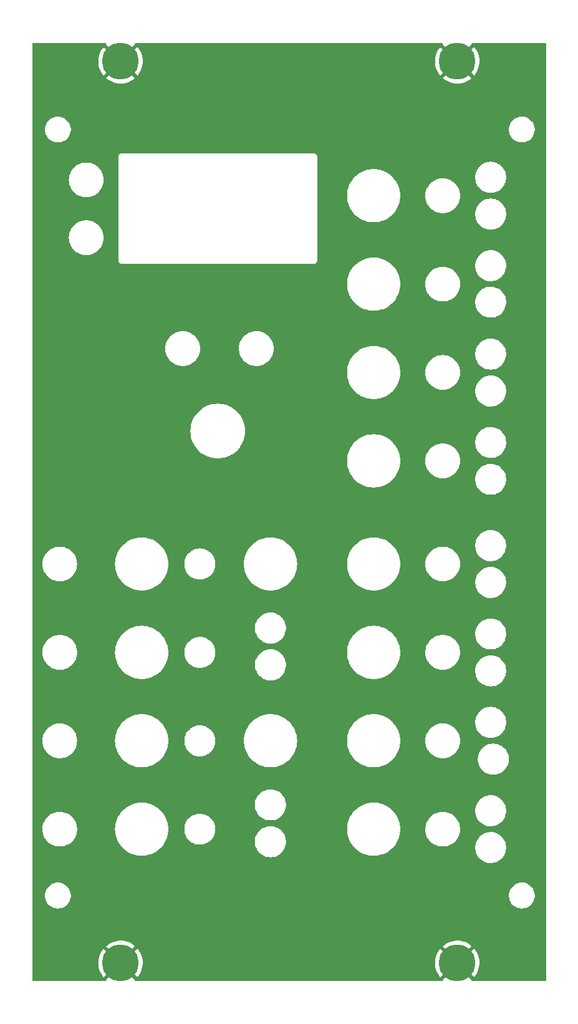
<source format=gbr>
G04 #@! TF.GenerationSoftware,KiCad,Pcbnew,(6.0.1)*
G04 #@! TF.CreationDate,2022-09-29T00:29:41-07:00*
G04 #@! TF.ProjectId,panel,70616e65-6c2e-46b6-9963-61645f706362,2.1*
G04 #@! TF.SameCoordinates,Original*
G04 #@! TF.FileFunction,Copper,L1,Top*
G04 #@! TF.FilePolarity,Positive*
%FSLAX46Y46*%
G04 Gerber Fmt 4.6, Leading zero omitted, Abs format (unit mm)*
G04 Created by KiCad (PCBNEW (6.0.1)) date 2022-09-29 00:29:41*
%MOMM*%
%LPD*%
G01*
G04 APERTURE LIST*
G04 #@! TA.AperFunction,ComponentPad*
%ADD10C,5.000000*%
G04 #@! TD*
G04 APERTURE END LIST*
D10*
X62500000Y-43750000D03*
X108220000Y-43750000D03*
X108220000Y-166150000D03*
X62500000Y-166150000D03*
G04 #@! TA.AperFunction,Conductor*
G36*
X60526390Y-41278002D02*
G01*
X60572883Y-41331658D01*
X60582987Y-41401932D01*
X60564642Y-41448362D01*
X60564576Y-41450069D01*
X60571527Y-41462316D01*
X62487190Y-43377980D01*
X62501131Y-43385592D01*
X62502966Y-43385461D01*
X62509580Y-43381210D01*
X64427074Y-41463716D01*
X64434688Y-41449772D01*
X64434194Y-41442853D01*
X64416038Y-41388944D01*
X64433352Y-41320091D01*
X64485141Y-41271529D01*
X64541941Y-41258000D01*
X106178269Y-41258000D01*
X106246390Y-41278002D01*
X106292883Y-41331658D01*
X106302987Y-41401932D01*
X106284642Y-41448362D01*
X106284576Y-41450069D01*
X106291527Y-41462316D01*
X108207190Y-43377980D01*
X108221131Y-43385592D01*
X108222966Y-43385461D01*
X108229580Y-43381210D01*
X110147074Y-41463716D01*
X110154688Y-41449772D01*
X110154194Y-41442853D01*
X110136038Y-41388944D01*
X110153352Y-41320091D01*
X110205141Y-41271529D01*
X110261941Y-41258000D01*
X120166000Y-41258000D01*
X120234121Y-41278002D01*
X120280614Y-41331658D01*
X120292000Y-41384000D01*
X120292000Y-168516000D01*
X120271998Y-168584121D01*
X120218342Y-168630614D01*
X120166000Y-168642000D01*
X110266799Y-168642000D01*
X110198678Y-168621998D01*
X110152185Y-168568342D01*
X110142081Y-168498068D01*
X110157646Y-168460415D01*
X110158123Y-168453616D01*
X110150537Y-168439748D01*
X108232810Y-166522020D01*
X108218869Y-166514408D01*
X108217034Y-166514539D01*
X108210420Y-166518790D01*
X106291474Y-168437737D01*
X106283860Y-168451681D01*
X106284551Y-168461344D01*
X106301060Y-168513030D01*
X106282669Y-168581603D01*
X106230124Y-168629348D01*
X106175095Y-168642000D01*
X64546799Y-168642000D01*
X64478678Y-168621998D01*
X64432185Y-168568342D01*
X64422081Y-168498068D01*
X64437646Y-168460415D01*
X64438123Y-168453616D01*
X64430537Y-168439748D01*
X62512810Y-166522020D01*
X62498869Y-166514408D01*
X62497034Y-166514539D01*
X62490420Y-166518790D01*
X60571474Y-168437737D01*
X60563860Y-168451681D01*
X60564551Y-168461344D01*
X60581060Y-168513030D01*
X60562669Y-168581603D01*
X60510124Y-168629348D01*
X60455095Y-168642000D01*
X50634000Y-168642000D01*
X50565879Y-168621998D01*
X50519386Y-168568342D01*
X50508000Y-168516000D01*
X50508000Y-166058987D01*
X59488484Y-166058987D01*
X59497374Y-166398505D01*
X59497980Y-166405721D01*
X59545835Y-166741963D01*
X59547269Y-166749074D01*
X59633455Y-167077595D01*
X59635692Y-167084478D01*
X59759064Y-167400914D01*
X59762081Y-167407503D01*
X59921002Y-167707652D01*
X59924761Y-167713860D01*
X60117129Y-167993757D01*
X60121574Y-167999486D01*
X60188743Y-168076484D01*
X60201917Y-168084888D01*
X60211769Y-168079020D01*
X62127980Y-166162810D01*
X62134357Y-166151131D01*
X62864408Y-166151131D01*
X62864539Y-166152966D01*
X62868790Y-166159580D01*
X64786268Y-168077057D01*
X64799622Y-168084349D01*
X64809594Y-168077295D01*
X64916641Y-167949267D01*
X64920957Y-167943456D01*
X65107432Y-167659575D01*
X65111046Y-167653313D01*
X65263658Y-167349882D01*
X65266530Y-167343244D01*
X65383249Y-167024293D01*
X65385345Y-167017351D01*
X65464631Y-166687103D01*
X65465915Y-166679964D01*
X65506816Y-166341973D01*
X65507240Y-166336403D01*
X65513010Y-166152797D01*
X65512937Y-166147204D01*
X65507850Y-166058987D01*
X105208484Y-166058987D01*
X105217374Y-166398505D01*
X105217980Y-166405721D01*
X105265835Y-166741963D01*
X105267269Y-166749074D01*
X105353455Y-167077595D01*
X105355692Y-167084478D01*
X105479064Y-167400914D01*
X105482081Y-167407503D01*
X105641002Y-167707652D01*
X105644761Y-167713860D01*
X105837129Y-167993757D01*
X105841574Y-167999486D01*
X105908743Y-168076484D01*
X105921917Y-168084888D01*
X105931769Y-168079020D01*
X107847980Y-166162810D01*
X107854357Y-166151131D01*
X108584408Y-166151131D01*
X108584539Y-166152966D01*
X108588790Y-166159580D01*
X110506268Y-168077057D01*
X110519622Y-168084349D01*
X110529594Y-168077295D01*
X110636641Y-167949267D01*
X110640957Y-167943456D01*
X110827432Y-167659575D01*
X110831046Y-167653313D01*
X110983658Y-167349882D01*
X110986530Y-167343244D01*
X111103249Y-167024293D01*
X111105345Y-167017351D01*
X111184631Y-166687103D01*
X111185915Y-166679964D01*
X111226816Y-166341973D01*
X111227240Y-166336403D01*
X111233010Y-166152797D01*
X111232937Y-166147204D01*
X111213338Y-165807303D01*
X111212506Y-165800113D01*
X111154113Y-165465529D01*
X111152458Y-165458474D01*
X111055998Y-165132834D01*
X111053540Y-165126006D01*
X110920290Y-164813608D01*
X110917073Y-164807125D01*
X110748788Y-164512089D01*
X110744856Y-164506034D01*
X110543774Y-164232295D01*
X110539166Y-164226726D01*
X110533830Y-164220984D01*
X110520178Y-164212866D01*
X110519570Y-164212887D01*
X110511092Y-164218119D01*
X108592020Y-166137190D01*
X108584408Y-166151131D01*
X107854357Y-166151131D01*
X107855592Y-166148869D01*
X107855461Y-166147034D01*
X107851210Y-166140420D01*
X105932374Y-164221585D01*
X105919581Y-164214599D01*
X105908827Y-164222464D01*
X105748037Y-164427527D01*
X105743902Y-164433476D01*
X105566440Y-164723068D01*
X105563019Y-164729447D01*
X105420016Y-165037522D01*
X105417356Y-165044241D01*
X105310711Y-165366707D01*
X105308834Y-165373711D01*
X105239961Y-165706288D01*
X105238904Y-165713449D01*
X105208712Y-166051735D01*
X105208484Y-166058987D01*
X65507850Y-166058987D01*
X65493338Y-165807303D01*
X65492506Y-165800113D01*
X65434113Y-165465529D01*
X65432458Y-165458474D01*
X65335998Y-165132834D01*
X65333540Y-165126006D01*
X65200290Y-164813608D01*
X65197073Y-164807125D01*
X65028788Y-164512089D01*
X65024856Y-164506034D01*
X64823774Y-164232295D01*
X64819166Y-164226726D01*
X64813830Y-164220984D01*
X64800178Y-164212866D01*
X64799570Y-164212887D01*
X64791092Y-164218119D01*
X62872020Y-166137190D01*
X62864408Y-166151131D01*
X62134357Y-166151131D01*
X62135592Y-166148869D01*
X62135461Y-166147034D01*
X62131210Y-166140420D01*
X60212374Y-164221585D01*
X60199581Y-164214599D01*
X60188827Y-164222464D01*
X60028037Y-164427527D01*
X60023902Y-164433476D01*
X59846440Y-164723068D01*
X59843019Y-164729447D01*
X59700016Y-165037522D01*
X59697356Y-165044241D01*
X59590711Y-165366707D01*
X59588834Y-165373711D01*
X59519961Y-165706288D01*
X59518904Y-165713449D01*
X59488712Y-166051735D01*
X59488484Y-166058987D01*
X50508000Y-166058987D01*
X50508000Y-163851048D01*
X60565132Y-163851048D01*
X60571527Y-163862316D01*
X62487190Y-165777980D01*
X62501131Y-165785592D01*
X62502966Y-165785461D01*
X62509580Y-165781210D01*
X64427074Y-163863716D01*
X64433991Y-163851048D01*
X106285132Y-163851048D01*
X106291527Y-163862316D01*
X108207190Y-165777980D01*
X108221131Y-165785592D01*
X108222966Y-165785461D01*
X108229580Y-165781210D01*
X110147074Y-163863716D01*
X110154466Y-163850179D01*
X110147679Y-163840479D01*
X110044476Y-163752335D01*
X110038704Y-163747953D01*
X109756796Y-163558519D01*
X109750575Y-163554839D01*
X109448757Y-163399060D01*
X109442146Y-163396116D01*
X109124439Y-163276065D01*
X109117513Y-163273894D01*
X108788112Y-163191155D01*
X108781005Y-163189799D01*
X108444278Y-163145468D01*
X108437036Y-163144937D01*
X108097467Y-163139602D01*
X108090205Y-163139906D01*
X107752256Y-163173638D01*
X107745108Y-163174770D01*
X107413263Y-163247124D01*
X107406285Y-163249072D01*
X107084960Y-163359086D01*
X107078253Y-163361823D01*
X106771707Y-163508039D01*
X106765349Y-163511534D01*
X106477654Y-163692005D01*
X106471731Y-163696214D01*
X106293601Y-163838923D01*
X106285132Y-163851048D01*
X64433991Y-163851048D01*
X64434466Y-163850179D01*
X64427679Y-163840479D01*
X64324476Y-163752335D01*
X64318704Y-163747953D01*
X64036796Y-163558519D01*
X64030575Y-163554839D01*
X63728757Y-163399060D01*
X63722146Y-163396116D01*
X63404439Y-163276065D01*
X63397513Y-163273894D01*
X63068112Y-163191155D01*
X63061005Y-163189799D01*
X62724278Y-163145468D01*
X62717036Y-163144937D01*
X62377467Y-163139602D01*
X62370205Y-163139906D01*
X62032256Y-163173638D01*
X62025108Y-163174770D01*
X61693263Y-163247124D01*
X61686285Y-163249072D01*
X61364960Y-163359086D01*
X61358253Y-163361823D01*
X61051707Y-163508039D01*
X61045349Y-163511534D01*
X60757654Y-163692005D01*
X60751731Y-163696214D01*
X60573601Y-163838923D01*
X60565132Y-163851048D01*
X50508000Y-163851048D01*
X50508000Y-157107655D01*
X52239858Y-157107655D01*
X52275104Y-157366638D01*
X52276412Y-157371124D01*
X52276412Y-157371126D01*
X52296098Y-157438664D01*
X52348243Y-157617567D01*
X52457668Y-157854928D01*
X52460231Y-157858837D01*
X52598410Y-158069596D01*
X52598414Y-158069601D01*
X52600976Y-158073509D01*
X52775018Y-158268506D01*
X52975970Y-158435637D01*
X52979973Y-158438066D01*
X53195422Y-158568804D01*
X53195426Y-158568806D01*
X53199419Y-158571229D01*
X53440455Y-158672303D01*
X53693783Y-158736641D01*
X53698434Y-158737109D01*
X53698438Y-158737110D01*
X53891308Y-158756531D01*
X53910867Y-158758500D01*
X54066354Y-158758500D01*
X54068679Y-158758327D01*
X54068685Y-158758327D01*
X54256000Y-158744407D01*
X54256004Y-158744406D01*
X54260652Y-158744061D01*
X54265200Y-158743032D01*
X54265206Y-158743031D01*
X54451601Y-158700853D01*
X54515577Y-158686377D01*
X54551769Y-158672303D01*
X54754824Y-158593340D01*
X54754827Y-158593339D01*
X54759177Y-158591647D01*
X54986098Y-158461951D01*
X55191357Y-158300138D01*
X55370443Y-158109763D01*
X55519424Y-157895009D01*
X55635025Y-157660593D01*
X55714707Y-157411665D01*
X55756721Y-157153693D01*
X55757324Y-157107655D01*
X115239858Y-157107655D01*
X115275104Y-157366638D01*
X115276412Y-157371124D01*
X115276412Y-157371126D01*
X115296098Y-157438664D01*
X115348243Y-157617567D01*
X115457668Y-157854928D01*
X115460231Y-157858837D01*
X115598410Y-158069596D01*
X115598414Y-158069601D01*
X115600976Y-158073509D01*
X115775018Y-158268506D01*
X115975970Y-158435637D01*
X115979973Y-158438066D01*
X116195422Y-158568804D01*
X116195426Y-158568806D01*
X116199419Y-158571229D01*
X116440455Y-158672303D01*
X116693783Y-158736641D01*
X116698434Y-158737109D01*
X116698438Y-158737110D01*
X116891308Y-158756531D01*
X116910867Y-158758500D01*
X117066354Y-158758500D01*
X117068679Y-158758327D01*
X117068685Y-158758327D01*
X117256000Y-158744407D01*
X117256004Y-158744406D01*
X117260652Y-158744061D01*
X117265200Y-158743032D01*
X117265206Y-158743031D01*
X117451601Y-158700853D01*
X117515577Y-158686377D01*
X117551769Y-158672303D01*
X117754824Y-158593340D01*
X117754827Y-158593339D01*
X117759177Y-158591647D01*
X117986098Y-158461951D01*
X118191357Y-158300138D01*
X118370443Y-158109763D01*
X118519424Y-157895009D01*
X118635025Y-157660593D01*
X118714707Y-157411665D01*
X118756721Y-157153693D01*
X118760142Y-156892345D01*
X118724896Y-156633362D01*
X118710473Y-156583877D01*
X118653068Y-156386932D01*
X118651757Y-156382433D01*
X118542332Y-156145072D01*
X118509519Y-156095024D01*
X118401590Y-155930404D01*
X118401586Y-155930399D01*
X118399024Y-155926491D01*
X118224982Y-155731494D01*
X118024030Y-155564363D01*
X117976844Y-155535730D01*
X117804578Y-155431196D01*
X117804574Y-155431194D01*
X117800581Y-155428771D01*
X117559545Y-155327697D01*
X117306217Y-155263359D01*
X117301566Y-155262891D01*
X117301562Y-155262890D01*
X117092271Y-155241816D01*
X117089133Y-155241500D01*
X116933646Y-155241500D01*
X116931321Y-155241673D01*
X116931315Y-155241673D01*
X116744000Y-155255593D01*
X116743996Y-155255594D01*
X116739348Y-155255939D01*
X116734800Y-155256968D01*
X116734794Y-155256969D01*
X116548399Y-155299147D01*
X116484423Y-155313623D01*
X116480071Y-155315315D01*
X116480069Y-155315316D01*
X116245176Y-155406660D01*
X116245173Y-155406661D01*
X116240823Y-155408353D01*
X116013902Y-155538049D01*
X115808643Y-155699862D01*
X115629557Y-155890237D01*
X115480576Y-156104991D01*
X115364975Y-156339407D01*
X115285293Y-156588335D01*
X115243279Y-156846307D01*
X115239858Y-157107655D01*
X55757324Y-157107655D01*
X55760142Y-156892345D01*
X55724896Y-156633362D01*
X55710473Y-156583877D01*
X55653068Y-156386932D01*
X55651757Y-156382433D01*
X55542332Y-156145072D01*
X55509519Y-156095024D01*
X55401590Y-155930404D01*
X55401586Y-155930399D01*
X55399024Y-155926491D01*
X55224982Y-155731494D01*
X55024030Y-155564363D01*
X54976844Y-155535730D01*
X54804578Y-155431196D01*
X54804574Y-155431194D01*
X54800581Y-155428771D01*
X54559545Y-155327697D01*
X54306217Y-155263359D01*
X54301566Y-155262891D01*
X54301562Y-155262890D01*
X54092271Y-155241816D01*
X54089133Y-155241500D01*
X53933646Y-155241500D01*
X53931321Y-155241673D01*
X53931315Y-155241673D01*
X53744000Y-155255593D01*
X53743996Y-155255594D01*
X53739348Y-155255939D01*
X53734800Y-155256968D01*
X53734794Y-155256969D01*
X53548399Y-155299147D01*
X53484423Y-155313623D01*
X53480071Y-155315315D01*
X53480069Y-155315316D01*
X53245176Y-155406660D01*
X53245173Y-155406661D01*
X53240823Y-155408353D01*
X53013902Y-155538049D01*
X52808643Y-155699862D01*
X52629557Y-155890237D01*
X52480576Y-156104991D01*
X52364975Y-156339407D01*
X52285293Y-156588335D01*
X52243279Y-156846307D01*
X52239858Y-157107655D01*
X50508000Y-157107655D01*
X50508000Y-148000000D01*
X51886439Y-148000000D01*
X51886709Y-148004119D01*
X51904321Y-148272814D01*
X51906660Y-148308507D01*
X51966975Y-148611735D01*
X51968300Y-148615639D01*
X51968301Y-148615642D01*
X52056181Y-148874527D01*
X52066354Y-148904496D01*
X52068177Y-148908192D01*
X52068180Y-148908200D01*
X52172485Y-149119708D01*
X52203096Y-149181780D01*
X52205390Y-149185213D01*
X52205391Y-149185215D01*
X52371273Y-149433475D01*
X52374861Y-149438845D01*
X52377575Y-149441939D01*
X52377579Y-149441945D01*
X52543312Y-149630926D01*
X52578710Y-149671290D01*
X52581799Y-149673999D01*
X52808055Y-149872421D01*
X52808061Y-149872425D01*
X52811155Y-149875139D01*
X52814581Y-149877428D01*
X52814586Y-149877432D01*
X53039982Y-150028036D01*
X53068220Y-150046904D01*
X53117648Y-150071279D01*
X53341800Y-150181820D01*
X53341808Y-150181823D01*
X53345504Y-150183646D01*
X53349419Y-150184975D01*
X53634358Y-150281699D01*
X53634361Y-150281700D01*
X53638265Y-150283025D01*
X53864961Y-150328117D01*
X53937450Y-150342536D01*
X53937453Y-150342536D01*
X53941493Y-150343340D01*
X53945604Y-150343609D01*
X53945608Y-150343610D01*
X54170737Y-150358366D01*
X54170746Y-150358366D01*
X54172786Y-150358500D01*
X54327214Y-150358500D01*
X54329254Y-150358366D01*
X54329263Y-150358366D01*
X54554392Y-150343610D01*
X54554396Y-150343609D01*
X54558507Y-150343340D01*
X54562547Y-150342536D01*
X54562550Y-150342536D01*
X54635039Y-150328117D01*
X54861735Y-150283025D01*
X54865639Y-150281700D01*
X54865642Y-150281699D01*
X55150581Y-150184975D01*
X55154496Y-150183646D01*
X55158192Y-150181823D01*
X55158200Y-150181820D01*
X55382352Y-150071279D01*
X55431780Y-150046904D01*
X55460018Y-150028036D01*
X55685414Y-149877432D01*
X55685419Y-149877428D01*
X55688845Y-149875139D01*
X55691939Y-149872425D01*
X55691945Y-149872421D01*
X55918201Y-149673999D01*
X55921290Y-149671290D01*
X55956688Y-149630926D01*
X56122421Y-149441945D01*
X56122425Y-149441939D01*
X56125139Y-149438845D01*
X56128728Y-149433475D01*
X56294610Y-149185214D01*
X56296904Y-149181781D01*
X56433646Y-148904496D01*
X56443819Y-148874527D01*
X56531699Y-148615642D01*
X56531700Y-148615639D01*
X56533025Y-148611735D01*
X56593340Y-148308507D01*
X56595680Y-148272814D01*
X56613291Y-148004119D01*
X56613561Y-148000000D01*
X61756548Y-148000000D01*
X61776343Y-148377709D01*
X61776856Y-148380949D01*
X61776857Y-148380957D01*
X61791343Y-148472414D01*
X61835511Y-148751279D01*
X61933403Y-149116618D01*
X62068947Y-149469723D01*
X62070445Y-149472663D01*
X62237750Y-149801016D01*
X62240659Y-149806726D01*
X62242455Y-149809492D01*
X62242457Y-149809495D01*
X62260287Y-149836951D01*
X62446656Y-150123934D01*
X62684682Y-150417871D01*
X62952129Y-150685318D01*
X63246066Y-150923344D01*
X63248841Y-150925146D01*
X63559956Y-151127186D01*
X63563274Y-151129341D01*
X63566208Y-151130836D01*
X63566215Y-151130840D01*
X63733151Y-151215898D01*
X63900277Y-151301053D01*
X64253382Y-151436597D01*
X64618721Y-151534489D01*
X64817158Y-151565918D01*
X64989043Y-151593143D01*
X64989051Y-151593144D01*
X64992291Y-151593657D01*
X65275511Y-151608500D01*
X65464489Y-151608500D01*
X65747709Y-151593657D01*
X65750949Y-151593144D01*
X65750957Y-151593143D01*
X65922842Y-151565918D01*
X66121279Y-151534489D01*
X66486618Y-151436597D01*
X66839723Y-151301053D01*
X67006849Y-151215898D01*
X67173785Y-151130840D01*
X67173792Y-151130836D01*
X67176726Y-151129341D01*
X67180045Y-151127186D01*
X67491159Y-150925146D01*
X67493934Y-150923344D01*
X67787871Y-150685318D01*
X68055318Y-150417871D01*
X68293344Y-150123934D01*
X68479713Y-149836951D01*
X68497543Y-149809495D01*
X68497545Y-149809492D01*
X68499341Y-149806726D01*
X68502251Y-149801016D01*
X68669555Y-149472663D01*
X68671053Y-149469723D01*
X68806597Y-149116618D01*
X68904489Y-148751279D01*
X68948657Y-148472414D01*
X68963143Y-148380957D01*
X68963144Y-148380949D01*
X68963657Y-148377709D01*
X68976497Y-148132703D01*
X71160743Y-148132703D01*
X71198268Y-148417734D01*
X71274129Y-148695036D01*
X71281267Y-148711770D01*
X71349431Y-148871577D01*
X71386923Y-148959476D01*
X71443052Y-149053260D01*
X71480971Y-149116618D01*
X71534561Y-149206161D01*
X71714313Y-149430528D01*
X71731397Y-149446740D01*
X71858438Y-149567297D01*
X71922851Y-149628423D01*
X72156317Y-149796186D01*
X72160112Y-149798195D01*
X72160113Y-149798196D01*
X72180713Y-149809103D01*
X72410392Y-149930712D01*
X72680373Y-150029511D01*
X72961264Y-150090755D01*
X72989841Y-150093004D01*
X73184282Y-150108307D01*
X73184291Y-150108307D01*
X73186739Y-150108500D01*
X73342271Y-150108500D01*
X73344407Y-150108354D01*
X73344418Y-150108354D01*
X73552548Y-150094165D01*
X73552554Y-150094164D01*
X73556825Y-150093873D01*
X73561020Y-150093004D01*
X73561022Y-150093004D01*
X73717524Y-150060594D01*
X73838342Y-150035574D01*
X74109343Y-149939607D01*
X74316466Y-149832703D01*
X80760743Y-149832703D01*
X80798268Y-150117734D01*
X80874129Y-150395036D01*
X80875813Y-150398984D01*
X80984922Y-150654784D01*
X80986923Y-150659476D01*
X81134561Y-150906161D01*
X81314313Y-151130528D01*
X81386451Y-151198984D01*
X81495257Y-151302237D01*
X81522851Y-151328423D01*
X81756317Y-151496186D01*
X81760112Y-151498195D01*
X81760113Y-151498196D01*
X81781869Y-151509715D01*
X82010392Y-151630712D01*
X82034699Y-151639607D01*
X82275113Y-151727586D01*
X82280373Y-151729511D01*
X82561264Y-151790755D01*
X82589841Y-151793004D01*
X82784282Y-151808307D01*
X82784291Y-151808307D01*
X82786739Y-151808500D01*
X82942271Y-151808500D01*
X82944407Y-151808354D01*
X82944418Y-151808354D01*
X83152548Y-151794165D01*
X83152554Y-151794164D01*
X83156825Y-151793873D01*
X83161020Y-151793004D01*
X83161022Y-151793004D01*
X83297583Y-151764724D01*
X83438342Y-151735574D01*
X83709343Y-151639607D01*
X83964812Y-151507750D01*
X83968313Y-151505289D01*
X83968317Y-151505287D01*
X84082417Y-151425096D01*
X84200023Y-151342441D01*
X84354401Y-151198984D01*
X84407479Y-151149661D01*
X84407481Y-151149658D01*
X84410622Y-151146740D01*
X84592713Y-150924268D01*
X84742927Y-150679142D01*
X84753620Y-150654784D01*
X84856757Y-150419830D01*
X84858483Y-150415898D01*
X84871107Y-150371583D01*
X84936068Y-150143534D01*
X84937244Y-150139406D01*
X84977751Y-149854784D01*
X84977845Y-149836951D01*
X84979235Y-149571583D01*
X84979235Y-149571576D01*
X84979257Y-149567297D01*
X84941732Y-149282266D01*
X84865871Y-149004964D01*
X84824595Y-148908194D01*
X84754763Y-148744476D01*
X84754761Y-148744472D01*
X84753077Y-148740524D01*
X84649712Y-148567813D01*
X84607643Y-148497521D01*
X84607640Y-148497517D01*
X84605439Y-148493839D01*
X84425687Y-148269472D01*
X84286039Y-148136951D01*
X84220258Y-148074527D01*
X84220255Y-148074525D01*
X84217149Y-148071577D01*
X84117539Y-148000000D01*
X93256548Y-148000000D01*
X93276343Y-148377709D01*
X93276856Y-148380949D01*
X93276857Y-148380957D01*
X93291343Y-148472414D01*
X93335511Y-148751279D01*
X93433403Y-149116618D01*
X93568947Y-149469723D01*
X93570445Y-149472663D01*
X93737750Y-149801016D01*
X93740659Y-149806726D01*
X93742455Y-149809492D01*
X93742457Y-149809495D01*
X93760287Y-149836951D01*
X93946656Y-150123934D01*
X94184682Y-150417871D01*
X94452129Y-150685318D01*
X94746066Y-150923344D01*
X94748841Y-150925146D01*
X95059956Y-151127186D01*
X95063274Y-151129341D01*
X95066208Y-151130836D01*
X95066215Y-151130840D01*
X95233151Y-151215898D01*
X95400277Y-151301053D01*
X95753382Y-151436597D01*
X96118721Y-151534489D01*
X96317158Y-151565918D01*
X96489043Y-151593143D01*
X96489051Y-151593144D01*
X96492291Y-151593657D01*
X96775511Y-151608500D01*
X96964489Y-151608500D01*
X97247709Y-151593657D01*
X97250949Y-151593144D01*
X97250957Y-151593143D01*
X97422842Y-151565918D01*
X97621279Y-151534489D01*
X97986618Y-151436597D01*
X98339723Y-151301053D01*
X98506849Y-151215898D01*
X98673785Y-151130840D01*
X98673792Y-151130836D01*
X98676726Y-151129341D01*
X98680045Y-151127186D01*
X98991159Y-150925146D01*
X98993934Y-150923344D01*
X99287871Y-150685318D01*
X99340486Y-150632703D01*
X110660743Y-150632703D01*
X110698268Y-150917734D01*
X110774129Y-151195036D01*
X110775813Y-151198984D01*
X110838054Y-151344904D01*
X110886923Y-151459476D01*
X110932126Y-151535005D01*
X110995586Y-151641038D01*
X111034561Y-151706161D01*
X111214313Y-151930528D01*
X111422851Y-152128423D01*
X111656317Y-152296186D01*
X111660112Y-152298195D01*
X111660113Y-152298196D01*
X111681869Y-152309715D01*
X111910392Y-152430712D01*
X112180373Y-152529511D01*
X112461264Y-152590755D01*
X112489841Y-152593004D01*
X112684282Y-152608307D01*
X112684291Y-152608307D01*
X112686739Y-152608500D01*
X112842271Y-152608500D01*
X112844407Y-152608354D01*
X112844418Y-152608354D01*
X113052548Y-152594165D01*
X113052554Y-152594164D01*
X113056825Y-152593873D01*
X113061020Y-152593004D01*
X113061022Y-152593004D01*
X113197583Y-152564724D01*
X113338342Y-152535574D01*
X113609343Y-152439607D01*
X113864812Y-152307750D01*
X113868313Y-152305289D01*
X113868317Y-152305287D01*
X113982418Y-152225095D01*
X114100023Y-152142441D01*
X114310622Y-151946740D01*
X114492713Y-151724268D01*
X114642927Y-151479142D01*
X114758483Y-151215898D01*
X114782713Y-151130840D01*
X114836068Y-150943534D01*
X114837244Y-150939406D01*
X114873109Y-150687403D01*
X114877146Y-150659036D01*
X114877146Y-150659034D01*
X114877751Y-150654784D01*
X114877845Y-150636951D01*
X114879235Y-150371583D01*
X114879235Y-150371576D01*
X114879257Y-150367297D01*
X114841732Y-150082266D01*
X114765871Y-149804964D01*
X114691637Y-149630926D01*
X114654763Y-149544476D01*
X114654761Y-149544472D01*
X114653077Y-149540524D01*
X114505439Y-149293839D01*
X114325687Y-149069472D01*
X114155735Y-148908194D01*
X114120258Y-148874527D01*
X114120255Y-148874525D01*
X114117149Y-148871577D01*
X113883683Y-148703814D01*
X113861843Y-148692250D01*
X113709776Y-148611735D01*
X113629608Y-148569288D01*
X113494618Y-148519889D01*
X113363658Y-148471964D01*
X113363656Y-148471963D01*
X113359627Y-148470489D01*
X113078736Y-148409245D01*
X113047685Y-148406801D01*
X112855718Y-148391693D01*
X112855709Y-148391693D01*
X112853261Y-148391500D01*
X112697729Y-148391500D01*
X112695593Y-148391646D01*
X112695582Y-148391646D01*
X112487452Y-148405835D01*
X112487446Y-148405836D01*
X112483175Y-148406127D01*
X112478980Y-148406996D01*
X112478978Y-148406996D01*
X112407125Y-148421876D01*
X112201658Y-148464426D01*
X111930657Y-148560393D01*
X111675188Y-148692250D01*
X111671687Y-148694711D01*
X111671683Y-148694713D01*
X111634483Y-148720858D01*
X111439977Y-148857559D01*
X111424892Y-148871577D01*
X111276897Y-149009103D01*
X111229378Y-149053260D01*
X111047287Y-149275732D01*
X110897073Y-149520858D01*
X110895347Y-149524791D01*
X110895346Y-149524792D01*
X110844983Y-149639522D01*
X110781517Y-149784102D01*
X110780342Y-149788229D01*
X110780341Y-149788230D01*
X110762606Y-149850488D01*
X110702756Y-150060594D01*
X110685054Y-150184975D01*
X110670986Y-150283829D01*
X110662249Y-150345216D01*
X110662227Y-150349505D01*
X110662226Y-150349512D01*
X110661868Y-150417871D01*
X110660743Y-150632703D01*
X99340486Y-150632703D01*
X99555318Y-150417871D01*
X99793344Y-150123934D01*
X99979713Y-149836951D01*
X99997543Y-149809495D01*
X99997545Y-149809492D01*
X99999341Y-149806726D01*
X100002251Y-149801016D01*
X100169555Y-149472663D01*
X100171053Y-149469723D01*
X100306597Y-149116618D01*
X100404489Y-148751279D01*
X100448657Y-148472414D01*
X100463143Y-148380957D01*
X100463144Y-148380949D01*
X100463657Y-148377709D01*
X100483452Y-148000000D01*
X103886439Y-148000000D01*
X103886709Y-148004119D01*
X103904321Y-148272814D01*
X103906660Y-148308507D01*
X103966975Y-148611735D01*
X103968300Y-148615639D01*
X103968301Y-148615642D01*
X104056181Y-148874527D01*
X104066354Y-148904496D01*
X104068177Y-148908192D01*
X104068180Y-148908200D01*
X104172485Y-149119708D01*
X104203096Y-149181780D01*
X104205390Y-149185213D01*
X104205391Y-149185215D01*
X104371273Y-149433475D01*
X104374861Y-149438845D01*
X104377575Y-149441939D01*
X104377579Y-149441945D01*
X104543312Y-149630926D01*
X104578710Y-149671290D01*
X104581799Y-149673999D01*
X104808055Y-149872421D01*
X104808061Y-149872425D01*
X104811155Y-149875139D01*
X104814581Y-149877428D01*
X104814586Y-149877432D01*
X105039982Y-150028036D01*
X105068220Y-150046904D01*
X105117648Y-150071279D01*
X105341800Y-150181820D01*
X105341808Y-150181823D01*
X105345504Y-150183646D01*
X105349419Y-150184975D01*
X105634358Y-150281699D01*
X105634361Y-150281700D01*
X105638265Y-150283025D01*
X105864961Y-150328117D01*
X105937450Y-150342536D01*
X105937453Y-150342536D01*
X105941493Y-150343340D01*
X105945604Y-150343609D01*
X105945608Y-150343610D01*
X106170737Y-150358366D01*
X106170746Y-150358366D01*
X106172786Y-150358500D01*
X106327214Y-150358500D01*
X106329254Y-150358366D01*
X106329263Y-150358366D01*
X106554392Y-150343610D01*
X106554396Y-150343609D01*
X106558507Y-150343340D01*
X106562547Y-150342536D01*
X106562550Y-150342536D01*
X106635039Y-150328117D01*
X106861735Y-150283025D01*
X106865639Y-150281700D01*
X106865642Y-150281699D01*
X107150581Y-150184975D01*
X107154496Y-150183646D01*
X107158192Y-150181823D01*
X107158200Y-150181820D01*
X107382352Y-150071279D01*
X107431780Y-150046904D01*
X107460018Y-150028036D01*
X107685414Y-149877432D01*
X107685419Y-149877428D01*
X107688845Y-149875139D01*
X107691939Y-149872425D01*
X107691945Y-149872421D01*
X107918201Y-149673999D01*
X107921290Y-149671290D01*
X107956688Y-149630926D01*
X108122421Y-149441945D01*
X108122425Y-149441939D01*
X108125139Y-149438845D01*
X108128728Y-149433475D01*
X108294610Y-149185214D01*
X108296904Y-149181781D01*
X108433646Y-148904496D01*
X108443819Y-148874527D01*
X108531699Y-148615642D01*
X108531700Y-148615639D01*
X108533025Y-148611735D01*
X108593340Y-148308507D01*
X108595680Y-148272814D01*
X108613291Y-148004119D01*
X108613561Y-148000000D01*
X108598439Y-147769288D01*
X108593610Y-147695608D01*
X108593609Y-147695604D01*
X108593340Y-147691493D01*
X108589456Y-147671964D01*
X108576302Y-147605835D01*
X108533025Y-147388265D01*
X108501769Y-147296186D01*
X108434975Y-147099419D01*
X108433646Y-147095504D01*
X108431822Y-147091806D01*
X108431820Y-147091800D01*
X108298730Y-146821923D01*
X108296904Y-146818220D01*
X108294610Y-146814787D01*
X108294609Y-146814785D01*
X108127432Y-146564586D01*
X108127428Y-146564581D01*
X108125139Y-146561155D01*
X108122425Y-146558061D01*
X108122421Y-146558055D01*
X107923999Y-146331799D01*
X107921290Y-146328710D01*
X107917599Y-146325473D01*
X107691945Y-146127579D01*
X107691939Y-146127575D01*
X107688845Y-146124861D01*
X107685419Y-146122572D01*
X107685414Y-146122568D01*
X107435215Y-145955391D01*
X107435213Y-145955390D01*
X107431780Y-145953096D01*
X107343393Y-145909508D01*
X107158200Y-145818180D01*
X107158192Y-145818177D01*
X107154496Y-145816354D01*
X107150581Y-145815025D01*
X106865642Y-145718301D01*
X106865639Y-145718300D01*
X106861735Y-145716975D01*
X106635039Y-145671883D01*
X106562550Y-145657464D01*
X106562547Y-145657464D01*
X106558507Y-145656660D01*
X106554396Y-145656391D01*
X106554392Y-145656390D01*
X106329263Y-145641634D01*
X106329254Y-145641634D01*
X106327214Y-145641500D01*
X106172786Y-145641500D01*
X106170746Y-145641634D01*
X106170737Y-145641634D01*
X105945608Y-145656390D01*
X105945604Y-145656391D01*
X105941493Y-145656660D01*
X105937453Y-145657464D01*
X105937450Y-145657464D01*
X105864961Y-145671883D01*
X105638265Y-145716975D01*
X105634361Y-145718300D01*
X105634358Y-145718301D01*
X105349419Y-145815025D01*
X105345504Y-145816354D01*
X105341808Y-145818177D01*
X105341800Y-145818180D01*
X105156607Y-145909508D01*
X105068220Y-145953096D01*
X105064787Y-145955390D01*
X105064785Y-145955391D01*
X104814586Y-146122568D01*
X104814581Y-146122572D01*
X104811155Y-146124861D01*
X104808061Y-146127575D01*
X104808055Y-146127579D01*
X104582401Y-146325473D01*
X104578710Y-146328710D01*
X104576001Y-146331799D01*
X104377579Y-146558055D01*
X104377575Y-146558061D01*
X104374861Y-146561155D01*
X104372572Y-146564581D01*
X104372568Y-146564586D01*
X104268314Y-146720614D01*
X104203096Y-146818219D01*
X104066354Y-147095504D01*
X104065029Y-147099409D01*
X104065028Y-147099410D01*
X103998232Y-147296186D01*
X103966975Y-147388265D01*
X103923698Y-147605835D01*
X103910545Y-147671964D01*
X103906660Y-147691493D01*
X103906391Y-147695604D01*
X103906390Y-147695608D01*
X103901561Y-147769288D01*
X103886439Y-148000000D01*
X100483452Y-148000000D01*
X100463657Y-147622291D01*
X100461736Y-147610158D01*
X100425972Y-147384358D01*
X100404489Y-147248721D01*
X100306597Y-146883382D01*
X100277779Y-146808307D01*
X100187381Y-146572814D01*
X100171053Y-146530277D01*
X100075346Y-146342441D01*
X100000840Y-146196215D01*
X100000836Y-146196208D01*
X99999341Y-146193274D01*
X99971019Y-146149661D01*
X99795146Y-145878841D01*
X99793344Y-145876066D01*
X99596272Y-145632703D01*
X110660743Y-145632703D01*
X110698268Y-145917734D01*
X110774129Y-146195036D01*
X110781267Y-146211770D01*
X110849431Y-146371577D01*
X110886923Y-146459476D01*
X110943052Y-146553260D01*
X110995586Y-146641038D01*
X111034561Y-146706161D01*
X111214313Y-146930528D01*
X111231397Y-146946740D01*
X111392278Y-147099410D01*
X111422851Y-147128423D01*
X111656317Y-147296186D01*
X111660112Y-147298195D01*
X111660113Y-147298196D01*
X111680713Y-147309103D01*
X111910392Y-147430712D01*
X112180373Y-147529511D01*
X112461264Y-147590755D01*
X112473183Y-147591693D01*
X112684282Y-147608307D01*
X112684291Y-147608307D01*
X112686739Y-147608500D01*
X112842271Y-147608500D01*
X112844407Y-147608354D01*
X112844418Y-147608354D01*
X113052548Y-147594165D01*
X113052554Y-147594164D01*
X113056825Y-147593873D01*
X113061020Y-147593004D01*
X113061022Y-147593004D01*
X113217524Y-147560594D01*
X113338342Y-147535574D01*
X113609343Y-147439607D01*
X113864812Y-147307750D01*
X113868313Y-147305289D01*
X113868317Y-147305287D01*
X113982417Y-147225096D01*
X114100023Y-147142441D01*
X114310622Y-146946740D01*
X114492713Y-146724268D01*
X114642927Y-146479142D01*
X114691244Y-146369074D01*
X114756757Y-146219830D01*
X114758483Y-146215898D01*
X114837244Y-145939406D01*
X114868900Y-145716975D01*
X114877146Y-145659036D01*
X114877146Y-145659034D01*
X114877751Y-145654784D01*
X114877845Y-145636951D01*
X114879235Y-145371583D01*
X114879235Y-145371576D01*
X114879257Y-145367297D01*
X114841732Y-145082266D01*
X114765871Y-144804964D01*
X114656911Y-144549512D01*
X114654763Y-144544476D01*
X114654761Y-144544472D01*
X114653077Y-144540524D01*
X114505439Y-144293839D01*
X114325687Y-144069472D01*
X114117149Y-143871577D01*
X113883683Y-143703814D01*
X113861843Y-143692250D01*
X113838654Y-143679972D01*
X113629608Y-143569288D01*
X113494618Y-143519889D01*
X113363658Y-143471964D01*
X113363656Y-143471963D01*
X113359627Y-143470489D01*
X113078736Y-143409245D01*
X113047685Y-143406801D01*
X112855718Y-143391693D01*
X112855709Y-143391693D01*
X112853261Y-143391500D01*
X112697729Y-143391500D01*
X112695593Y-143391646D01*
X112695582Y-143391646D01*
X112487452Y-143405835D01*
X112487446Y-143405836D01*
X112483175Y-143406127D01*
X112478980Y-143406996D01*
X112478978Y-143406996D01*
X112342416Y-143435277D01*
X112201658Y-143464426D01*
X111930657Y-143560393D01*
X111675188Y-143692250D01*
X111671687Y-143694711D01*
X111671683Y-143694713D01*
X111661594Y-143701804D01*
X111439977Y-143857559D01*
X111424892Y-143871577D01*
X111276897Y-144009103D01*
X111229378Y-144053260D01*
X111047287Y-144275732D01*
X110897073Y-144520858D01*
X110895347Y-144524791D01*
X110895346Y-144524792D01*
X110884495Y-144549512D01*
X110781517Y-144784102D01*
X110780342Y-144788229D01*
X110780341Y-144788230D01*
X110756348Y-144872457D01*
X110702756Y-145060594D01*
X110692144Y-145135159D01*
X110666595Y-145314682D01*
X110662249Y-145345216D01*
X110662227Y-145349505D01*
X110662226Y-145349512D01*
X110660994Y-145584704D01*
X110660743Y-145632703D01*
X99596272Y-145632703D01*
X99555318Y-145582129D01*
X99287871Y-145314682D01*
X98993934Y-145076656D01*
X98676726Y-144870659D01*
X98673792Y-144869164D01*
X98673785Y-144869160D01*
X98342663Y-144700445D01*
X98339723Y-144698947D01*
X98007928Y-144571583D01*
X97989708Y-144564589D01*
X97989706Y-144564588D01*
X97986618Y-144563403D01*
X97621279Y-144465511D01*
X97422842Y-144434082D01*
X97250957Y-144406857D01*
X97250949Y-144406856D01*
X97247709Y-144406343D01*
X96964489Y-144391500D01*
X96775511Y-144391500D01*
X96492291Y-144406343D01*
X96489051Y-144406856D01*
X96489043Y-144406857D01*
X96317158Y-144434082D01*
X96118721Y-144465511D01*
X95753382Y-144563403D01*
X95750294Y-144564588D01*
X95750292Y-144564589D01*
X95732072Y-144571583D01*
X95400277Y-144698947D01*
X95397337Y-144700445D01*
X95066215Y-144869160D01*
X95066208Y-144869164D01*
X95063274Y-144870659D01*
X94746066Y-145076656D01*
X94452129Y-145314682D01*
X94184682Y-145582129D01*
X93946656Y-145876066D01*
X93944854Y-145878841D01*
X93768982Y-146149661D01*
X93740659Y-146193274D01*
X93739164Y-146196208D01*
X93739160Y-146196215D01*
X93664654Y-146342441D01*
X93568947Y-146530277D01*
X93552619Y-146572814D01*
X93462222Y-146808307D01*
X93433403Y-146883382D01*
X93335511Y-147248721D01*
X93314028Y-147384358D01*
X93278265Y-147610158D01*
X93276343Y-147622291D01*
X93256548Y-148000000D01*
X84117539Y-148000000D01*
X83983683Y-147903814D01*
X83961843Y-147892250D01*
X83906691Y-147863049D01*
X83729608Y-147769288D01*
X83459627Y-147670489D01*
X83178736Y-147609245D01*
X83147685Y-147606801D01*
X82955718Y-147591693D01*
X82955709Y-147591693D01*
X82953261Y-147591500D01*
X82797729Y-147591500D01*
X82795593Y-147591646D01*
X82795582Y-147591646D01*
X82587452Y-147605835D01*
X82587446Y-147605836D01*
X82583175Y-147606127D01*
X82578980Y-147606996D01*
X82578978Y-147606996D01*
X82442417Y-147635276D01*
X82301658Y-147664426D01*
X82030657Y-147760393D01*
X81775188Y-147892250D01*
X81771687Y-147894711D01*
X81771683Y-147894713D01*
X81761594Y-147901804D01*
X81539977Y-148057559D01*
X81329378Y-148253260D01*
X81147287Y-148475732D01*
X81089956Y-148569288D01*
X81000113Y-148715898D01*
X80997073Y-148720858D01*
X80881517Y-148984102D01*
X80802756Y-149260594D01*
X80800082Y-149279386D01*
X80765716Y-149520858D01*
X80762249Y-149545216D01*
X80762227Y-149549505D01*
X80762226Y-149549512D01*
X80760863Y-149809715D01*
X80760743Y-149832703D01*
X74316466Y-149832703D01*
X74364812Y-149807750D01*
X74368313Y-149805289D01*
X74368317Y-149805287D01*
X74563370Y-149668201D01*
X74600023Y-149642441D01*
X74782726Y-149472663D01*
X74807479Y-149449661D01*
X74807481Y-149449658D01*
X74810622Y-149446740D01*
X74992713Y-149224268D01*
X75137358Y-148988230D01*
X75140686Y-148982799D01*
X75142927Y-148979142D01*
X75191244Y-148869074D01*
X75256757Y-148719830D01*
X75258483Y-148715898D01*
X75337244Y-148439406D01*
X75377751Y-148154784D01*
X75377845Y-148136951D01*
X75379235Y-147871583D01*
X75379235Y-147871576D01*
X75379257Y-147867297D01*
X75341732Y-147582266D01*
X75265871Y-147304964D01*
X75191637Y-147130926D01*
X75154763Y-147044476D01*
X75154761Y-147044472D01*
X75153077Y-147040524D01*
X75060940Y-146886574D01*
X75007643Y-146797521D01*
X75007640Y-146797517D01*
X75005439Y-146793839D01*
X74825687Y-146569472D01*
X74617149Y-146371577D01*
X74383683Y-146203814D01*
X74363777Y-146193274D01*
X74275889Y-146146740D01*
X74129608Y-146069288D01*
X73859627Y-145970489D01*
X73578736Y-145909245D01*
X73547685Y-145906801D01*
X73355718Y-145891693D01*
X73355709Y-145891693D01*
X73353261Y-145891500D01*
X73197729Y-145891500D01*
X73195593Y-145891646D01*
X73195582Y-145891646D01*
X72987452Y-145905835D01*
X72987446Y-145905836D01*
X72983175Y-145906127D01*
X72978980Y-145906996D01*
X72978978Y-145906996D01*
X72913219Y-145920614D01*
X72701658Y-145964426D01*
X72430657Y-146060393D01*
X72426848Y-146062359D01*
X72294773Y-146130528D01*
X72175188Y-146192250D01*
X72171687Y-146194711D01*
X72171683Y-146194713D01*
X72057583Y-146274904D01*
X71939977Y-146357559D01*
X71924892Y-146371577D01*
X71750791Y-146533362D01*
X71729378Y-146553260D01*
X71547287Y-146775732D01*
X71397073Y-147020858D01*
X71395347Y-147024791D01*
X71395346Y-147024792D01*
X71344983Y-147139522D01*
X71281517Y-147284102D01*
X71202756Y-147560594D01*
X71162249Y-147845216D01*
X71162227Y-147849505D01*
X71162226Y-147849512D01*
X71160765Y-148128417D01*
X71160743Y-148132703D01*
X68976497Y-148132703D01*
X68983452Y-148000000D01*
X68963657Y-147622291D01*
X68961736Y-147610158D01*
X68925972Y-147384358D01*
X68904489Y-147248721D01*
X68806597Y-146883382D01*
X68777779Y-146808307D01*
X68687381Y-146572814D01*
X68671053Y-146530277D01*
X68575346Y-146342441D01*
X68500840Y-146196215D01*
X68500836Y-146196208D01*
X68499341Y-146193274D01*
X68471019Y-146149661D01*
X68295146Y-145878841D01*
X68293344Y-145876066D01*
X68055318Y-145582129D01*
X67787871Y-145314682D01*
X67493934Y-145076656D01*
X67176726Y-144870659D01*
X67173792Y-144869164D01*
X67173785Y-144869160D01*
X67102234Y-144832703D01*
X80760743Y-144832703D01*
X80761302Y-144836947D01*
X80761302Y-144836951D01*
X80765740Y-144870659D01*
X80798268Y-145117734D01*
X80874129Y-145395036D01*
X80875813Y-145398984D01*
X80984922Y-145654784D01*
X80986923Y-145659476D01*
X81022129Y-145718301D01*
X81125787Y-145891500D01*
X81134561Y-145906161D01*
X81314313Y-146130528D01*
X81522851Y-146328423D01*
X81756317Y-146496186D01*
X81760112Y-146498195D01*
X81760113Y-146498196D01*
X81781869Y-146509715D01*
X82010392Y-146630712D01*
X82034699Y-146639607D01*
X82275113Y-146727586D01*
X82280373Y-146729511D01*
X82561264Y-146790755D01*
X82589841Y-146793004D01*
X82784282Y-146808307D01*
X82784291Y-146808307D01*
X82786739Y-146808500D01*
X82942271Y-146808500D01*
X82944407Y-146808354D01*
X82944418Y-146808354D01*
X83152548Y-146794165D01*
X83152554Y-146794164D01*
X83156825Y-146793873D01*
X83161020Y-146793004D01*
X83161022Y-146793004D01*
X83297583Y-146764724D01*
X83438342Y-146735574D01*
X83709343Y-146639607D01*
X83838752Y-146572814D01*
X83961005Y-146509715D01*
X83961006Y-146509715D01*
X83964812Y-146507750D01*
X83968313Y-146505289D01*
X83968317Y-146505287D01*
X84154369Y-146374527D01*
X84200023Y-146342441D01*
X84340642Y-146211770D01*
X84407479Y-146149661D01*
X84407481Y-146149658D01*
X84410622Y-146146740D01*
X84592713Y-145924268D01*
X84742927Y-145679142D01*
X84752915Y-145656390D01*
X84856757Y-145419830D01*
X84858483Y-145415898D01*
X84871107Y-145371583D01*
X84936068Y-145143534D01*
X84937244Y-145139406D01*
X84977751Y-144854784D01*
X84977845Y-144836951D01*
X84979235Y-144571583D01*
X84979235Y-144571576D01*
X84979257Y-144567297D01*
X84941732Y-144282266D01*
X84865871Y-144004964D01*
X84802997Y-143857559D01*
X84754763Y-143744476D01*
X84754761Y-143744472D01*
X84753077Y-143740524D01*
X84649712Y-143567813D01*
X84607643Y-143497521D01*
X84607640Y-143497517D01*
X84605439Y-143493839D01*
X84425687Y-143269472D01*
X84217149Y-143071577D01*
X83983683Y-142903814D01*
X83961843Y-142892250D01*
X83938654Y-142879972D01*
X83729608Y-142769288D01*
X83459627Y-142670489D01*
X83178736Y-142609245D01*
X83147685Y-142606801D01*
X82955718Y-142591693D01*
X82955709Y-142591693D01*
X82953261Y-142591500D01*
X82797729Y-142591500D01*
X82795593Y-142591646D01*
X82795582Y-142591646D01*
X82587452Y-142605835D01*
X82587446Y-142605836D01*
X82583175Y-142606127D01*
X82578980Y-142606996D01*
X82578978Y-142606996D01*
X82442417Y-142635276D01*
X82301658Y-142664426D01*
X82030657Y-142760393D01*
X81775188Y-142892250D01*
X81771687Y-142894711D01*
X81771683Y-142894713D01*
X81761594Y-142901804D01*
X81539977Y-143057559D01*
X81329378Y-143253260D01*
X81147287Y-143475732D01*
X80997073Y-143720858D01*
X80881517Y-143984102D01*
X80802756Y-144260594D01*
X80800082Y-144279386D01*
X80765716Y-144520858D01*
X80762249Y-144545216D01*
X80762227Y-144549505D01*
X80762226Y-144549512D01*
X80760765Y-144828417D01*
X80760743Y-144832703D01*
X67102234Y-144832703D01*
X66842663Y-144700445D01*
X66839723Y-144698947D01*
X66507928Y-144571583D01*
X66489708Y-144564589D01*
X66489706Y-144564588D01*
X66486618Y-144563403D01*
X66121279Y-144465511D01*
X65922842Y-144434082D01*
X65750957Y-144406857D01*
X65750949Y-144406856D01*
X65747709Y-144406343D01*
X65464489Y-144391500D01*
X65275511Y-144391500D01*
X64992291Y-144406343D01*
X64989051Y-144406856D01*
X64989043Y-144406857D01*
X64817158Y-144434082D01*
X64618721Y-144465511D01*
X64253382Y-144563403D01*
X64250294Y-144564588D01*
X64250292Y-144564589D01*
X64232072Y-144571583D01*
X63900277Y-144698947D01*
X63897337Y-144700445D01*
X63566215Y-144869160D01*
X63566208Y-144869164D01*
X63563274Y-144870659D01*
X63246066Y-145076656D01*
X62952129Y-145314682D01*
X62684682Y-145582129D01*
X62446656Y-145876066D01*
X62444854Y-145878841D01*
X62268982Y-146149661D01*
X62240659Y-146193274D01*
X62239164Y-146196208D01*
X62239160Y-146196215D01*
X62164654Y-146342441D01*
X62068947Y-146530277D01*
X62052619Y-146572814D01*
X61962222Y-146808307D01*
X61933403Y-146883382D01*
X61835511Y-147248721D01*
X61814028Y-147384358D01*
X61778265Y-147610158D01*
X61776343Y-147622291D01*
X61756548Y-148000000D01*
X56613561Y-148000000D01*
X56598439Y-147769288D01*
X56593610Y-147695608D01*
X56593609Y-147695604D01*
X56593340Y-147691493D01*
X56589456Y-147671964D01*
X56576302Y-147605835D01*
X56533025Y-147388265D01*
X56501769Y-147296186D01*
X56434975Y-147099419D01*
X56433646Y-147095504D01*
X56431822Y-147091806D01*
X56431820Y-147091800D01*
X56298730Y-146821923D01*
X56296904Y-146818220D01*
X56294610Y-146814787D01*
X56294609Y-146814785D01*
X56127432Y-146564586D01*
X56127428Y-146564581D01*
X56125139Y-146561155D01*
X56122425Y-146558061D01*
X56122421Y-146558055D01*
X55923999Y-146331799D01*
X55921290Y-146328710D01*
X55917599Y-146325473D01*
X55691945Y-146127579D01*
X55691939Y-146127575D01*
X55688845Y-146124861D01*
X55685419Y-146122572D01*
X55685414Y-146122568D01*
X55435215Y-145955391D01*
X55435213Y-145955390D01*
X55431780Y-145953096D01*
X55343393Y-145909508D01*
X55158200Y-145818180D01*
X55158192Y-145818177D01*
X55154496Y-145816354D01*
X55150581Y-145815025D01*
X54865642Y-145718301D01*
X54865639Y-145718300D01*
X54861735Y-145716975D01*
X54635039Y-145671883D01*
X54562550Y-145657464D01*
X54562547Y-145657464D01*
X54558507Y-145656660D01*
X54554396Y-145656391D01*
X54554392Y-145656390D01*
X54329263Y-145641634D01*
X54329254Y-145641634D01*
X54327214Y-145641500D01*
X54172786Y-145641500D01*
X54170746Y-145641634D01*
X54170737Y-145641634D01*
X53945608Y-145656390D01*
X53945604Y-145656391D01*
X53941493Y-145656660D01*
X53937453Y-145657464D01*
X53937450Y-145657464D01*
X53864961Y-145671883D01*
X53638265Y-145716975D01*
X53634361Y-145718300D01*
X53634358Y-145718301D01*
X53349419Y-145815025D01*
X53345504Y-145816354D01*
X53341808Y-145818177D01*
X53341800Y-145818180D01*
X53156607Y-145909508D01*
X53068220Y-145953096D01*
X53064787Y-145955390D01*
X53064785Y-145955391D01*
X52814586Y-146122568D01*
X52814581Y-146122572D01*
X52811155Y-146124861D01*
X52808061Y-146127575D01*
X52808055Y-146127579D01*
X52582401Y-146325473D01*
X52578710Y-146328710D01*
X52576001Y-146331799D01*
X52377579Y-146558055D01*
X52377575Y-146558061D01*
X52374861Y-146561155D01*
X52372572Y-146564581D01*
X52372568Y-146564586D01*
X52268314Y-146720614D01*
X52203096Y-146818219D01*
X52066354Y-147095504D01*
X52065029Y-147099409D01*
X52065028Y-147099410D01*
X51998232Y-147296186D01*
X51966975Y-147388265D01*
X51923698Y-147605835D01*
X51910545Y-147671964D01*
X51906660Y-147691493D01*
X51906391Y-147695604D01*
X51906390Y-147695608D01*
X51901561Y-147769288D01*
X51886439Y-148000000D01*
X50508000Y-148000000D01*
X50508000Y-136000000D01*
X51886439Y-136000000D01*
X51906660Y-136308507D01*
X51966975Y-136611735D01*
X51968300Y-136615639D01*
X51968301Y-136615642D01*
X52056181Y-136874527D01*
X52066354Y-136904496D01*
X52068177Y-136908192D01*
X52068180Y-136908200D01*
X52172485Y-137119708D01*
X52203096Y-137181780D01*
X52205390Y-137185213D01*
X52205391Y-137185215D01*
X52371273Y-137433475D01*
X52374861Y-137438845D01*
X52377575Y-137441939D01*
X52377579Y-137441945D01*
X52543312Y-137630926D01*
X52578710Y-137671290D01*
X52581799Y-137673999D01*
X52808055Y-137872421D01*
X52808061Y-137872425D01*
X52811155Y-137875139D01*
X52814581Y-137877428D01*
X52814586Y-137877432D01*
X53039982Y-138028036D01*
X53068220Y-138046904D01*
X53117648Y-138071279D01*
X53341800Y-138181820D01*
X53341808Y-138181823D01*
X53345504Y-138183646D01*
X53349419Y-138184975D01*
X53634358Y-138281699D01*
X53634361Y-138281700D01*
X53638265Y-138283025D01*
X53864961Y-138328117D01*
X53937450Y-138342536D01*
X53937453Y-138342536D01*
X53941493Y-138343340D01*
X53945604Y-138343609D01*
X53945608Y-138343610D01*
X54170737Y-138358366D01*
X54170746Y-138358366D01*
X54172786Y-138358500D01*
X54327214Y-138358500D01*
X54329254Y-138358366D01*
X54329263Y-138358366D01*
X54554392Y-138343610D01*
X54554396Y-138343609D01*
X54558507Y-138343340D01*
X54562547Y-138342536D01*
X54562550Y-138342536D01*
X54635039Y-138328117D01*
X54861735Y-138283025D01*
X54865639Y-138281700D01*
X54865642Y-138281699D01*
X55150581Y-138184975D01*
X55154496Y-138183646D01*
X55158192Y-138181823D01*
X55158200Y-138181820D01*
X55382352Y-138071279D01*
X55431780Y-138046904D01*
X55460018Y-138028036D01*
X55685414Y-137877432D01*
X55685419Y-137877428D01*
X55688845Y-137875139D01*
X55691939Y-137872425D01*
X55691945Y-137872421D01*
X55918201Y-137673999D01*
X55921290Y-137671290D01*
X55956688Y-137630926D01*
X56122421Y-137441945D01*
X56122425Y-137441939D01*
X56125139Y-137438845D01*
X56128728Y-137433475D01*
X56294610Y-137185214D01*
X56296904Y-137181781D01*
X56433646Y-136904496D01*
X56443819Y-136874527D01*
X56531699Y-136615642D01*
X56531700Y-136615639D01*
X56533025Y-136611735D01*
X56593340Y-136308507D01*
X56613561Y-136000000D01*
X61756548Y-136000000D01*
X61776343Y-136377709D01*
X61776856Y-136380949D01*
X61776857Y-136380957D01*
X61804082Y-136552842D01*
X61835511Y-136751279D01*
X61933403Y-137116618D01*
X62068947Y-137469723D01*
X62070445Y-137472663D01*
X62237750Y-137801016D01*
X62240659Y-137806726D01*
X62446656Y-138123934D01*
X62684682Y-138417871D01*
X62952129Y-138685318D01*
X63246066Y-138923344D01*
X63563274Y-139129341D01*
X63566208Y-139130836D01*
X63566215Y-139130840D01*
X63733151Y-139215898D01*
X63900277Y-139301053D01*
X64253382Y-139436597D01*
X64618721Y-139534489D01*
X64817158Y-139565918D01*
X64989043Y-139593143D01*
X64989051Y-139593144D01*
X64992291Y-139593657D01*
X65275511Y-139608500D01*
X65464489Y-139608500D01*
X65747709Y-139593657D01*
X65750949Y-139593144D01*
X65750957Y-139593143D01*
X65922842Y-139565918D01*
X66121279Y-139534489D01*
X66486618Y-139436597D01*
X66839723Y-139301053D01*
X67006849Y-139215898D01*
X67173785Y-139130840D01*
X67173792Y-139130836D01*
X67176726Y-139129341D01*
X67493934Y-138923344D01*
X67787871Y-138685318D01*
X68055318Y-138417871D01*
X68293344Y-138123934D01*
X68499341Y-137806726D01*
X68502251Y-137801016D01*
X68669555Y-137472663D01*
X68671053Y-137469723D01*
X68806597Y-137116618D01*
X68904489Y-136751279D01*
X68935918Y-136552842D01*
X68963143Y-136380957D01*
X68963144Y-136380949D01*
X68963657Y-136377709D01*
X68976497Y-136132703D01*
X71160743Y-136132703D01*
X71198268Y-136417734D01*
X71274129Y-136695036D01*
X71281267Y-136711770D01*
X71349431Y-136871577D01*
X71386923Y-136959476D01*
X71443052Y-137053260D01*
X71480971Y-137116618D01*
X71534561Y-137206161D01*
X71714313Y-137430528D01*
X71922851Y-137628423D01*
X72156317Y-137796186D01*
X72160112Y-137798195D01*
X72160113Y-137798196D01*
X72180713Y-137809103D01*
X72410392Y-137930712D01*
X72680373Y-138029511D01*
X72961264Y-138090755D01*
X72989841Y-138093004D01*
X73184282Y-138108307D01*
X73184291Y-138108307D01*
X73186739Y-138108500D01*
X73342271Y-138108500D01*
X73344407Y-138108354D01*
X73344418Y-138108354D01*
X73552548Y-138094165D01*
X73552554Y-138094164D01*
X73556825Y-138093873D01*
X73561020Y-138093004D01*
X73561022Y-138093004D01*
X73717524Y-138060594D01*
X73838342Y-138035574D01*
X74109343Y-137939607D01*
X74364812Y-137807750D01*
X74368313Y-137805289D01*
X74368317Y-137805287D01*
X74563370Y-137668201D01*
X74600023Y-137642441D01*
X74782726Y-137472663D01*
X74807479Y-137449661D01*
X74807481Y-137449658D01*
X74810622Y-137446740D01*
X74992713Y-137224268D01*
X75142927Y-136979142D01*
X75191244Y-136869074D01*
X75256757Y-136719830D01*
X75258483Y-136715898D01*
X75337244Y-136439406D01*
X75377751Y-136154784D01*
X75377845Y-136136951D01*
X75378562Y-136000000D01*
X79256548Y-136000000D01*
X79276343Y-136377709D01*
X79276856Y-136380949D01*
X79276857Y-136380957D01*
X79304082Y-136552842D01*
X79335511Y-136751279D01*
X79433403Y-137116618D01*
X79568947Y-137469723D01*
X79570445Y-137472663D01*
X79737750Y-137801016D01*
X79740659Y-137806726D01*
X79946656Y-138123934D01*
X80184682Y-138417871D01*
X80452129Y-138685318D01*
X80746066Y-138923344D01*
X81063274Y-139129341D01*
X81066208Y-139130836D01*
X81066215Y-139130840D01*
X81233151Y-139215898D01*
X81400277Y-139301053D01*
X81753382Y-139436597D01*
X82118721Y-139534489D01*
X82317158Y-139565918D01*
X82489043Y-139593143D01*
X82489051Y-139593144D01*
X82492291Y-139593657D01*
X82775511Y-139608500D01*
X82964489Y-139608500D01*
X83247709Y-139593657D01*
X83250949Y-139593144D01*
X83250957Y-139593143D01*
X83422842Y-139565918D01*
X83621279Y-139534489D01*
X83986618Y-139436597D01*
X84339723Y-139301053D01*
X84506849Y-139215898D01*
X84673785Y-139130840D01*
X84673792Y-139130836D01*
X84676726Y-139129341D01*
X84993934Y-138923344D01*
X85287871Y-138685318D01*
X85555318Y-138417871D01*
X85793344Y-138123934D01*
X85999341Y-137806726D01*
X86002251Y-137801016D01*
X86169555Y-137472663D01*
X86171053Y-137469723D01*
X86306597Y-137116618D01*
X86404489Y-136751279D01*
X86435918Y-136552842D01*
X86463143Y-136380957D01*
X86463144Y-136380949D01*
X86463657Y-136377709D01*
X86483452Y-136000000D01*
X93256548Y-136000000D01*
X93276343Y-136377709D01*
X93276856Y-136380949D01*
X93276857Y-136380957D01*
X93304082Y-136552842D01*
X93335511Y-136751279D01*
X93433403Y-137116618D01*
X93568947Y-137469723D01*
X93570445Y-137472663D01*
X93737750Y-137801016D01*
X93740659Y-137806726D01*
X93946656Y-138123934D01*
X94184682Y-138417871D01*
X94452129Y-138685318D01*
X94746066Y-138923344D01*
X95063274Y-139129341D01*
X95066208Y-139130836D01*
X95066215Y-139130840D01*
X95233151Y-139215898D01*
X95400277Y-139301053D01*
X95753382Y-139436597D01*
X96118721Y-139534489D01*
X96317158Y-139565918D01*
X96489043Y-139593143D01*
X96489051Y-139593144D01*
X96492291Y-139593657D01*
X96775511Y-139608500D01*
X96964489Y-139608500D01*
X97247709Y-139593657D01*
X97250949Y-139593144D01*
X97250957Y-139593143D01*
X97422842Y-139565918D01*
X97621279Y-139534489D01*
X97986618Y-139436597D01*
X98339723Y-139301053D01*
X98506849Y-139215898D01*
X98673785Y-139130840D01*
X98673792Y-139130836D01*
X98676726Y-139129341D01*
X98993934Y-138923344D01*
X99287871Y-138685318D01*
X99340486Y-138632703D01*
X111010743Y-138632703D01*
X111048268Y-138917734D01*
X111124129Y-139195036D01*
X111236923Y-139459476D01*
X111384561Y-139706161D01*
X111564313Y-139930528D01*
X111772851Y-140128423D01*
X112006317Y-140296186D01*
X112010112Y-140298195D01*
X112010113Y-140298196D01*
X112031869Y-140309715D01*
X112260392Y-140430712D01*
X112530373Y-140529511D01*
X112811264Y-140590755D01*
X112839841Y-140593004D01*
X113034282Y-140608307D01*
X113034291Y-140608307D01*
X113036739Y-140608500D01*
X113192271Y-140608500D01*
X113194407Y-140608354D01*
X113194418Y-140608354D01*
X113402548Y-140594165D01*
X113402554Y-140594164D01*
X113406825Y-140593873D01*
X113411020Y-140593004D01*
X113411022Y-140593004D01*
X113547583Y-140564724D01*
X113688342Y-140535574D01*
X113959343Y-140439607D01*
X114214812Y-140307750D01*
X114218313Y-140305289D01*
X114218317Y-140305287D01*
X114332418Y-140225095D01*
X114450023Y-140142441D01*
X114660622Y-139946740D01*
X114842713Y-139724268D01*
X114992927Y-139479142D01*
X115108483Y-139215898D01*
X115132713Y-139130840D01*
X115186068Y-138943534D01*
X115187244Y-138939406D01*
X115223109Y-138687403D01*
X115227146Y-138659036D01*
X115227146Y-138659034D01*
X115227751Y-138654784D01*
X115227845Y-138636951D01*
X115229235Y-138371583D01*
X115229235Y-138371576D01*
X115229257Y-138367297D01*
X115191732Y-138082266D01*
X115115871Y-137804964D01*
X115041637Y-137630926D01*
X115004763Y-137544476D01*
X115004761Y-137544472D01*
X115003077Y-137540524D01*
X114855439Y-137293839D01*
X114675687Y-137069472D01*
X114505735Y-136908194D01*
X114470258Y-136874527D01*
X114470255Y-136874525D01*
X114467149Y-136871577D01*
X114233683Y-136703814D01*
X114211843Y-136692250D01*
X114059776Y-136611735D01*
X113979608Y-136569288D01*
X113709627Y-136470489D01*
X113428736Y-136409245D01*
X113397685Y-136406801D01*
X113205718Y-136391693D01*
X113205709Y-136391693D01*
X113203261Y-136391500D01*
X113047729Y-136391500D01*
X113045593Y-136391646D01*
X113045582Y-136391646D01*
X112837452Y-136405835D01*
X112837446Y-136405836D01*
X112833175Y-136406127D01*
X112828980Y-136406996D01*
X112828978Y-136406996D01*
X112757125Y-136421876D01*
X112551658Y-136464426D01*
X112280657Y-136560393D01*
X112025188Y-136692250D01*
X112021687Y-136694711D01*
X112021683Y-136694713D01*
X111945838Y-136748018D01*
X111789977Y-136857559D01*
X111579378Y-137053260D01*
X111397287Y-137275732D01*
X111247073Y-137520858D01*
X111245347Y-137524791D01*
X111245346Y-137524792D01*
X111194983Y-137639522D01*
X111131517Y-137784102D01*
X111052756Y-138060594D01*
X111035054Y-138184975D01*
X111020986Y-138283829D01*
X111012249Y-138345216D01*
X111012227Y-138349505D01*
X111012226Y-138349512D01*
X111011868Y-138417871D01*
X111010743Y-138632703D01*
X99340486Y-138632703D01*
X99555318Y-138417871D01*
X99793344Y-138123934D01*
X99999341Y-137806726D01*
X100002251Y-137801016D01*
X100169555Y-137472663D01*
X100171053Y-137469723D01*
X100306597Y-137116618D01*
X100404489Y-136751279D01*
X100435918Y-136552842D01*
X100463143Y-136380957D01*
X100463144Y-136380949D01*
X100463657Y-136377709D01*
X100483452Y-136000000D01*
X103886439Y-136000000D01*
X103906660Y-136308507D01*
X103966975Y-136611735D01*
X103968300Y-136615639D01*
X103968301Y-136615642D01*
X104056181Y-136874527D01*
X104066354Y-136904496D01*
X104068177Y-136908192D01*
X104068180Y-136908200D01*
X104172485Y-137119708D01*
X104203096Y-137181780D01*
X104205390Y-137185213D01*
X104205391Y-137185215D01*
X104371273Y-137433475D01*
X104374861Y-137438845D01*
X104377575Y-137441939D01*
X104377579Y-137441945D01*
X104543312Y-137630926D01*
X104578710Y-137671290D01*
X104581799Y-137673999D01*
X104808055Y-137872421D01*
X104808061Y-137872425D01*
X104811155Y-137875139D01*
X104814581Y-137877428D01*
X104814586Y-137877432D01*
X105039982Y-138028036D01*
X105068220Y-138046904D01*
X105117648Y-138071279D01*
X105341800Y-138181820D01*
X105341808Y-138181823D01*
X105345504Y-138183646D01*
X105349419Y-138184975D01*
X105634358Y-138281699D01*
X105634361Y-138281700D01*
X105638265Y-138283025D01*
X105864961Y-138328117D01*
X105937450Y-138342536D01*
X105937453Y-138342536D01*
X105941493Y-138343340D01*
X105945604Y-138343609D01*
X105945608Y-138343610D01*
X106170737Y-138358366D01*
X106170746Y-138358366D01*
X106172786Y-138358500D01*
X106327214Y-138358500D01*
X106329254Y-138358366D01*
X106329263Y-138358366D01*
X106554392Y-138343610D01*
X106554396Y-138343609D01*
X106558507Y-138343340D01*
X106562547Y-138342536D01*
X106562550Y-138342536D01*
X106635039Y-138328117D01*
X106861735Y-138283025D01*
X106865639Y-138281700D01*
X106865642Y-138281699D01*
X107150581Y-138184975D01*
X107154496Y-138183646D01*
X107158192Y-138181823D01*
X107158200Y-138181820D01*
X107382352Y-138071279D01*
X107431780Y-138046904D01*
X107460018Y-138028036D01*
X107685414Y-137877432D01*
X107685419Y-137877428D01*
X107688845Y-137875139D01*
X107691939Y-137872425D01*
X107691945Y-137872421D01*
X107918201Y-137673999D01*
X107921290Y-137671290D01*
X107956688Y-137630926D01*
X108122421Y-137441945D01*
X108122425Y-137441939D01*
X108125139Y-137438845D01*
X108128728Y-137433475D01*
X108294610Y-137185214D01*
X108296904Y-137181781D01*
X108433646Y-136904496D01*
X108443819Y-136874527D01*
X108531699Y-136615642D01*
X108531700Y-136615639D01*
X108533025Y-136611735D01*
X108593340Y-136308507D01*
X108613561Y-136000000D01*
X108593340Y-135691493D01*
X108533025Y-135388265D01*
X108501769Y-135296186D01*
X108434975Y-135099419D01*
X108433646Y-135095504D01*
X108431822Y-135091806D01*
X108431820Y-135091800D01*
X108298730Y-134821923D01*
X108296904Y-134818220D01*
X108294610Y-134814787D01*
X108294609Y-134814785D01*
X108127432Y-134564586D01*
X108127428Y-134564581D01*
X108125139Y-134561155D01*
X108122425Y-134558061D01*
X108122421Y-134558055D01*
X107923999Y-134331799D01*
X107921290Y-134328710D01*
X107918201Y-134326001D01*
X107691945Y-134127579D01*
X107691939Y-134127575D01*
X107688845Y-134124861D01*
X107685419Y-134122572D01*
X107685414Y-134122568D01*
X107435215Y-133955391D01*
X107435213Y-133955390D01*
X107431780Y-133953096D01*
X107344711Y-133910158D01*
X107158200Y-133818180D01*
X107158192Y-133818177D01*
X107154496Y-133816354D01*
X107150581Y-133815025D01*
X106865642Y-133718301D01*
X106865639Y-133718300D01*
X106861735Y-133716975D01*
X106635039Y-133671883D01*
X106562550Y-133657464D01*
X106562547Y-133657464D01*
X106558507Y-133656660D01*
X106554396Y-133656391D01*
X106554392Y-133656390D01*
X106329263Y-133641634D01*
X106329254Y-133641634D01*
X106327214Y-133641500D01*
X106172786Y-133641500D01*
X106170746Y-133641634D01*
X106170737Y-133641634D01*
X105945608Y-133656390D01*
X105945604Y-133656391D01*
X105941493Y-133656660D01*
X105937453Y-133657464D01*
X105937450Y-133657464D01*
X105864961Y-133671883D01*
X105638265Y-133716975D01*
X105634361Y-133718300D01*
X105634358Y-133718301D01*
X105349419Y-133815025D01*
X105345504Y-133816354D01*
X105341808Y-133818177D01*
X105341800Y-133818180D01*
X105155289Y-133910158D01*
X105068220Y-133953096D01*
X105064787Y-133955390D01*
X105064785Y-133955391D01*
X104814586Y-134122568D01*
X104814581Y-134122572D01*
X104811155Y-134124861D01*
X104808061Y-134127575D01*
X104808055Y-134127579D01*
X104581799Y-134326001D01*
X104578710Y-134328710D01*
X104576001Y-134331799D01*
X104377579Y-134558055D01*
X104377575Y-134558061D01*
X104374861Y-134561155D01*
X104372572Y-134564581D01*
X104372568Y-134564586D01*
X104268314Y-134720614D01*
X104203096Y-134818219D01*
X104066354Y-135095504D01*
X104065029Y-135099409D01*
X104065028Y-135099410D01*
X103998232Y-135296186D01*
X103966975Y-135388265D01*
X103906660Y-135691493D01*
X103886439Y-136000000D01*
X100483452Y-136000000D01*
X100463657Y-135622291D01*
X100461443Y-135608307D01*
X100425972Y-135384358D01*
X100404489Y-135248721D01*
X100306597Y-134883382D01*
X100171053Y-134530277D01*
X100069923Y-134331799D01*
X100000840Y-134196215D01*
X100000836Y-134196208D01*
X99999341Y-134193274D01*
X99793344Y-133876066D01*
X99596272Y-133632703D01*
X110660743Y-133632703D01*
X110698268Y-133917734D01*
X110774129Y-134195036D01*
X110781267Y-134211770D01*
X110849431Y-134371577D01*
X110886923Y-134459476D01*
X111034561Y-134706161D01*
X111214313Y-134930528D01*
X111231397Y-134946740D01*
X111392278Y-135099410D01*
X111422851Y-135128423D01*
X111656317Y-135296186D01*
X111660112Y-135298195D01*
X111660113Y-135298196D01*
X111680713Y-135309103D01*
X111910392Y-135430712D01*
X112180373Y-135529511D01*
X112461264Y-135590755D01*
X112489841Y-135593004D01*
X112684282Y-135608307D01*
X112684291Y-135608307D01*
X112686739Y-135608500D01*
X112842271Y-135608500D01*
X112844407Y-135608354D01*
X112844418Y-135608354D01*
X113052548Y-135594165D01*
X113052554Y-135594164D01*
X113056825Y-135593873D01*
X113061020Y-135593004D01*
X113061022Y-135593004D01*
X113217524Y-135560594D01*
X113338342Y-135535574D01*
X113609343Y-135439607D01*
X113864812Y-135307750D01*
X113868313Y-135305289D01*
X113868317Y-135305287D01*
X113982417Y-135225096D01*
X114100023Y-135142441D01*
X114310622Y-134946740D01*
X114492713Y-134724268D01*
X114642927Y-134479142D01*
X114691244Y-134369074D01*
X114756757Y-134219830D01*
X114758483Y-134215898D01*
X114837244Y-133939406D01*
X114868900Y-133716975D01*
X114877146Y-133659036D01*
X114877146Y-133659034D01*
X114877751Y-133654784D01*
X114877845Y-133636951D01*
X114879235Y-133371583D01*
X114879235Y-133371576D01*
X114879257Y-133367297D01*
X114841732Y-133082266D01*
X114765871Y-132804964D01*
X114653077Y-132540524D01*
X114505439Y-132293839D01*
X114325687Y-132069472D01*
X114117149Y-131871577D01*
X113883683Y-131703814D01*
X113861843Y-131692250D01*
X113838654Y-131679972D01*
X113629608Y-131569288D01*
X113359627Y-131470489D01*
X113078736Y-131409245D01*
X113047685Y-131406801D01*
X112855718Y-131391693D01*
X112855709Y-131391693D01*
X112853261Y-131391500D01*
X112697729Y-131391500D01*
X112695593Y-131391646D01*
X112695582Y-131391646D01*
X112487452Y-131405835D01*
X112487446Y-131405836D01*
X112483175Y-131406127D01*
X112478980Y-131406996D01*
X112478978Y-131406996D01*
X112342416Y-131435277D01*
X112201658Y-131464426D01*
X111930657Y-131560393D01*
X111675188Y-131692250D01*
X111671687Y-131694711D01*
X111671683Y-131694713D01*
X111661594Y-131701804D01*
X111439977Y-131857559D01*
X111229378Y-132053260D01*
X111047287Y-132275732D01*
X110897073Y-132520858D01*
X110781517Y-132784102D01*
X110780342Y-132788229D01*
X110780341Y-132788230D01*
X110756348Y-132872457D01*
X110702756Y-133060594D01*
X110699672Y-133082266D01*
X110666595Y-133314682D01*
X110662249Y-133345216D01*
X110662227Y-133349505D01*
X110662226Y-133349512D01*
X110660994Y-133584704D01*
X110660743Y-133632703D01*
X99596272Y-133632703D01*
X99555318Y-133582129D01*
X99287871Y-133314682D01*
X98993934Y-133076656D01*
X98676726Y-132870659D01*
X98673792Y-132869164D01*
X98673785Y-132869160D01*
X98342663Y-132700445D01*
X98339723Y-132698947D01*
X97986618Y-132563403D01*
X97621279Y-132465511D01*
X97422842Y-132434082D01*
X97250957Y-132406857D01*
X97250949Y-132406856D01*
X97247709Y-132406343D01*
X96964489Y-132391500D01*
X96775511Y-132391500D01*
X96492291Y-132406343D01*
X96489051Y-132406856D01*
X96489043Y-132406857D01*
X96317158Y-132434082D01*
X96118721Y-132465511D01*
X95753382Y-132563403D01*
X95400277Y-132698947D01*
X95397337Y-132700445D01*
X95066215Y-132869160D01*
X95066208Y-132869164D01*
X95063274Y-132870659D01*
X94746066Y-133076656D01*
X94452129Y-133314682D01*
X94184682Y-133582129D01*
X93946656Y-133876066D01*
X93740659Y-134193274D01*
X93739164Y-134196208D01*
X93739160Y-134196215D01*
X93670077Y-134331799D01*
X93568947Y-134530277D01*
X93433403Y-134883382D01*
X93335511Y-135248721D01*
X93314028Y-135384358D01*
X93278558Y-135608307D01*
X93276343Y-135622291D01*
X93256548Y-136000000D01*
X86483452Y-136000000D01*
X86463657Y-135622291D01*
X86461443Y-135608307D01*
X86425972Y-135384358D01*
X86404489Y-135248721D01*
X86306597Y-134883382D01*
X86171053Y-134530277D01*
X86069923Y-134331799D01*
X86000840Y-134196215D01*
X86000836Y-134196208D01*
X85999341Y-134193274D01*
X85793344Y-133876066D01*
X85555318Y-133582129D01*
X85287871Y-133314682D01*
X84993934Y-133076656D01*
X84676726Y-132870659D01*
X84673792Y-132869164D01*
X84673785Y-132869160D01*
X84342663Y-132700445D01*
X84339723Y-132698947D01*
X83986618Y-132563403D01*
X83621279Y-132465511D01*
X83422842Y-132434082D01*
X83250957Y-132406857D01*
X83250949Y-132406856D01*
X83247709Y-132406343D01*
X82964489Y-132391500D01*
X82775511Y-132391500D01*
X82492291Y-132406343D01*
X82489051Y-132406856D01*
X82489043Y-132406857D01*
X82317158Y-132434082D01*
X82118721Y-132465511D01*
X81753382Y-132563403D01*
X81400277Y-132698947D01*
X81397337Y-132700445D01*
X81066215Y-132869160D01*
X81066208Y-132869164D01*
X81063274Y-132870659D01*
X80746066Y-133076656D01*
X80452129Y-133314682D01*
X80184682Y-133582129D01*
X79946656Y-133876066D01*
X79740659Y-134193274D01*
X79739164Y-134196208D01*
X79739160Y-134196215D01*
X79670077Y-134331799D01*
X79568947Y-134530277D01*
X79433403Y-134883382D01*
X79335511Y-135248721D01*
X79314028Y-135384358D01*
X79278558Y-135608307D01*
X79276343Y-135622291D01*
X79256548Y-136000000D01*
X75378562Y-136000000D01*
X75379235Y-135871583D01*
X75379235Y-135871576D01*
X75379257Y-135867297D01*
X75341732Y-135582266D01*
X75265871Y-135304964D01*
X75191637Y-135130926D01*
X75154763Y-135044476D01*
X75154761Y-135044472D01*
X75153077Y-135040524D01*
X75060940Y-134886574D01*
X75007643Y-134797521D01*
X75007640Y-134797517D01*
X75005439Y-134793839D01*
X74825687Y-134569472D01*
X74617149Y-134371577D01*
X74383683Y-134203814D01*
X74363777Y-134193274D01*
X74239700Y-134127579D01*
X74129608Y-134069288D01*
X73859627Y-133970489D01*
X73578736Y-133909245D01*
X73547685Y-133906801D01*
X73355718Y-133891693D01*
X73355709Y-133891693D01*
X73353261Y-133891500D01*
X73197729Y-133891500D01*
X73195593Y-133891646D01*
X73195582Y-133891646D01*
X72987452Y-133905835D01*
X72987446Y-133905836D01*
X72983175Y-133906127D01*
X72978980Y-133906996D01*
X72978978Y-133906996D01*
X72907125Y-133921876D01*
X72701658Y-133964426D01*
X72430657Y-134060393D01*
X72175188Y-134192250D01*
X72171687Y-134194711D01*
X72171683Y-134194713D01*
X72057583Y-134274904D01*
X71939977Y-134357559D01*
X71924892Y-134371577D01*
X71750791Y-134533362D01*
X71729378Y-134553260D01*
X71547287Y-134775732D01*
X71397073Y-135020858D01*
X71395347Y-135024791D01*
X71395346Y-135024792D01*
X71344983Y-135139522D01*
X71281517Y-135284102D01*
X71202756Y-135560594D01*
X71162249Y-135845216D01*
X71162227Y-135849505D01*
X71162226Y-135849512D01*
X71160765Y-136128417D01*
X71160743Y-136132703D01*
X68976497Y-136132703D01*
X68983452Y-136000000D01*
X68963657Y-135622291D01*
X68961443Y-135608307D01*
X68925972Y-135384358D01*
X68904489Y-135248721D01*
X68806597Y-134883382D01*
X68671053Y-134530277D01*
X68569923Y-134331799D01*
X68500840Y-134196215D01*
X68500836Y-134196208D01*
X68499341Y-134193274D01*
X68293344Y-133876066D01*
X68055318Y-133582129D01*
X67787871Y-133314682D01*
X67493934Y-133076656D01*
X67176726Y-132870659D01*
X67173792Y-132869164D01*
X67173785Y-132869160D01*
X66842663Y-132700445D01*
X66839723Y-132698947D01*
X66486618Y-132563403D01*
X66121279Y-132465511D01*
X65922842Y-132434082D01*
X65750957Y-132406857D01*
X65750949Y-132406856D01*
X65747709Y-132406343D01*
X65464489Y-132391500D01*
X65275511Y-132391500D01*
X64992291Y-132406343D01*
X64989051Y-132406856D01*
X64989043Y-132406857D01*
X64817158Y-132434082D01*
X64618721Y-132465511D01*
X64253382Y-132563403D01*
X63900277Y-132698947D01*
X63897337Y-132700445D01*
X63566215Y-132869160D01*
X63566208Y-132869164D01*
X63563274Y-132870659D01*
X63246066Y-133076656D01*
X62952129Y-133314682D01*
X62684682Y-133582129D01*
X62446656Y-133876066D01*
X62240659Y-134193274D01*
X62239164Y-134196208D01*
X62239160Y-134196215D01*
X62170077Y-134331799D01*
X62068947Y-134530277D01*
X61933403Y-134883382D01*
X61835511Y-135248721D01*
X61814028Y-135384358D01*
X61778558Y-135608307D01*
X61776343Y-135622291D01*
X61756548Y-136000000D01*
X56613561Y-136000000D01*
X56593340Y-135691493D01*
X56533025Y-135388265D01*
X56501769Y-135296186D01*
X56434975Y-135099419D01*
X56433646Y-135095504D01*
X56431822Y-135091806D01*
X56431820Y-135091800D01*
X56298730Y-134821923D01*
X56296904Y-134818220D01*
X56294610Y-134814787D01*
X56294609Y-134814785D01*
X56127432Y-134564586D01*
X56127428Y-134564581D01*
X56125139Y-134561155D01*
X56122425Y-134558061D01*
X56122421Y-134558055D01*
X55923999Y-134331799D01*
X55921290Y-134328710D01*
X55918201Y-134326001D01*
X55691945Y-134127579D01*
X55691939Y-134127575D01*
X55688845Y-134124861D01*
X55685419Y-134122572D01*
X55685414Y-134122568D01*
X55435215Y-133955391D01*
X55435213Y-133955390D01*
X55431780Y-133953096D01*
X55344711Y-133910158D01*
X55158200Y-133818180D01*
X55158192Y-133818177D01*
X55154496Y-133816354D01*
X55150581Y-133815025D01*
X54865642Y-133718301D01*
X54865639Y-133718300D01*
X54861735Y-133716975D01*
X54635039Y-133671883D01*
X54562550Y-133657464D01*
X54562547Y-133657464D01*
X54558507Y-133656660D01*
X54554396Y-133656391D01*
X54554392Y-133656390D01*
X54329263Y-133641634D01*
X54329254Y-133641634D01*
X54327214Y-133641500D01*
X54172786Y-133641500D01*
X54170746Y-133641634D01*
X54170737Y-133641634D01*
X53945608Y-133656390D01*
X53945604Y-133656391D01*
X53941493Y-133656660D01*
X53937453Y-133657464D01*
X53937450Y-133657464D01*
X53864961Y-133671883D01*
X53638265Y-133716975D01*
X53634361Y-133718300D01*
X53634358Y-133718301D01*
X53349419Y-133815025D01*
X53345504Y-133816354D01*
X53341808Y-133818177D01*
X53341800Y-133818180D01*
X53155289Y-133910158D01*
X53068220Y-133953096D01*
X53064787Y-133955390D01*
X53064785Y-133955391D01*
X52814586Y-134122568D01*
X52814581Y-134122572D01*
X52811155Y-134124861D01*
X52808061Y-134127575D01*
X52808055Y-134127579D01*
X52581799Y-134326001D01*
X52578710Y-134328710D01*
X52576001Y-134331799D01*
X52377579Y-134558055D01*
X52377575Y-134558061D01*
X52374861Y-134561155D01*
X52372572Y-134564581D01*
X52372568Y-134564586D01*
X52268314Y-134720614D01*
X52203096Y-134818219D01*
X52066354Y-135095504D01*
X52065029Y-135099409D01*
X52065028Y-135099410D01*
X51998232Y-135296186D01*
X51966975Y-135388265D01*
X51906660Y-135691493D01*
X51886439Y-136000000D01*
X50508000Y-136000000D01*
X50508000Y-124000000D01*
X51886439Y-124000000D01*
X51886709Y-124004119D01*
X51904321Y-124272814D01*
X51906660Y-124308507D01*
X51966975Y-124611735D01*
X51968300Y-124615639D01*
X51968301Y-124615642D01*
X52056181Y-124874527D01*
X52066354Y-124904496D01*
X52068177Y-124908192D01*
X52068180Y-124908200D01*
X52172485Y-125119708D01*
X52203096Y-125181780D01*
X52205390Y-125185213D01*
X52205391Y-125185215D01*
X52371273Y-125433475D01*
X52374861Y-125438845D01*
X52377575Y-125441939D01*
X52377579Y-125441945D01*
X52543312Y-125630926D01*
X52578710Y-125671290D01*
X52581799Y-125673999D01*
X52808055Y-125872421D01*
X52808061Y-125872425D01*
X52811155Y-125875139D01*
X52814581Y-125877428D01*
X52814586Y-125877432D01*
X53039982Y-126028036D01*
X53068220Y-126046904D01*
X53117648Y-126071279D01*
X53341800Y-126181820D01*
X53341808Y-126181823D01*
X53345504Y-126183646D01*
X53349419Y-126184975D01*
X53634358Y-126281699D01*
X53634361Y-126281700D01*
X53638265Y-126283025D01*
X53864961Y-126328117D01*
X53937450Y-126342536D01*
X53937453Y-126342536D01*
X53941493Y-126343340D01*
X53945604Y-126343609D01*
X53945608Y-126343610D01*
X54170737Y-126358366D01*
X54170746Y-126358366D01*
X54172786Y-126358500D01*
X54327214Y-126358500D01*
X54329254Y-126358366D01*
X54329263Y-126358366D01*
X54554392Y-126343610D01*
X54554396Y-126343609D01*
X54558507Y-126343340D01*
X54562547Y-126342536D01*
X54562550Y-126342536D01*
X54635039Y-126328117D01*
X54861735Y-126283025D01*
X54865639Y-126281700D01*
X54865642Y-126281699D01*
X55150581Y-126184975D01*
X55154496Y-126183646D01*
X55158192Y-126181823D01*
X55158200Y-126181820D01*
X55382352Y-126071279D01*
X55431780Y-126046904D01*
X55460018Y-126028036D01*
X55685414Y-125877432D01*
X55685419Y-125877428D01*
X55688845Y-125875139D01*
X55691939Y-125872425D01*
X55691945Y-125872421D01*
X55918201Y-125673999D01*
X55921290Y-125671290D01*
X55956688Y-125630926D01*
X56122421Y-125441945D01*
X56122425Y-125441939D01*
X56125139Y-125438845D01*
X56128728Y-125433475D01*
X56294610Y-125185214D01*
X56296904Y-125181781D01*
X56433646Y-124904496D01*
X56443819Y-124874527D01*
X56531699Y-124615642D01*
X56531700Y-124615639D01*
X56533025Y-124611735D01*
X56593340Y-124308507D01*
X56595680Y-124272814D01*
X56613291Y-124004119D01*
X56613561Y-124000000D01*
X61756548Y-124000000D01*
X61776343Y-124377709D01*
X61776856Y-124380949D01*
X61776857Y-124380957D01*
X61791343Y-124472414D01*
X61835511Y-124751279D01*
X61933403Y-125116618D01*
X62068947Y-125469723D01*
X62070445Y-125472663D01*
X62237750Y-125801016D01*
X62240659Y-125806726D01*
X62242455Y-125809492D01*
X62242457Y-125809495D01*
X62260287Y-125836951D01*
X62446656Y-126123934D01*
X62684682Y-126417871D01*
X62952129Y-126685318D01*
X63246066Y-126923344D01*
X63248841Y-126925146D01*
X63559956Y-127127186D01*
X63563274Y-127129341D01*
X63566208Y-127130836D01*
X63566215Y-127130840D01*
X63733151Y-127215898D01*
X63900277Y-127301053D01*
X64253382Y-127436597D01*
X64618721Y-127534489D01*
X64817158Y-127565918D01*
X64989043Y-127593143D01*
X64989051Y-127593144D01*
X64992291Y-127593657D01*
X65275511Y-127608500D01*
X65464489Y-127608500D01*
X65747709Y-127593657D01*
X65750949Y-127593144D01*
X65750957Y-127593143D01*
X65922842Y-127565918D01*
X66121279Y-127534489D01*
X66486618Y-127436597D01*
X66839723Y-127301053D01*
X67006849Y-127215898D01*
X67173785Y-127130840D01*
X67173792Y-127130836D01*
X67176726Y-127129341D01*
X67180045Y-127127186D01*
X67491159Y-126925146D01*
X67493934Y-126923344D01*
X67787871Y-126685318D01*
X68055318Y-126417871D01*
X68293344Y-126123934D01*
X68479713Y-125836951D01*
X68497543Y-125809495D01*
X68497545Y-125809492D01*
X68499341Y-125806726D01*
X68502251Y-125801016D01*
X68669555Y-125472663D01*
X68671053Y-125469723D01*
X68806597Y-125116618D01*
X68904489Y-124751279D01*
X68948657Y-124472414D01*
X68963143Y-124380957D01*
X68963144Y-124380949D01*
X68963657Y-124377709D01*
X68976497Y-124132703D01*
X71160743Y-124132703D01*
X71198268Y-124417734D01*
X71274129Y-124695036D01*
X71281267Y-124711770D01*
X71349431Y-124871577D01*
X71386923Y-124959476D01*
X71443052Y-125053260D01*
X71480971Y-125116618D01*
X71534561Y-125206161D01*
X71714313Y-125430528D01*
X71731397Y-125446740D01*
X71858438Y-125567297D01*
X71922851Y-125628423D01*
X72156317Y-125796186D01*
X72160112Y-125798195D01*
X72160113Y-125798196D01*
X72180713Y-125809103D01*
X72410392Y-125930712D01*
X72680373Y-126029511D01*
X72961264Y-126090755D01*
X72989841Y-126093004D01*
X73184282Y-126108307D01*
X73184291Y-126108307D01*
X73186739Y-126108500D01*
X73342271Y-126108500D01*
X73344407Y-126108354D01*
X73344418Y-126108354D01*
X73552548Y-126094165D01*
X73552554Y-126094164D01*
X73556825Y-126093873D01*
X73561020Y-126093004D01*
X73561022Y-126093004D01*
X73717524Y-126060594D01*
X73838342Y-126035574D01*
X74109343Y-125939607D01*
X74316466Y-125832703D01*
X80760743Y-125832703D01*
X80798268Y-126117734D01*
X80874129Y-126395036D01*
X80875813Y-126398984D01*
X80984922Y-126654784D01*
X80986923Y-126659476D01*
X81134561Y-126906161D01*
X81314313Y-127130528D01*
X81386451Y-127198984D01*
X81495257Y-127302237D01*
X81522851Y-127328423D01*
X81756317Y-127496186D01*
X81760112Y-127498195D01*
X81760113Y-127498196D01*
X81781869Y-127509715D01*
X82010392Y-127630712D01*
X82034699Y-127639607D01*
X82275113Y-127727586D01*
X82280373Y-127729511D01*
X82561264Y-127790755D01*
X82589841Y-127793004D01*
X82784282Y-127808307D01*
X82784291Y-127808307D01*
X82786739Y-127808500D01*
X82942271Y-127808500D01*
X82944407Y-127808354D01*
X82944418Y-127808354D01*
X83152548Y-127794165D01*
X83152554Y-127794164D01*
X83156825Y-127793873D01*
X83161020Y-127793004D01*
X83161022Y-127793004D01*
X83297583Y-127764724D01*
X83438342Y-127735574D01*
X83709343Y-127639607D01*
X83964812Y-127507750D01*
X83968313Y-127505289D01*
X83968317Y-127505287D01*
X84082417Y-127425096D01*
X84200023Y-127342441D01*
X84354401Y-127198984D01*
X84407479Y-127149661D01*
X84407481Y-127149658D01*
X84410622Y-127146740D01*
X84592713Y-126924268D01*
X84742927Y-126679142D01*
X84753620Y-126654784D01*
X84856757Y-126419830D01*
X84858483Y-126415898D01*
X84871107Y-126371583D01*
X84936068Y-126143534D01*
X84937244Y-126139406D01*
X84977751Y-125854784D01*
X84977845Y-125836951D01*
X84979235Y-125571583D01*
X84979235Y-125571576D01*
X84979257Y-125567297D01*
X84941732Y-125282266D01*
X84865871Y-125004964D01*
X84824595Y-124908194D01*
X84754763Y-124744476D01*
X84754761Y-124744472D01*
X84753077Y-124740524D01*
X84649712Y-124567813D01*
X84607643Y-124497521D01*
X84607640Y-124497517D01*
X84605439Y-124493839D01*
X84425687Y-124269472D01*
X84286039Y-124136951D01*
X84220258Y-124074527D01*
X84220255Y-124074525D01*
X84217149Y-124071577D01*
X84117539Y-124000000D01*
X93256548Y-124000000D01*
X93276343Y-124377709D01*
X93276856Y-124380949D01*
X93276857Y-124380957D01*
X93291343Y-124472414D01*
X93335511Y-124751279D01*
X93433403Y-125116618D01*
X93568947Y-125469723D01*
X93570445Y-125472663D01*
X93737750Y-125801016D01*
X93740659Y-125806726D01*
X93742455Y-125809492D01*
X93742457Y-125809495D01*
X93760287Y-125836951D01*
X93946656Y-126123934D01*
X94184682Y-126417871D01*
X94452129Y-126685318D01*
X94746066Y-126923344D01*
X94748841Y-126925146D01*
X95059956Y-127127186D01*
X95063274Y-127129341D01*
X95066208Y-127130836D01*
X95066215Y-127130840D01*
X95233151Y-127215898D01*
X95400277Y-127301053D01*
X95753382Y-127436597D01*
X96118721Y-127534489D01*
X96317158Y-127565918D01*
X96489043Y-127593143D01*
X96489051Y-127593144D01*
X96492291Y-127593657D01*
X96775511Y-127608500D01*
X96964489Y-127608500D01*
X97247709Y-127593657D01*
X97250949Y-127593144D01*
X97250957Y-127593143D01*
X97422842Y-127565918D01*
X97621279Y-127534489D01*
X97986618Y-127436597D01*
X98339723Y-127301053D01*
X98506849Y-127215898D01*
X98673785Y-127130840D01*
X98673792Y-127130836D01*
X98676726Y-127129341D01*
X98680045Y-127127186D01*
X98991159Y-126925146D01*
X98993934Y-126923344D01*
X99287871Y-126685318D01*
X99340486Y-126632703D01*
X110660743Y-126632703D01*
X110698268Y-126917734D01*
X110774129Y-127195036D01*
X110775813Y-127198984D01*
X110838054Y-127344904D01*
X110886923Y-127459476D01*
X110932126Y-127535005D01*
X110995586Y-127641038D01*
X111034561Y-127706161D01*
X111214313Y-127930528D01*
X111422851Y-128128423D01*
X111656317Y-128296186D01*
X111660112Y-128298195D01*
X111660113Y-128298196D01*
X111681869Y-128309715D01*
X111910392Y-128430712D01*
X112180373Y-128529511D01*
X112461264Y-128590755D01*
X112489841Y-128593004D01*
X112684282Y-128608307D01*
X112684291Y-128608307D01*
X112686739Y-128608500D01*
X112842271Y-128608500D01*
X112844407Y-128608354D01*
X112844418Y-128608354D01*
X113052548Y-128594165D01*
X113052554Y-128594164D01*
X113056825Y-128593873D01*
X113061020Y-128593004D01*
X113061022Y-128593004D01*
X113197583Y-128564724D01*
X113338342Y-128535574D01*
X113609343Y-128439607D01*
X113864812Y-128307750D01*
X113868313Y-128305289D01*
X113868317Y-128305287D01*
X113982418Y-128225095D01*
X114100023Y-128142441D01*
X114310622Y-127946740D01*
X114492713Y-127724268D01*
X114642927Y-127479142D01*
X114758483Y-127215898D01*
X114782713Y-127130840D01*
X114836068Y-126943534D01*
X114837244Y-126939406D01*
X114873109Y-126687403D01*
X114877146Y-126659036D01*
X114877146Y-126659034D01*
X114877751Y-126654784D01*
X114877845Y-126636951D01*
X114879235Y-126371583D01*
X114879235Y-126371576D01*
X114879257Y-126367297D01*
X114841732Y-126082266D01*
X114765871Y-125804964D01*
X114691637Y-125630926D01*
X114654763Y-125544476D01*
X114654761Y-125544472D01*
X114653077Y-125540524D01*
X114505439Y-125293839D01*
X114325687Y-125069472D01*
X114155735Y-124908194D01*
X114120258Y-124874527D01*
X114120255Y-124874525D01*
X114117149Y-124871577D01*
X113883683Y-124703814D01*
X113861843Y-124692250D01*
X113709776Y-124611735D01*
X113629608Y-124569288D01*
X113494618Y-124519889D01*
X113363658Y-124471964D01*
X113363656Y-124471963D01*
X113359627Y-124470489D01*
X113078736Y-124409245D01*
X113047685Y-124406801D01*
X112855718Y-124391693D01*
X112855709Y-124391693D01*
X112853261Y-124391500D01*
X112697729Y-124391500D01*
X112695593Y-124391646D01*
X112695582Y-124391646D01*
X112487452Y-124405835D01*
X112487446Y-124405836D01*
X112483175Y-124406127D01*
X112478980Y-124406996D01*
X112478978Y-124406996D01*
X112407125Y-124421876D01*
X112201658Y-124464426D01*
X111930657Y-124560393D01*
X111675188Y-124692250D01*
X111671687Y-124694711D01*
X111671683Y-124694713D01*
X111634483Y-124720858D01*
X111439977Y-124857559D01*
X111424892Y-124871577D01*
X111276897Y-125009103D01*
X111229378Y-125053260D01*
X111047287Y-125275732D01*
X110897073Y-125520858D01*
X110895347Y-125524791D01*
X110895346Y-125524792D01*
X110844983Y-125639522D01*
X110781517Y-125784102D01*
X110780342Y-125788229D01*
X110780341Y-125788230D01*
X110762606Y-125850488D01*
X110702756Y-126060594D01*
X110685054Y-126184975D01*
X110670986Y-126283829D01*
X110662249Y-126345216D01*
X110662227Y-126349505D01*
X110662226Y-126349512D01*
X110661868Y-126417871D01*
X110660743Y-126632703D01*
X99340486Y-126632703D01*
X99555318Y-126417871D01*
X99793344Y-126123934D01*
X99979713Y-125836951D01*
X99997543Y-125809495D01*
X99997545Y-125809492D01*
X99999341Y-125806726D01*
X100002251Y-125801016D01*
X100169555Y-125472663D01*
X100171053Y-125469723D01*
X100306597Y-125116618D01*
X100404489Y-124751279D01*
X100448657Y-124472414D01*
X100463143Y-124380957D01*
X100463144Y-124380949D01*
X100463657Y-124377709D01*
X100483452Y-124000000D01*
X103886439Y-124000000D01*
X103886709Y-124004119D01*
X103904321Y-124272814D01*
X103906660Y-124308507D01*
X103966975Y-124611735D01*
X103968300Y-124615639D01*
X103968301Y-124615642D01*
X104056181Y-124874527D01*
X104066354Y-124904496D01*
X104068177Y-124908192D01*
X104068180Y-124908200D01*
X104172485Y-125119708D01*
X104203096Y-125181780D01*
X104205390Y-125185213D01*
X104205391Y-125185215D01*
X104371273Y-125433475D01*
X104374861Y-125438845D01*
X104377575Y-125441939D01*
X104377579Y-125441945D01*
X104543312Y-125630926D01*
X104578710Y-125671290D01*
X104581799Y-125673999D01*
X104808055Y-125872421D01*
X104808061Y-125872425D01*
X104811155Y-125875139D01*
X104814581Y-125877428D01*
X104814586Y-125877432D01*
X105039982Y-126028036D01*
X105068220Y-126046904D01*
X105117648Y-126071279D01*
X105341800Y-126181820D01*
X105341808Y-126181823D01*
X105345504Y-126183646D01*
X105349419Y-126184975D01*
X105634358Y-126281699D01*
X105634361Y-126281700D01*
X105638265Y-126283025D01*
X105864961Y-126328117D01*
X105937450Y-126342536D01*
X105937453Y-126342536D01*
X105941493Y-126343340D01*
X105945604Y-126343609D01*
X105945608Y-126343610D01*
X106170737Y-126358366D01*
X106170746Y-126358366D01*
X106172786Y-126358500D01*
X106327214Y-126358500D01*
X106329254Y-126358366D01*
X106329263Y-126358366D01*
X106554392Y-126343610D01*
X106554396Y-126343609D01*
X106558507Y-126343340D01*
X106562547Y-126342536D01*
X106562550Y-126342536D01*
X106635039Y-126328117D01*
X106861735Y-126283025D01*
X106865639Y-126281700D01*
X106865642Y-126281699D01*
X107150581Y-126184975D01*
X107154496Y-126183646D01*
X107158192Y-126181823D01*
X107158200Y-126181820D01*
X107382352Y-126071279D01*
X107431780Y-126046904D01*
X107460018Y-126028036D01*
X107685414Y-125877432D01*
X107685419Y-125877428D01*
X107688845Y-125875139D01*
X107691939Y-125872425D01*
X107691945Y-125872421D01*
X107918201Y-125673999D01*
X107921290Y-125671290D01*
X107956688Y-125630926D01*
X108122421Y-125441945D01*
X108122425Y-125441939D01*
X108125139Y-125438845D01*
X108128728Y-125433475D01*
X108294610Y-125185214D01*
X108296904Y-125181781D01*
X108433646Y-124904496D01*
X108443819Y-124874527D01*
X108531699Y-124615642D01*
X108531700Y-124615639D01*
X108533025Y-124611735D01*
X108593340Y-124308507D01*
X108595680Y-124272814D01*
X108613291Y-124004119D01*
X108613561Y-124000000D01*
X108598439Y-123769288D01*
X108593610Y-123695608D01*
X108593609Y-123695604D01*
X108593340Y-123691493D01*
X108589456Y-123671964D01*
X108576302Y-123605835D01*
X108533025Y-123388265D01*
X108501769Y-123296186D01*
X108434975Y-123099419D01*
X108433646Y-123095504D01*
X108431822Y-123091806D01*
X108431820Y-123091800D01*
X108298730Y-122821923D01*
X108296904Y-122818220D01*
X108294610Y-122814787D01*
X108294609Y-122814785D01*
X108127432Y-122564586D01*
X108127428Y-122564581D01*
X108125139Y-122561155D01*
X108122425Y-122558061D01*
X108122421Y-122558055D01*
X107923999Y-122331799D01*
X107921290Y-122328710D01*
X107917599Y-122325473D01*
X107691945Y-122127579D01*
X107691939Y-122127575D01*
X107688845Y-122124861D01*
X107685419Y-122122572D01*
X107685414Y-122122568D01*
X107435215Y-121955391D01*
X107435213Y-121955390D01*
X107431780Y-121953096D01*
X107343393Y-121909508D01*
X107158200Y-121818180D01*
X107158192Y-121818177D01*
X107154496Y-121816354D01*
X107150581Y-121815025D01*
X106865642Y-121718301D01*
X106865639Y-121718300D01*
X106861735Y-121716975D01*
X106635039Y-121671883D01*
X106562550Y-121657464D01*
X106562547Y-121657464D01*
X106558507Y-121656660D01*
X106554396Y-121656391D01*
X106554392Y-121656390D01*
X106329263Y-121641634D01*
X106329254Y-121641634D01*
X106327214Y-121641500D01*
X106172786Y-121641500D01*
X106170746Y-121641634D01*
X106170737Y-121641634D01*
X105945608Y-121656390D01*
X105945604Y-121656391D01*
X105941493Y-121656660D01*
X105937453Y-121657464D01*
X105937450Y-121657464D01*
X105864961Y-121671883D01*
X105638265Y-121716975D01*
X105634361Y-121718300D01*
X105634358Y-121718301D01*
X105349419Y-121815025D01*
X105345504Y-121816354D01*
X105341808Y-121818177D01*
X105341800Y-121818180D01*
X105156607Y-121909508D01*
X105068220Y-121953096D01*
X105064787Y-121955390D01*
X105064785Y-121955391D01*
X104814586Y-122122568D01*
X104814581Y-122122572D01*
X104811155Y-122124861D01*
X104808061Y-122127575D01*
X104808055Y-122127579D01*
X104582401Y-122325473D01*
X104578710Y-122328710D01*
X104576001Y-122331799D01*
X104377579Y-122558055D01*
X104377575Y-122558061D01*
X104374861Y-122561155D01*
X104372572Y-122564581D01*
X104372568Y-122564586D01*
X104268314Y-122720614D01*
X104203096Y-122818219D01*
X104066354Y-123095504D01*
X104065029Y-123099409D01*
X104065028Y-123099410D01*
X103998232Y-123296186D01*
X103966975Y-123388265D01*
X103923698Y-123605835D01*
X103910545Y-123671964D01*
X103906660Y-123691493D01*
X103906391Y-123695604D01*
X103906390Y-123695608D01*
X103901561Y-123769288D01*
X103886439Y-124000000D01*
X100483452Y-124000000D01*
X100463657Y-123622291D01*
X100461736Y-123610158D01*
X100425972Y-123384358D01*
X100404489Y-123248721D01*
X100306597Y-122883382D01*
X100277779Y-122808307D01*
X100187381Y-122572814D01*
X100171053Y-122530277D01*
X100075346Y-122342441D01*
X100000840Y-122196215D01*
X100000836Y-122196208D01*
X99999341Y-122193274D01*
X99971019Y-122149661D01*
X99795146Y-121878841D01*
X99793344Y-121876066D01*
X99596272Y-121632703D01*
X110660743Y-121632703D01*
X110698268Y-121917734D01*
X110774129Y-122195036D01*
X110781267Y-122211770D01*
X110849431Y-122371577D01*
X110886923Y-122459476D01*
X110943052Y-122553260D01*
X110995586Y-122641038D01*
X111034561Y-122706161D01*
X111214313Y-122930528D01*
X111231397Y-122946740D01*
X111392278Y-123099410D01*
X111422851Y-123128423D01*
X111656317Y-123296186D01*
X111660112Y-123298195D01*
X111660113Y-123298196D01*
X111680713Y-123309103D01*
X111910392Y-123430712D01*
X112180373Y-123529511D01*
X112461264Y-123590755D01*
X112473183Y-123591693D01*
X112684282Y-123608307D01*
X112684291Y-123608307D01*
X112686739Y-123608500D01*
X112842271Y-123608500D01*
X112844407Y-123608354D01*
X112844418Y-123608354D01*
X113052548Y-123594165D01*
X113052554Y-123594164D01*
X113056825Y-123593873D01*
X113061020Y-123593004D01*
X113061022Y-123593004D01*
X113217524Y-123560594D01*
X113338342Y-123535574D01*
X113609343Y-123439607D01*
X113864812Y-123307750D01*
X113868313Y-123305289D01*
X113868317Y-123305287D01*
X113982417Y-123225096D01*
X114100023Y-123142441D01*
X114310622Y-122946740D01*
X114492713Y-122724268D01*
X114642927Y-122479142D01*
X114691244Y-122369074D01*
X114756757Y-122219830D01*
X114758483Y-122215898D01*
X114837244Y-121939406D01*
X114868900Y-121716975D01*
X114877146Y-121659036D01*
X114877146Y-121659034D01*
X114877751Y-121654784D01*
X114877845Y-121636951D01*
X114879235Y-121371583D01*
X114879235Y-121371576D01*
X114879257Y-121367297D01*
X114841732Y-121082266D01*
X114765871Y-120804964D01*
X114656911Y-120549512D01*
X114654763Y-120544476D01*
X114654761Y-120544472D01*
X114653077Y-120540524D01*
X114505439Y-120293839D01*
X114325687Y-120069472D01*
X114117149Y-119871577D01*
X113883683Y-119703814D01*
X113861843Y-119692250D01*
X113838654Y-119679972D01*
X113629608Y-119569288D01*
X113494618Y-119519889D01*
X113363658Y-119471964D01*
X113363656Y-119471963D01*
X113359627Y-119470489D01*
X113078736Y-119409245D01*
X113047685Y-119406801D01*
X112855718Y-119391693D01*
X112855709Y-119391693D01*
X112853261Y-119391500D01*
X112697729Y-119391500D01*
X112695593Y-119391646D01*
X112695582Y-119391646D01*
X112487452Y-119405835D01*
X112487446Y-119405836D01*
X112483175Y-119406127D01*
X112478980Y-119406996D01*
X112478978Y-119406996D01*
X112342416Y-119435277D01*
X112201658Y-119464426D01*
X111930657Y-119560393D01*
X111675188Y-119692250D01*
X111671687Y-119694711D01*
X111671683Y-119694713D01*
X111661594Y-119701804D01*
X111439977Y-119857559D01*
X111424892Y-119871577D01*
X111276897Y-120009103D01*
X111229378Y-120053260D01*
X111047287Y-120275732D01*
X110897073Y-120520858D01*
X110895347Y-120524791D01*
X110895346Y-120524792D01*
X110884495Y-120549512D01*
X110781517Y-120784102D01*
X110780342Y-120788229D01*
X110780341Y-120788230D01*
X110756348Y-120872457D01*
X110702756Y-121060594D01*
X110692144Y-121135159D01*
X110666595Y-121314682D01*
X110662249Y-121345216D01*
X110662227Y-121349505D01*
X110662226Y-121349512D01*
X110660994Y-121584704D01*
X110660743Y-121632703D01*
X99596272Y-121632703D01*
X99555318Y-121582129D01*
X99287871Y-121314682D01*
X98993934Y-121076656D01*
X98676726Y-120870659D01*
X98673792Y-120869164D01*
X98673785Y-120869160D01*
X98342663Y-120700445D01*
X98339723Y-120698947D01*
X98007928Y-120571583D01*
X97989708Y-120564589D01*
X97989706Y-120564588D01*
X97986618Y-120563403D01*
X97621279Y-120465511D01*
X97422842Y-120434082D01*
X97250957Y-120406857D01*
X97250949Y-120406856D01*
X97247709Y-120406343D01*
X96964489Y-120391500D01*
X96775511Y-120391500D01*
X96492291Y-120406343D01*
X96489051Y-120406856D01*
X96489043Y-120406857D01*
X96317158Y-120434082D01*
X96118721Y-120465511D01*
X95753382Y-120563403D01*
X95750294Y-120564588D01*
X95750292Y-120564589D01*
X95732072Y-120571583D01*
X95400277Y-120698947D01*
X95397337Y-120700445D01*
X95066215Y-120869160D01*
X95066208Y-120869164D01*
X95063274Y-120870659D01*
X94746066Y-121076656D01*
X94452129Y-121314682D01*
X94184682Y-121582129D01*
X93946656Y-121876066D01*
X93944854Y-121878841D01*
X93768982Y-122149661D01*
X93740659Y-122193274D01*
X93739164Y-122196208D01*
X93739160Y-122196215D01*
X93664654Y-122342441D01*
X93568947Y-122530277D01*
X93552619Y-122572814D01*
X93462222Y-122808307D01*
X93433403Y-122883382D01*
X93335511Y-123248721D01*
X93314028Y-123384358D01*
X93278265Y-123610158D01*
X93276343Y-123622291D01*
X93256548Y-124000000D01*
X84117539Y-124000000D01*
X83983683Y-123903814D01*
X83961843Y-123892250D01*
X83906691Y-123863049D01*
X83729608Y-123769288D01*
X83459627Y-123670489D01*
X83178736Y-123609245D01*
X83147685Y-123606801D01*
X82955718Y-123591693D01*
X82955709Y-123591693D01*
X82953261Y-123591500D01*
X82797729Y-123591500D01*
X82795593Y-123591646D01*
X82795582Y-123591646D01*
X82587452Y-123605835D01*
X82587446Y-123605836D01*
X82583175Y-123606127D01*
X82578980Y-123606996D01*
X82578978Y-123606996D01*
X82442416Y-123635277D01*
X82301658Y-123664426D01*
X82030657Y-123760393D01*
X81775188Y-123892250D01*
X81771687Y-123894711D01*
X81771683Y-123894713D01*
X81761594Y-123901804D01*
X81539977Y-124057559D01*
X81329378Y-124253260D01*
X81147287Y-124475732D01*
X81089956Y-124569288D01*
X81000113Y-124715898D01*
X80997073Y-124720858D01*
X80881517Y-124984102D01*
X80802756Y-125260594D01*
X80800082Y-125279386D01*
X80765716Y-125520858D01*
X80762249Y-125545216D01*
X80762227Y-125549505D01*
X80762226Y-125549512D01*
X80760863Y-125809715D01*
X80760743Y-125832703D01*
X74316466Y-125832703D01*
X74364812Y-125807750D01*
X74368313Y-125805289D01*
X74368317Y-125805287D01*
X74563370Y-125668201D01*
X74600023Y-125642441D01*
X74782726Y-125472663D01*
X74807479Y-125449661D01*
X74807481Y-125449658D01*
X74810622Y-125446740D01*
X74992713Y-125224268D01*
X75137358Y-124988230D01*
X75140686Y-124982799D01*
X75142927Y-124979142D01*
X75191244Y-124869074D01*
X75256757Y-124719830D01*
X75258483Y-124715898D01*
X75337244Y-124439406D01*
X75377751Y-124154784D01*
X75377845Y-124136951D01*
X75379235Y-123871583D01*
X75379235Y-123871576D01*
X75379257Y-123867297D01*
X75341732Y-123582266D01*
X75265871Y-123304964D01*
X75191637Y-123130926D01*
X75154763Y-123044476D01*
X75154761Y-123044472D01*
X75153077Y-123040524D01*
X75060940Y-122886574D01*
X75007643Y-122797521D01*
X75007640Y-122797517D01*
X75005439Y-122793839D01*
X74825687Y-122569472D01*
X74617149Y-122371577D01*
X74383683Y-122203814D01*
X74363777Y-122193274D01*
X74275889Y-122146740D01*
X74129608Y-122069288D01*
X73859627Y-121970489D01*
X73578736Y-121909245D01*
X73547685Y-121906801D01*
X73355718Y-121891693D01*
X73355709Y-121891693D01*
X73353261Y-121891500D01*
X73197729Y-121891500D01*
X73195593Y-121891646D01*
X73195582Y-121891646D01*
X72987452Y-121905835D01*
X72987446Y-121905836D01*
X72983175Y-121906127D01*
X72978980Y-121906996D01*
X72978978Y-121906996D01*
X72913219Y-121920614D01*
X72701658Y-121964426D01*
X72430657Y-122060393D01*
X72426848Y-122062359D01*
X72294773Y-122130528D01*
X72175188Y-122192250D01*
X72171687Y-122194711D01*
X72171683Y-122194713D01*
X72057583Y-122274904D01*
X71939977Y-122357559D01*
X71924892Y-122371577D01*
X71750791Y-122533362D01*
X71729378Y-122553260D01*
X71547287Y-122775732D01*
X71397073Y-123020858D01*
X71395347Y-123024791D01*
X71395346Y-123024792D01*
X71344983Y-123139522D01*
X71281517Y-123284102D01*
X71202756Y-123560594D01*
X71162249Y-123845216D01*
X71162227Y-123849505D01*
X71162226Y-123849512D01*
X71160765Y-124128417D01*
X71160743Y-124132703D01*
X68976497Y-124132703D01*
X68983452Y-124000000D01*
X68963657Y-123622291D01*
X68961736Y-123610158D01*
X68925972Y-123384358D01*
X68904489Y-123248721D01*
X68806597Y-122883382D01*
X68777779Y-122808307D01*
X68687381Y-122572814D01*
X68671053Y-122530277D01*
X68575346Y-122342441D01*
X68500840Y-122196215D01*
X68500836Y-122196208D01*
X68499341Y-122193274D01*
X68471019Y-122149661D01*
X68295146Y-121878841D01*
X68293344Y-121876066D01*
X68055318Y-121582129D01*
X67787871Y-121314682D01*
X67493934Y-121076656D01*
X67176726Y-120870659D01*
X67173792Y-120869164D01*
X67173785Y-120869160D01*
X67102234Y-120832703D01*
X80760743Y-120832703D01*
X80761302Y-120836947D01*
X80761302Y-120836951D01*
X80765740Y-120870659D01*
X80798268Y-121117734D01*
X80874129Y-121395036D01*
X80875813Y-121398984D01*
X80984922Y-121654784D01*
X80986923Y-121659476D01*
X81022129Y-121718301D01*
X81125787Y-121891500D01*
X81134561Y-121906161D01*
X81314313Y-122130528D01*
X81522851Y-122328423D01*
X81756317Y-122496186D01*
X81760112Y-122498195D01*
X81760113Y-122498196D01*
X81781869Y-122509715D01*
X82010392Y-122630712D01*
X82034699Y-122639607D01*
X82275113Y-122727586D01*
X82280373Y-122729511D01*
X82561264Y-122790755D01*
X82589841Y-122793004D01*
X82784282Y-122808307D01*
X82784291Y-122808307D01*
X82786739Y-122808500D01*
X82942271Y-122808500D01*
X82944407Y-122808354D01*
X82944418Y-122808354D01*
X83152548Y-122794165D01*
X83152554Y-122794164D01*
X83156825Y-122793873D01*
X83161020Y-122793004D01*
X83161022Y-122793004D01*
X83297583Y-122764724D01*
X83438342Y-122735574D01*
X83709343Y-122639607D01*
X83838752Y-122572814D01*
X83961005Y-122509715D01*
X83961006Y-122509715D01*
X83964812Y-122507750D01*
X83968313Y-122505289D01*
X83968317Y-122505287D01*
X84154369Y-122374527D01*
X84200023Y-122342441D01*
X84340642Y-122211770D01*
X84407479Y-122149661D01*
X84407481Y-122149658D01*
X84410622Y-122146740D01*
X84592713Y-121924268D01*
X84742927Y-121679142D01*
X84752915Y-121656390D01*
X84856757Y-121419830D01*
X84858483Y-121415898D01*
X84871107Y-121371583D01*
X84936068Y-121143534D01*
X84937244Y-121139406D01*
X84977751Y-120854784D01*
X84977845Y-120836951D01*
X84979235Y-120571583D01*
X84979235Y-120571576D01*
X84979257Y-120567297D01*
X84941732Y-120282266D01*
X84865871Y-120004964D01*
X84802997Y-119857559D01*
X84754763Y-119744476D01*
X84754761Y-119744472D01*
X84753077Y-119740524D01*
X84649712Y-119567813D01*
X84607643Y-119497521D01*
X84607640Y-119497517D01*
X84605439Y-119493839D01*
X84425687Y-119269472D01*
X84217149Y-119071577D01*
X83983683Y-118903814D01*
X83961843Y-118892250D01*
X83938654Y-118879972D01*
X83729608Y-118769288D01*
X83459627Y-118670489D01*
X83178736Y-118609245D01*
X83147685Y-118606801D01*
X82955718Y-118591693D01*
X82955709Y-118591693D01*
X82953261Y-118591500D01*
X82797729Y-118591500D01*
X82795593Y-118591646D01*
X82795582Y-118591646D01*
X82587452Y-118605835D01*
X82587446Y-118605836D01*
X82583175Y-118606127D01*
X82578980Y-118606996D01*
X82578978Y-118606996D01*
X82442416Y-118635277D01*
X82301658Y-118664426D01*
X82030657Y-118760393D01*
X81775188Y-118892250D01*
X81771687Y-118894711D01*
X81771683Y-118894713D01*
X81761594Y-118901804D01*
X81539977Y-119057559D01*
X81329378Y-119253260D01*
X81147287Y-119475732D01*
X80997073Y-119720858D01*
X80881517Y-119984102D01*
X80802756Y-120260594D01*
X80800082Y-120279386D01*
X80765716Y-120520858D01*
X80762249Y-120545216D01*
X80762227Y-120549505D01*
X80762226Y-120549512D01*
X80760765Y-120828417D01*
X80760743Y-120832703D01*
X67102234Y-120832703D01*
X66842663Y-120700445D01*
X66839723Y-120698947D01*
X66507928Y-120571583D01*
X66489708Y-120564589D01*
X66489706Y-120564588D01*
X66486618Y-120563403D01*
X66121279Y-120465511D01*
X65922842Y-120434082D01*
X65750957Y-120406857D01*
X65750949Y-120406856D01*
X65747709Y-120406343D01*
X65464489Y-120391500D01*
X65275511Y-120391500D01*
X64992291Y-120406343D01*
X64989051Y-120406856D01*
X64989043Y-120406857D01*
X64817158Y-120434082D01*
X64618721Y-120465511D01*
X64253382Y-120563403D01*
X64250294Y-120564588D01*
X64250292Y-120564589D01*
X64232072Y-120571583D01*
X63900277Y-120698947D01*
X63897337Y-120700445D01*
X63566215Y-120869160D01*
X63566208Y-120869164D01*
X63563274Y-120870659D01*
X63246066Y-121076656D01*
X62952129Y-121314682D01*
X62684682Y-121582129D01*
X62446656Y-121876066D01*
X62444854Y-121878841D01*
X62268982Y-122149661D01*
X62240659Y-122193274D01*
X62239164Y-122196208D01*
X62239160Y-122196215D01*
X62164654Y-122342441D01*
X62068947Y-122530277D01*
X62052619Y-122572814D01*
X61962222Y-122808307D01*
X61933403Y-122883382D01*
X61835511Y-123248721D01*
X61814028Y-123384358D01*
X61778265Y-123610158D01*
X61776343Y-123622291D01*
X61756548Y-124000000D01*
X56613561Y-124000000D01*
X56598439Y-123769288D01*
X56593610Y-123695608D01*
X56593609Y-123695604D01*
X56593340Y-123691493D01*
X56589456Y-123671964D01*
X56576302Y-123605835D01*
X56533025Y-123388265D01*
X56501769Y-123296186D01*
X56434975Y-123099419D01*
X56433646Y-123095504D01*
X56431822Y-123091806D01*
X56431820Y-123091800D01*
X56298730Y-122821923D01*
X56296904Y-122818220D01*
X56294610Y-122814787D01*
X56294609Y-122814785D01*
X56127432Y-122564586D01*
X56127428Y-122564581D01*
X56125139Y-122561155D01*
X56122425Y-122558061D01*
X56122421Y-122558055D01*
X55923999Y-122331799D01*
X55921290Y-122328710D01*
X55917599Y-122325473D01*
X55691945Y-122127579D01*
X55691939Y-122127575D01*
X55688845Y-122124861D01*
X55685419Y-122122572D01*
X55685414Y-122122568D01*
X55435215Y-121955391D01*
X55435213Y-121955390D01*
X55431780Y-121953096D01*
X55343393Y-121909508D01*
X55158200Y-121818180D01*
X55158192Y-121818177D01*
X55154496Y-121816354D01*
X55150581Y-121815025D01*
X54865642Y-121718301D01*
X54865639Y-121718300D01*
X54861735Y-121716975D01*
X54635039Y-121671883D01*
X54562550Y-121657464D01*
X54562547Y-121657464D01*
X54558507Y-121656660D01*
X54554396Y-121656391D01*
X54554392Y-121656390D01*
X54329263Y-121641634D01*
X54329254Y-121641634D01*
X54327214Y-121641500D01*
X54172786Y-121641500D01*
X54170746Y-121641634D01*
X54170737Y-121641634D01*
X53945608Y-121656390D01*
X53945604Y-121656391D01*
X53941493Y-121656660D01*
X53937453Y-121657464D01*
X53937450Y-121657464D01*
X53864961Y-121671883D01*
X53638265Y-121716975D01*
X53634361Y-121718300D01*
X53634358Y-121718301D01*
X53349419Y-121815025D01*
X53345504Y-121816354D01*
X53341808Y-121818177D01*
X53341800Y-121818180D01*
X53156607Y-121909508D01*
X53068220Y-121953096D01*
X53064787Y-121955390D01*
X53064785Y-121955391D01*
X52814586Y-122122568D01*
X52814581Y-122122572D01*
X52811155Y-122124861D01*
X52808061Y-122127575D01*
X52808055Y-122127579D01*
X52582401Y-122325473D01*
X52578710Y-122328710D01*
X52576001Y-122331799D01*
X52377579Y-122558055D01*
X52377575Y-122558061D01*
X52374861Y-122561155D01*
X52372572Y-122564581D01*
X52372568Y-122564586D01*
X52268314Y-122720614D01*
X52203096Y-122818219D01*
X52066354Y-123095504D01*
X52065029Y-123099409D01*
X52065028Y-123099410D01*
X51998232Y-123296186D01*
X51966975Y-123388265D01*
X51923698Y-123605835D01*
X51910545Y-123671964D01*
X51906660Y-123691493D01*
X51906391Y-123695604D01*
X51906390Y-123695608D01*
X51901561Y-123769288D01*
X51886439Y-124000000D01*
X50508000Y-124000000D01*
X50508000Y-112000000D01*
X51886439Y-112000000D01*
X51906660Y-112308507D01*
X51966975Y-112611735D01*
X51968300Y-112615639D01*
X51968301Y-112615642D01*
X52056181Y-112874527D01*
X52066354Y-112904496D01*
X52068177Y-112908192D01*
X52068180Y-112908200D01*
X52172485Y-113119708D01*
X52203096Y-113181780D01*
X52205390Y-113185213D01*
X52205391Y-113185215D01*
X52371273Y-113433475D01*
X52374861Y-113438845D01*
X52377575Y-113441939D01*
X52377579Y-113441945D01*
X52543312Y-113630926D01*
X52578710Y-113671290D01*
X52581799Y-113673999D01*
X52808055Y-113872421D01*
X52808061Y-113872425D01*
X52811155Y-113875139D01*
X52814581Y-113877428D01*
X52814586Y-113877432D01*
X53039982Y-114028036D01*
X53068220Y-114046904D01*
X53117648Y-114071279D01*
X53341800Y-114181820D01*
X53341808Y-114181823D01*
X53345504Y-114183646D01*
X53349419Y-114184975D01*
X53634358Y-114281699D01*
X53634361Y-114281700D01*
X53638265Y-114283025D01*
X53864961Y-114328117D01*
X53937450Y-114342536D01*
X53937453Y-114342536D01*
X53941493Y-114343340D01*
X53945604Y-114343609D01*
X53945608Y-114343610D01*
X54170737Y-114358366D01*
X54170746Y-114358366D01*
X54172786Y-114358500D01*
X54327214Y-114358500D01*
X54329254Y-114358366D01*
X54329263Y-114358366D01*
X54554392Y-114343610D01*
X54554396Y-114343609D01*
X54558507Y-114343340D01*
X54562547Y-114342536D01*
X54562550Y-114342536D01*
X54635039Y-114328117D01*
X54861735Y-114283025D01*
X54865639Y-114281700D01*
X54865642Y-114281699D01*
X55150581Y-114184975D01*
X55154496Y-114183646D01*
X55158192Y-114181823D01*
X55158200Y-114181820D01*
X55382352Y-114071279D01*
X55431780Y-114046904D01*
X55460018Y-114028036D01*
X55685414Y-113877432D01*
X55685419Y-113877428D01*
X55688845Y-113875139D01*
X55691939Y-113872425D01*
X55691945Y-113872421D01*
X55918201Y-113673999D01*
X55921290Y-113671290D01*
X55956688Y-113630926D01*
X56122421Y-113441945D01*
X56122425Y-113441939D01*
X56125139Y-113438845D01*
X56128728Y-113433475D01*
X56294610Y-113185214D01*
X56296904Y-113181781D01*
X56433646Y-112904496D01*
X56443819Y-112874527D01*
X56531699Y-112615642D01*
X56531700Y-112615639D01*
X56533025Y-112611735D01*
X56593340Y-112308507D01*
X56613561Y-112000000D01*
X61756548Y-112000000D01*
X61776343Y-112377709D01*
X61776856Y-112380949D01*
X61776857Y-112380957D01*
X61804082Y-112552842D01*
X61835511Y-112751279D01*
X61933403Y-113116618D01*
X62068947Y-113469723D01*
X62070445Y-113472663D01*
X62237750Y-113801016D01*
X62240659Y-113806726D01*
X62446656Y-114123934D01*
X62684682Y-114417871D01*
X62952129Y-114685318D01*
X63246066Y-114923344D01*
X63563274Y-115129341D01*
X63566208Y-115130836D01*
X63566215Y-115130840D01*
X63733151Y-115215898D01*
X63900277Y-115301053D01*
X64253382Y-115436597D01*
X64618721Y-115534489D01*
X64817158Y-115565918D01*
X64989043Y-115593143D01*
X64989051Y-115593144D01*
X64992291Y-115593657D01*
X65275511Y-115608500D01*
X65464489Y-115608500D01*
X65747709Y-115593657D01*
X65750949Y-115593144D01*
X65750957Y-115593143D01*
X65922842Y-115565918D01*
X66121279Y-115534489D01*
X66486618Y-115436597D01*
X66839723Y-115301053D01*
X67006849Y-115215898D01*
X67173785Y-115130840D01*
X67173792Y-115130836D01*
X67176726Y-115129341D01*
X67493934Y-114923344D01*
X67787871Y-114685318D01*
X68055318Y-114417871D01*
X68293344Y-114123934D01*
X68499341Y-113806726D01*
X68502251Y-113801016D01*
X68669555Y-113472663D01*
X68671053Y-113469723D01*
X68806597Y-113116618D01*
X68904489Y-112751279D01*
X68935918Y-112552842D01*
X68963143Y-112380957D01*
X68963144Y-112380949D01*
X68963657Y-112377709D01*
X68976497Y-112132703D01*
X71160743Y-112132703D01*
X71198268Y-112417734D01*
X71274129Y-112695036D01*
X71281267Y-112711770D01*
X71349431Y-112871577D01*
X71386923Y-112959476D01*
X71443052Y-113053260D01*
X71480971Y-113116618D01*
X71534561Y-113206161D01*
X71714313Y-113430528D01*
X71922851Y-113628423D01*
X72156317Y-113796186D01*
X72160112Y-113798195D01*
X72160113Y-113798196D01*
X72180713Y-113809103D01*
X72410392Y-113930712D01*
X72680373Y-114029511D01*
X72961264Y-114090755D01*
X72989841Y-114093004D01*
X73184282Y-114108307D01*
X73184291Y-114108307D01*
X73186739Y-114108500D01*
X73342271Y-114108500D01*
X73344407Y-114108354D01*
X73344418Y-114108354D01*
X73552548Y-114094165D01*
X73552554Y-114094164D01*
X73556825Y-114093873D01*
X73561020Y-114093004D01*
X73561022Y-114093004D01*
X73717524Y-114060594D01*
X73838342Y-114035574D01*
X74109343Y-113939607D01*
X74364812Y-113807750D01*
X74368313Y-113805289D01*
X74368317Y-113805287D01*
X74563370Y-113668201D01*
X74600023Y-113642441D01*
X74782726Y-113472663D01*
X74807479Y-113449661D01*
X74807481Y-113449658D01*
X74810622Y-113446740D01*
X74992713Y-113224268D01*
X75142927Y-112979142D01*
X75191244Y-112869074D01*
X75256757Y-112719830D01*
X75258483Y-112715898D01*
X75337244Y-112439406D01*
X75377751Y-112154784D01*
X75377845Y-112136951D01*
X75378562Y-112000000D01*
X79256548Y-112000000D01*
X79276343Y-112377709D01*
X79276856Y-112380949D01*
X79276857Y-112380957D01*
X79304082Y-112552842D01*
X79335511Y-112751279D01*
X79433403Y-113116618D01*
X79568947Y-113469723D01*
X79570445Y-113472663D01*
X79737750Y-113801016D01*
X79740659Y-113806726D01*
X79946656Y-114123934D01*
X80184682Y-114417871D01*
X80452129Y-114685318D01*
X80746066Y-114923344D01*
X81063274Y-115129341D01*
X81066208Y-115130836D01*
X81066215Y-115130840D01*
X81233151Y-115215898D01*
X81400277Y-115301053D01*
X81753382Y-115436597D01*
X82118721Y-115534489D01*
X82317158Y-115565918D01*
X82489043Y-115593143D01*
X82489051Y-115593144D01*
X82492291Y-115593657D01*
X82775511Y-115608500D01*
X82964489Y-115608500D01*
X83247709Y-115593657D01*
X83250949Y-115593144D01*
X83250957Y-115593143D01*
X83422842Y-115565918D01*
X83621279Y-115534489D01*
X83986618Y-115436597D01*
X84339723Y-115301053D01*
X84506849Y-115215898D01*
X84673785Y-115130840D01*
X84673792Y-115130836D01*
X84676726Y-115129341D01*
X84993934Y-114923344D01*
X85287871Y-114685318D01*
X85555318Y-114417871D01*
X85793344Y-114123934D01*
X85999341Y-113806726D01*
X86002251Y-113801016D01*
X86169555Y-113472663D01*
X86171053Y-113469723D01*
X86306597Y-113116618D01*
X86404489Y-112751279D01*
X86435918Y-112552842D01*
X86463143Y-112380957D01*
X86463144Y-112380949D01*
X86463657Y-112377709D01*
X86483452Y-112000000D01*
X93256548Y-112000000D01*
X93276343Y-112377709D01*
X93276856Y-112380949D01*
X93276857Y-112380957D01*
X93304082Y-112552842D01*
X93335511Y-112751279D01*
X93433403Y-113116618D01*
X93568947Y-113469723D01*
X93570445Y-113472663D01*
X93737750Y-113801016D01*
X93740659Y-113806726D01*
X93946656Y-114123934D01*
X94184682Y-114417871D01*
X94452129Y-114685318D01*
X94746066Y-114923344D01*
X95063274Y-115129341D01*
X95066208Y-115130836D01*
X95066215Y-115130840D01*
X95233151Y-115215898D01*
X95400277Y-115301053D01*
X95753382Y-115436597D01*
X96118721Y-115534489D01*
X96317158Y-115565918D01*
X96489043Y-115593143D01*
X96489051Y-115593144D01*
X96492291Y-115593657D01*
X96775511Y-115608500D01*
X96964489Y-115608500D01*
X97247709Y-115593657D01*
X97250949Y-115593144D01*
X97250957Y-115593143D01*
X97422842Y-115565918D01*
X97621279Y-115534489D01*
X97986618Y-115436597D01*
X98339723Y-115301053D01*
X98506849Y-115215898D01*
X98673785Y-115130840D01*
X98673792Y-115130836D01*
X98676726Y-115129341D01*
X98993934Y-114923344D01*
X99287871Y-114685318D01*
X99340486Y-114632703D01*
X110660743Y-114632703D01*
X110698268Y-114917734D01*
X110774129Y-115195036D01*
X110886923Y-115459476D01*
X111034561Y-115706161D01*
X111214313Y-115930528D01*
X111422851Y-116128423D01*
X111656317Y-116296186D01*
X111660112Y-116298195D01*
X111660113Y-116298196D01*
X111681869Y-116309715D01*
X111910392Y-116430712D01*
X112180373Y-116529511D01*
X112461264Y-116590755D01*
X112489841Y-116593004D01*
X112684282Y-116608307D01*
X112684291Y-116608307D01*
X112686739Y-116608500D01*
X112842271Y-116608500D01*
X112844407Y-116608354D01*
X112844418Y-116608354D01*
X113052548Y-116594165D01*
X113052554Y-116594164D01*
X113056825Y-116593873D01*
X113061020Y-116593004D01*
X113061022Y-116593004D01*
X113197584Y-116564723D01*
X113338342Y-116535574D01*
X113609343Y-116439607D01*
X113864812Y-116307750D01*
X113868313Y-116305289D01*
X113868317Y-116305287D01*
X113982418Y-116225095D01*
X114100023Y-116142441D01*
X114310622Y-115946740D01*
X114492713Y-115724268D01*
X114642927Y-115479142D01*
X114758483Y-115215898D01*
X114782713Y-115130840D01*
X114836068Y-114943534D01*
X114837244Y-114939406D01*
X114873109Y-114687403D01*
X114877146Y-114659036D01*
X114877146Y-114659034D01*
X114877751Y-114654784D01*
X114877845Y-114636951D01*
X114879235Y-114371583D01*
X114879235Y-114371576D01*
X114879257Y-114367297D01*
X114841732Y-114082266D01*
X114765871Y-113804964D01*
X114691637Y-113630926D01*
X114654763Y-113544476D01*
X114654761Y-113544472D01*
X114653077Y-113540524D01*
X114505439Y-113293839D01*
X114325687Y-113069472D01*
X114155735Y-112908194D01*
X114120258Y-112874527D01*
X114120255Y-112874525D01*
X114117149Y-112871577D01*
X113883683Y-112703814D01*
X113861843Y-112692250D01*
X113709776Y-112611735D01*
X113629608Y-112569288D01*
X113359627Y-112470489D01*
X113078736Y-112409245D01*
X113047685Y-112406801D01*
X112855718Y-112391693D01*
X112855709Y-112391693D01*
X112853261Y-112391500D01*
X112697729Y-112391500D01*
X112695593Y-112391646D01*
X112695582Y-112391646D01*
X112487452Y-112405835D01*
X112487446Y-112405836D01*
X112483175Y-112406127D01*
X112478980Y-112406996D01*
X112478978Y-112406996D01*
X112407125Y-112421876D01*
X112201658Y-112464426D01*
X111930657Y-112560393D01*
X111675188Y-112692250D01*
X111671687Y-112694711D01*
X111671683Y-112694713D01*
X111595838Y-112748018D01*
X111439977Y-112857559D01*
X111229378Y-113053260D01*
X111047287Y-113275732D01*
X110897073Y-113520858D01*
X110895347Y-113524791D01*
X110895346Y-113524792D01*
X110844983Y-113639522D01*
X110781517Y-113784102D01*
X110702756Y-114060594D01*
X110685054Y-114184975D01*
X110670986Y-114283829D01*
X110662249Y-114345216D01*
X110662227Y-114349505D01*
X110662226Y-114349512D01*
X110661868Y-114417871D01*
X110660743Y-114632703D01*
X99340486Y-114632703D01*
X99555318Y-114417871D01*
X99793344Y-114123934D01*
X99999341Y-113806726D01*
X100002251Y-113801016D01*
X100169555Y-113472663D01*
X100171053Y-113469723D01*
X100306597Y-113116618D01*
X100404489Y-112751279D01*
X100435918Y-112552842D01*
X100463143Y-112380957D01*
X100463144Y-112380949D01*
X100463657Y-112377709D01*
X100483452Y-112000000D01*
X103886439Y-112000000D01*
X103906660Y-112308507D01*
X103966975Y-112611735D01*
X103968300Y-112615639D01*
X103968301Y-112615642D01*
X104056181Y-112874527D01*
X104066354Y-112904496D01*
X104068177Y-112908192D01*
X104068180Y-112908200D01*
X104172485Y-113119708D01*
X104203096Y-113181780D01*
X104205390Y-113185213D01*
X104205391Y-113185215D01*
X104371273Y-113433475D01*
X104374861Y-113438845D01*
X104377575Y-113441939D01*
X104377579Y-113441945D01*
X104543312Y-113630926D01*
X104578710Y-113671290D01*
X104581799Y-113673999D01*
X104808055Y-113872421D01*
X104808061Y-113872425D01*
X104811155Y-113875139D01*
X104814581Y-113877428D01*
X104814586Y-113877432D01*
X105039982Y-114028036D01*
X105068220Y-114046904D01*
X105117648Y-114071279D01*
X105341800Y-114181820D01*
X105341808Y-114181823D01*
X105345504Y-114183646D01*
X105349419Y-114184975D01*
X105634358Y-114281699D01*
X105634361Y-114281700D01*
X105638265Y-114283025D01*
X105864961Y-114328117D01*
X105937450Y-114342536D01*
X105937453Y-114342536D01*
X105941493Y-114343340D01*
X105945604Y-114343609D01*
X105945608Y-114343610D01*
X106170737Y-114358366D01*
X106170746Y-114358366D01*
X106172786Y-114358500D01*
X106327214Y-114358500D01*
X106329254Y-114358366D01*
X106329263Y-114358366D01*
X106554392Y-114343610D01*
X106554396Y-114343609D01*
X106558507Y-114343340D01*
X106562547Y-114342536D01*
X106562550Y-114342536D01*
X106635039Y-114328117D01*
X106861735Y-114283025D01*
X106865639Y-114281700D01*
X106865642Y-114281699D01*
X107150581Y-114184975D01*
X107154496Y-114183646D01*
X107158192Y-114181823D01*
X107158200Y-114181820D01*
X107382352Y-114071279D01*
X107431780Y-114046904D01*
X107460018Y-114028036D01*
X107685414Y-113877432D01*
X107685419Y-113877428D01*
X107688845Y-113875139D01*
X107691939Y-113872425D01*
X107691945Y-113872421D01*
X107918201Y-113673999D01*
X107921290Y-113671290D01*
X107956688Y-113630926D01*
X108122421Y-113441945D01*
X108122425Y-113441939D01*
X108125139Y-113438845D01*
X108128728Y-113433475D01*
X108294610Y-113185214D01*
X108296904Y-113181781D01*
X108433646Y-112904496D01*
X108443819Y-112874527D01*
X108531699Y-112615642D01*
X108531700Y-112615639D01*
X108533025Y-112611735D01*
X108593340Y-112308507D01*
X108613561Y-112000000D01*
X108593340Y-111691493D01*
X108533025Y-111388265D01*
X108501769Y-111296186D01*
X108434975Y-111099419D01*
X108433646Y-111095504D01*
X108431822Y-111091806D01*
X108431820Y-111091800D01*
X108298730Y-110821923D01*
X108296904Y-110818220D01*
X108294610Y-110814787D01*
X108294609Y-110814785D01*
X108127432Y-110564586D01*
X108127428Y-110564581D01*
X108125139Y-110561155D01*
X108122425Y-110558061D01*
X108122421Y-110558055D01*
X107923999Y-110331799D01*
X107921290Y-110328710D01*
X107918201Y-110326001D01*
X107691945Y-110127579D01*
X107691939Y-110127575D01*
X107688845Y-110124861D01*
X107685419Y-110122572D01*
X107685414Y-110122568D01*
X107435215Y-109955391D01*
X107435213Y-109955390D01*
X107431780Y-109953096D01*
X107344711Y-109910158D01*
X107158200Y-109818180D01*
X107158192Y-109818177D01*
X107154496Y-109816354D01*
X107150581Y-109815025D01*
X106865642Y-109718301D01*
X106865639Y-109718300D01*
X106861735Y-109716975D01*
X106635039Y-109671883D01*
X106562550Y-109657464D01*
X106562547Y-109657464D01*
X106558507Y-109656660D01*
X106554396Y-109656391D01*
X106554392Y-109656390D01*
X106329263Y-109641634D01*
X106329254Y-109641634D01*
X106327214Y-109641500D01*
X106172786Y-109641500D01*
X106170746Y-109641634D01*
X106170737Y-109641634D01*
X105945608Y-109656390D01*
X105945604Y-109656391D01*
X105941493Y-109656660D01*
X105937453Y-109657464D01*
X105937450Y-109657464D01*
X105864961Y-109671883D01*
X105638265Y-109716975D01*
X105634361Y-109718300D01*
X105634358Y-109718301D01*
X105349419Y-109815025D01*
X105345504Y-109816354D01*
X105341808Y-109818177D01*
X105341800Y-109818180D01*
X105155289Y-109910158D01*
X105068220Y-109953096D01*
X105064787Y-109955390D01*
X105064785Y-109955391D01*
X104814586Y-110122568D01*
X104814581Y-110122572D01*
X104811155Y-110124861D01*
X104808061Y-110127575D01*
X104808055Y-110127579D01*
X104581799Y-110326001D01*
X104578710Y-110328710D01*
X104576001Y-110331799D01*
X104377579Y-110558055D01*
X104377575Y-110558061D01*
X104374861Y-110561155D01*
X104372572Y-110564581D01*
X104372568Y-110564586D01*
X104268314Y-110720614D01*
X104203096Y-110818219D01*
X104066354Y-111095504D01*
X104065029Y-111099409D01*
X104065028Y-111099410D01*
X103998232Y-111296186D01*
X103966975Y-111388265D01*
X103906660Y-111691493D01*
X103886439Y-112000000D01*
X100483452Y-112000000D01*
X100463657Y-111622291D01*
X100461443Y-111608307D01*
X100425972Y-111384358D01*
X100404489Y-111248721D01*
X100306597Y-110883382D01*
X100171053Y-110530277D01*
X100069923Y-110331799D01*
X100000840Y-110196215D01*
X100000836Y-110196208D01*
X99999341Y-110193274D01*
X99793344Y-109876066D01*
X99596272Y-109632703D01*
X110660743Y-109632703D01*
X110698268Y-109917734D01*
X110774129Y-110195036D01*
X110781267Y-110211770D01*
X110849431Y-110371577D01*
X110886923Y-110459476D01*
X111034561Y-110706161D01*
X111214313Y-110930528D01*
X111231397Y-110946740D01*
X111392278Y-111099410D01*
X111422851Y-111128423D01*
X111656317Y-111296186D01*
X111660112Y-111298195D01*
X111660113Y-111298196D01*
X111680713Y-111309103D01*
X111910392Y-111430712D01*
X112180373Y-111529511D01*
X112461264Y-111590755D01*
X112489841Y-111593004D01*
X112684282Y-111608307D01*
X112684291Y-111608307D01*
X112686739Y-111608500D01*
X112842271Y-111608500D01*
X112844407Y-111608354D01*
X112844418Y-111608354D01*
X113052548Y-111594165D01*
X113052554Y-111594164D01*
X113056825Y-111593873D01*
X113061020Y-111593004D01*
X113061022Y-111593004D01*
X113217524Y-111560594D01*
X113338342Y-111535574D01*
X113609343Y-111439607D01*
X113864812Y-111307750D01*
X113868313Y-111305289D01*
X113868317Y-111305287D01*
X113982417Y-111225096D01*
X114100023Y-111142441D01*
X114310622Y-110946740D01*
X114492713Y-110724268D01*
X114642927Y-110479142D01*
X114691244Y-110369074D01*
X114756757Y-110219830D01*
X114758483Y-110215898D01*
X114837244Y-109939406D01*
X114868900Y-109716975D01*
X114877146Y-109659036D01*
X114877146Y-109659034D01*
X114877751Y-109654784D01*
X114877845Y-109636951D01*
X114879235Y-109371583D01*
X114879235Y-109371576D01*
X114879257Y-109367297D01*
X114841732Y-109082266D01*
X114765871Y-108804964D01*
X114653077Y-108540524D01*
X114505439Y-108293839D01*
X114325687Y-108069472D01*
X114117149Y-107871577D01*
X113883683Y-107703814D01*
X113861843Y-107692250D01*
X113838654Y-107679972D01*
X113629608Y-107569288D01*
X113359627Y-107470489D01*
X113078736Y-107409245D01*
X113047685Y-107406801D01*
X112855718Y-107391693D01*
X112855709Y-107391693D01*
X112853261Y-107391500D01*
X112697729Y-107391500D01*
X112695593Y-107391646D01*
X112695582Y-107391646D01*
X112487452Y-107405835D01*
X112487446Y-107405836D01*
X112483175Y-107406127D01*
X112478980Y-107406996D01*
X112478978Y-107406996D01*
X112342416Y-107435277D01*
X112201658Y-107464426D01*
X111930657Y-107560393D01*
X111675188Y-107692250D01*
X111671687Y-107694711D01*
X111671683Y-107694713D01*
X111661594Y-107701804D01*
X111439977Y-107857559D01*
X111229378Y-108053260D01*
X111047287Y-108275732D01*
X110897073Y-108520858D01*
X110781517Y-108784102D01*
X110780342Y-108788229D01*
X110780341Y-108788230D01*
X110756348Y-108872457D01*
X110702756Y-109060594D01*
X110699672Y-109082266D01*
X110666595Y-109314682D01*
X110662249Y-109345216D01*
X110662227Y-109349505D01*
X110662226Y-109349512D01*
X110660994Y-109584704D01*
X110660743Y-109632703D01*
X99596272Y-109632703D01*
X99555318Y-109582129D01*
X99287871Y-109314682D01*
X98993934Y-109076656D01*
X98676726Y-108870659D01*
X98673792Y-108869164D01*
X98673785Y-108869160D01*
X98342663Y-108700445D01*
X98339723Y-108698947D01*
X97986618Y-108563403D01*
X97621279Y-108465511D01*
X97422842Y-108434082D01*
X97250957Y-108406857D01*
X97250949Y-108406856D01*
X97247709Y-108406343D01*
X96964489Y-108391500D01*
X96775511Y-108391500D01*
X96492291Y-108406343D01*
X96489051Y-108406856D01*
X96489043Y-108406857D01*
X96317158Y-108434082D01*
X96118721Y-108465511D01*
X95753382Y-108563403D01*
X95400277Y-108698947D01*
X95397337Y-108700445D01*
X95066215Y-108869160D01*
X95066208Y-108869164D01*
X95063274Y-108870659D01*
X94746066Y-109076656D01*
X94452129Y-109314682D01*
X94184682Y-109582129D01*
X93946656Y-109876066D01*
X93740659Y-110193274D01*
X93739164Y-110196208D01*
X93739160Y-110196215D01*
X93670077Y-110331799D01*
X93568947Y-110530277D01*
X93433403Y-110883382D01*
X93335511Y-111248721D01*
X93314028Y-111384358D01*
X93278558Y-111608307D01*
X93276343Y-111622291D01*
X93256548Y-112000000D01*
X86483452Y-112000000D01*
X86463657Y-111622291D01*
X86461443Y-111608307D01*
X86425972Y-111384358D01*
X86404489Y-111248721D01*
X86306597Y-110883382D01*
X86171053Y-110530277D01*
X86069923Y-110331799D01*
X86000840Y-110196215D01*
X86000836Y-110196208D01*
X85999341Y-110193274D01*
X85793344Y-109876066D01*
X85555318Y-109582129D01*
X85287871Y-109314682D01*
X84993934Y-109076656D01*
X84676726Y-108870659D01*
X84673792Y-108869164D01*
X84673785Y-108869160D01*
X84342663Y-108700445D01*
X84339723Y-108698947D01*
X83986618Y-108563403D01*
X83621279Y-108465511D01*
X83422842Y-108434082D01*
X83250957Y-108406857D01*
X83250949Y-108406856D01*
X83247709Y-108406343D01*
X82964489Y-108391500D01*
X82775511Y-108391500D01*
X82492291Y-108406343D01*
X82489051Y-108406856D01*
X82489043Y-108406857D01*
X82317158Y-108434082D01*
X82118721Y-108465511D01*
X81753382Y-108563403D01*
X81400277Y-108698947D01*
X81397337Y-108700445D01*
X81066215Y-108869160D01*
X81066208Y-108869164D01*
X81063274Y-108870659D01*
X80746066Y-109076656D01*
X80452129Y-109314682D01*
X80184682Y-109582129D01*
X79946656Y-109876066D01*
X79740659Y-110193274D01*
X79739164Y-110196208D01*
X79739160Y-110196215D01*
X79670077Y-110331799D01*
X79568947Y-110530277D01*
X79433403Y-110883382D01*
X79335511Y-111248721D01*
X79314028Y-111384358D01*
X79278558Y-111608307D01*
X79276343Y-111622291D01*
X79256548Y-112000000D01*
X75378562Y-112000000D01*
X75379235Y-111871583D01*
X75379235Y-111871576D01*
X75379257Y-111867297D01*
X75341732Y-111582266D01*
X75265871Y-111304964D01*
X75191637Y-111130926D01*
X75154763Y-111044476D01*
X75154761Y-111044472D01*
X75153077Y-111040524D01*
X75060940Y-110886574D01*
X75007643Y-110797521D01*
X75007640Y-110797517D01*
X75005439Y-110793839D01*
X74825687Y-110569472D01*
X74617149Y-110371577D01*
X74383683Y-110203814D01*
X74363777Y-110193274D01*
X74239700Y-110127579D01*
X74129608Y-110069288D01*
X73859627Y-109970489D01*
X73578736Y-109909245D01*
X73547685Y-109906801D01*
X73355718Y-109891693D01*
X73355709Y-109891693D01*
X73353261Y-109891500D01*
X73197729Y-109891500D01*
X73195593Y-109891646D01*
X73195582Y-109891646D01*
X72987452Y-109905835D01*
X72987446Y-109905836D01*
X72983175Y-109906127D01*
X72978980Y-109906996D01*
X72978978Y-109906996D01*
X72907125Y-109921876D01*
X72701658Y-109964426D01*
X72430657Y-110060393D01*
X72175188Y-110192250D01*
X72171687Y-110194711D01*
X72171683Y-110194713D01*
X72057583Y-110274904D01*
X71939977Y-110357559D01*
X71924892Y-110371577D01*
X71750791Y-110533362D01*
X71729378Y-110553260D01*
X71547287Y-110775732D01*
X71397073Y-111020858D01*
X71395347Y-111024791D01*
X71395346Y-111024792D01*
X71344983Y-111139522D01*
X71281517Y-111284102D01*
X71202756Y-111560594D01*
X71162249Y-111845216D01*
X71162227Y-111849505D01*
X71162226Y-111849512D01*
X71160765Y-112128417D01*
X71160743Y-112132703D01*
X68976497Y-112132703D01*
X68983452Y-112000000D01*
X68963657Y-111622291D01*
X68961443Y-111608307D01*
X68925972Y-111384358D01*
X68904489Y-111248721D01*
X68806597Y-110883382D01*
X68671053Y-110530277D01*
X68569923Y-110331799D01*
X68500840Y-110196215D01*
X68500836Y-110196208D01*
X68499341Y-110193274D01*
X68293344Y-109876066D01*
X68055318Y-109582129D01*
X67787871Y-109314682D01*
X67493934Y-109076656D01*
X67176726Y-108870659D01*
X67173792Y-108869164D01*
X67173785Y-108869160D01*
X66842663Y-108700445D01*
X66839723Y-108698947D01*
X66486618Y-108563403D01*
X66121279Y-108465511D01*
X65922842Y-108434082D01*
X65750957Y-108406857D01*
X65750949Y-108406856D01*
X65747709Y-108406343D01*
X65464489Y-108391500D01*
X65275511Y-108391500D01*
X64992291Y-108406343D01*
X64989051Y-108406856D01*
X64989043Y-108406857D01*
X64817158Y-108434082D01*
X64618721Y-108465511D01*
X64253382Y-108563403D01*
X63900277Y-108698947D01*
X63897337Y-108700445D01*
X63566215Y-108869160D01*
X63566208Y-108869164D01*
X63563274Y-108870659D01*
X63246066Y-109076656D01*
X62952129Y-109314682D01*
X62684682Y-109582129D01*
X62446656Y-109876066D01*
X62240659Y-110193274D01*
X62239164Y-110196208D01*
X62239160Y-110196215D01*
X62170077Y-110331799D01*
X62068947Y-110530277D01*
X61933403Y-110883382D01*
X61835511Y-111248721D01*
X61814028Y-111384358D01*
X61778558Y-111608307D01*
X61776343Y-111622291D01*
X61756548Y-112000000D01*
X56613561Y-112000000D01*
X56593340Y-111691493D01*
X56533025Y-111388265D01*
X56501769Y-111296186D01*
X56434975Y-111099419D01*
X56433646Y-111095504D01*
X56431822Y-111091806D01*
X56431820Y-111091800D01*
X56298730Y-110821923D01*
X56296904Y-110818220D01*
X56294610Y-110814787D01*
X56294609Y-110814785D01*
X56127432Y-110564586D01*
X56127428Y-110564581D01*
X56125139Y-110561155D01*
X56122425Y-110558061D01*
X56122421Y-110558055D01*
X55923999Y-110331799D01*
X55921290Y-110328710D01*
X55918201Y-110326001D01*
X55691945Y-110127579D01*
X55691939Y-110127575D01*
X55688845Y-110124861D01*
X55685419Y-110122572D01*
X55685414Y-110122568D01*
X55435215Y-109955391D01*
X55435213Y-109955390D01*
X55431780Y-109953096D01*
X55344711Y-109910158D01*
X55158200Y-109818180D01*
X55158192Y-109818177D01*
X55154496Y-109816354D01*
X55150581Y-109815025D01*
X54865642Y-109718301D01*
X54865639Y-109718300D01*
X54861735Y-109716975D01*
X54635039Y-109671883D01*
X54562550Y-109657464D01*
X54562547Y-109657464D01*
X54558507Y-109656660D01*
X54554396Y-109656391D01*
X54554392Y-109656390D01*
X54329263Y-109641634D01*
X54329254Y-109641634D01*
X54327214Y-109641500D01*
X54172786Y-109641500D01*
X54170746Y-109641634D01*
X54170737Y-109641634D01*
X53945608Y-109656390D01*
X53945604Y-109656391D01*
X53941493Y-109656660D01*
X53937453Y-109657464D01*
X53937450Y-109657464D01*
X53864961Y-109671883D01*
X53638265Y-109716975D01*
X53634361Y-109718300D01*
X53634358Y-109718301D01*
X53349419Y-109815025D01*
X53345504Y-109816354D01*
X53341808Y-109818177D01*
X53341800Y-109818180D01*
X53155289Y-109910158D01*
X53068220Y-109953096D01*
X53064787Y-109955390D01*
X53064785Y-109955391D01*
X52814586Y-110122568D01*
X52814581Y-110122572D01*
X52811155Y-110124861D01*
X52808061Y-110127575D01*
X52808055Y-110127579D01*
X52581799Y-110326001D01*
X52578710Y-110328710D01*
X52576001Y-110331799D01*
X52377579Y-110558055D01*
X52377575Y-110558061D01*
X52374861Y-110561155D01*
X52372572Y-110564581D01*
X52372568Y-110564586D01*
X52268314Y-110720614D01*
X52203096Y-110818219D01*
X52066354Y-111095504D01*
X52065029Y-111099409D01*
X52065028Y-111099410D01*
X51998232Y-111296186D01*
X51966975Y-111388265D01*
X51906660Y-111691493D01*
X51886439Y-112000000D01*
X50508000Y-112000000D01*
X50508000Y-98000000D01*
X93256548Y-98000000D01*
X93276343Y-98377709D01*
X93276856Y-98380949D01*
X93276857Y-98380957D01*
X93304082Y-98552842D01*
X93335511Y-98751279D01*
X93433403Y-99116618D01*
X93568947Y-99469723D01*
X93570445Y-99472663D01*
X93737750Y-99801016D01*
X93740659Y-99806726D01*
X93946656Y-100123934D01*
X94184682Y-100417871D01*
X94452129Y-100685318D01*
X94746066Y-100923344D01*
X95063274Y-101129341D01*
X95066208Y-101130836D01*
X95066215Y-101130840D01*
X95233151Y-101215898D01*
X95400277Y-101301053D01*
X95753382Y-101436597D01*
X96118721Y-101534489D01*
X96317158Y-101565918D01*
X96489043Y-101593143D01*
X96489051Y-101593144D01*
X96492291Y-101593657D01*
X96775511Y-101608500D01*
X96964489Y-101608500D01*
X97247709Y-101593657D01*
X97250949Y-101593144D01*
X97250957Y-101593143D01*
X97422842Y-101565918D01*
X97621279Y-101534489D01*
X97986618Y-101436597D01*
X98339723Y-101301053D01*
X98506849Y-101215898D01*
X98673785Y-101130840D01*
X98673792Y-101130836D01*
X98676726Y-101129341D01*
X98993934Y-100923344D01*
X99287871Y-100685318D01*
X99340486Y-100632703D01*
X110660743Y-100632703D01*
X110698268Y-100917734D01*
X110774129Y-101195036D01*
X110886923Y-101459476D01*
X111034561Y-101706161D01*
X111214313Y-101930528D01*
X111422851Y-102128423D01*
X111656317Y-102296186D01*
X111660112Y-102298195D01*
X111660113Y-102298196D01*
X111681869Y-102309715D01*
X111910392Y-102430712D01*
X112180373Y-102529511D01*
X112461264Y-102590755D01*
X112489841Y-102593004D01*
X112684282Y-102608307D01*
X112684291Y-102608307D01*
X112686739Y-102608500D01*
X112842271Y-102608500D01*
X112844407Y-102608354D01*
X112844418Y-102608354D01*
X113052548Y-102594165D01*
X113052554Y-102594164D01*
X113056825Y-102593873D01*
X113061020Y-102593004D01*
X113061022Y-102593004D01*
X113197584Y-102564723D01*
X113338342Y-102535574D01*
X113609343Y-102439607D01*
X113864812Y-102307750D01*
X113868313Y-102305289D01*
X113868317Y-102305287D01*
X113982417Y-102225096D01*
X114100023Y-102142441D01*
X114310622Y-101946740D01*
X114492713Y-101724268D01*
X114642927Y-101479142D01*
X114758483Y-101215898D01*
X114782713Y-101130840D01*
X114836068Y-100943534D01*
X114837244Y-100939406D01*
X114873109Y-100687403D01*
X114877146Y-100659036D01*
X114877146Y-100659034D01*
X114877751Y-100654784D01*
X114877845Y-100636951D01*
X114879235Y-100371583D01*
X114879235Y-100371576D01*
X114879257Y-100367297D01*
X114841732Y-100082266D01*
X114765871Y-99804964D01*
X114653077Y-99540524D01*
X114505439Y-99293839D01*
X114325687Y-99069472D01*
X114155735Y-98908194D01*
X114120258Y-98874527D01*
X114120255Y-98874525D01*
X114117149Y-98871577D01*
X113883683Y-98703814D01*
X113861843Y-98692250D01*
X113709776Y-98611735D01*
X113629608Y-98569288D01*
X113359627Y-98470489D01*
X113078736Y-98409245D01*
X113047685Y-98406801D01*
X112855718Y-98391693D01*
X112855709Y-98391693D01*
X112853261Y-98391500D01*
X112697729Y-98391500D01*
X112695593Y-98391646D01*
X112695582Y-98391646D01*
X112487452Y-98405835D01*
X112487446Y-98405836D01*
X112483175Y-98406127D01*
X112478980Y-98406996D01*
X112478978Y-98406996D01*
X112342416Y-98435277D01*
X112201658Y-98464426D01*
X111930657Y-98560393D01*
X111675188Y-98692250D01*
X111671687Y-98694711D01*
X111671683Y-98694713D01*
X111661594Y-98701804D01*
X111439977Y-98857559D01*
X111229378Y-99053260D01*
X111047287Y-99275732D01*
X110897073Y-99520858D01*
X110781517Y-99784102D01*
X110702756Y-100060594D01*
X110685054Y-100184975D01*
X110670986Y-100283829D01*
X110662249Y-100345216D01*
X110662227Y-100349505D01*
X110662226Y-100349512D01*
X110661868Y-100417871D01*
X110660743Y-100632703D01*
X99340486Y-100632703D01*
X99555318Y-100417871D01*
X99793344Y-100123934D01*
X99999341Y-99806726D01*
X100002251Y-99801016D01*
X100169555Y-99472663D01*
X100171053Y-99469723D01*
X100306597Y-99116618D01*
X100404489Y-98751279D01*
X100435918Y-98552842D01*
X100463143Y-98380957D01*
X100463144Y-98380949D01*
X100463657Y-98377709D01*
X100483452Y-98000000D01*
X103886439Y-98000000D01*
X103906660Y-98308507D01*
X103966975Y-98611735D01*
X103968300Y-98615639D01*
X103968301Y-98615642D01*
X104056181Y-98874527D01*
X104066354Y-98904496D01*
X104068177Y-98908192D01*
X104068180Y-98908200D01*
X104172485Y-99119708D01*
X104203096Y-99181780D01*
X104205390Y-99185213D01*
X104205391Y-99185215D01*
X104280432Y-99297521D01*
X104374861Y-99438845D01*
X104377575Y-99441939D01*
X104377579Y-99441945D01*
X104464031Y-99540524D01*
X104578710Y-99671290D01*
X104581799Y-99673999D01*
X104808055Y-99872421D01*
X104808061Y-99872425D01*
X104811155Y-99875139D01*
X104814581Y-99877428D01*
X104814586Y-99877432D01*
X105064785Y-100044609D01*
X105068220Y-100046904D01*
X105117648Y-100071279D01*
X105341800Y-100181820D01*
X105341808Y-100181823D01*
X105345504Y-100183646D01*
X105349419Y-100184975D01*
X105634358Y-100281699D01*
X105634361Y-100281700D01*
X105638265Y-100283025D01*
X105864961Y-100328117D01*
X105937450Y-100342536D01*
X105937453Y-100342536D01*
X105941493Y-100343340D01*
X105945604Y-100343609D01*
X105945608Y-100343610D01*
X106170737Y-100358366D01*
X106170746Y-100358366D01*
X106172786Y-100358500D01*
X106327214Y-100358500D01*
X106329254Y-100358366D01*
X106329263Y-100358366D01*
X106554392Y-100343610D01*
X106554396Y-100343609D01*
X106558507Y-100343340D01*
X106562547Y-100342536D01*
X106562550Y-100342536D01*
X106635039Y-100328117D01*
X106861735Y-100283025D01*
X106865639Y-100281700D01*
X106865642Y-100281699D01*
X107150581Y-100184975D01*
X107154496Y-100183646D01*
X107158192Y-100181823D01*
X107158200Y-100181820D01*
X107382352Y-100071279D01*
X107431780Y-100046904D01*
X107435215Y-100044609D01*
X107685414Y-99877432D01*
X107685419Y-99877428D01*
X107688845Y-99875139D01*
X107691939Y-99872425D01*
X107691945Y-99872421D01*
X107918201Y-99673999D01*
X107921290Y-99671290D01*
X108035969Y-99540524D01*
X108122421Y-99441945D01*
X108122425Y-99441939D01*
X108125139Y-99438845D01*
X108224266Y-99290492D01*
X108294610Y-99185214D01*
X108296904Y-99181781D01*
X108433646Y-98904496D01*
X108443819Y-98874527D01*
X108531699Y-98615642D01*
X108531700Y-98615639D01*
X108533025Y-98611735D01*
X108593340Y-98308507D01*
X108613561Y-98000000D01*
X108593340Y-97691493D01*
X108533025Y-97388265D01*
X108501769Y-97296186D01*
X108434975Y-97099419D01*
X108433646Y-97095504D01*
X108431822Y-97091806D01*
X108431820Y-97091800D01*
X108298730Y-96821923D01*
X108296904Y-96818220D01*
X108294610Y-96814787D01*
X108294609Y-96814785D01*
X108127432Y-96564586D01*
X108127428Y-96564581D01*
X108125139Y-96561155D01*
X108122425Y-96558061D01*
X108122421Y-96558055D01*
X107923999Y-96331799D01*
X107921290Y-96328710D01*
X107918201Y-96326001D01*
X107691945Y-96127579D01*
X107691939Y-96127575D01*
X107688845Y-96124861D01*
X107685419Y-96122572D01*
X107685414Y-96122568D01*
X107435215Y-95955391D01*
X107435213Y-95955390D01*
X107431780Y-95953096D01*
X107351443Y-95913478D01*
X107158200Y-95818180D01*
X107158192Y-95818177D01*
X107154496Y-95816354D01*
X107134493Y-95809564D01*
X106865642Y-95718301D01*
X106865639Y-95718300D01*
X106861735Y-95716975D01*
X106635039Y-95671883D01*
X106562550Y-95657464D01*
X106562547Y-95657464D01*
X106558507Y-95656660D01*
X106554396Y-95656391D01*
X106554392Y-95656390D01*
X106329263Y-95641634D01*
X106329254Y-95641634D01*
X106327214Y-95641500D01*
X106172786Y-95641500D01*
X106170746Y-95641634D01*
X106170737Y-95641634D01*
X105945608Y-95656390D01*
X105945604Y-95656391D01*
X105941493Y-95656660D01*
X105937453Y-95657464D01*
X105937450Y-95657464D01*
X105864961Y-95671883D01*
X105638265Y-95716975D01*
X105634361Y-95718300D01*
X105634358Y-95718301D01*
X105365507Y-95809564D01*
X105345504Y-95816354D01*
X105341808Y-95818177D01*
X105341800Y-95818180D01*
X105148557Y-95913478D01*
X105068220Y-95953096D01*
X105064787Y-95955390D01*
X105064785Y-95955391D01*
X104814586Y-96122568D01*
X104814581Y-96122572D01*
X104811155Y-96124861D01*
X104808061Y-96127575D01*
X104808055Y-96127579D01*
X104581799Y-96326001D01*
X104578710Y-96328710D01*
X104576001Y-96331799D01*
X104377579Y-96558055D01*
X104377575Y-96558061D01*
X104374861Y-96561155D01*
X104372572Y-96564581D01*
X104372568Y-96564586D01*
X104275583Y-96709734D01*
X104203096Y-96818219D01*
X104066354Y-97095504D01*
X104065029Y-97099409D01*
X104065028Y-97099410D01*
X103998232Y-97296186D01*
X103966975Y-97388265D01*
X103906660Y-97691493D01*
X103886439Y-98000000D01*
X100483452Y-98000000D01*
X100463657Y-97622291D01*
X100461443Y-97608307D01*
X100419110Y-97341034D01*
X100404489Y-97248721D01*
X100306597Y-96883382D01*
X100171053Y-96530277D01*
X100132964Y-96455524D01*
X100000840Y-96196215D01*
X100000836Y-96196208D01*
X99999341Y-96193274D01*
X99793344Y-95876066D01*
X99596272Y-95632703D01*
X110660743Y-95632703D01*
X110698268Y-95917734D01*
X110774129Y-96195036D01*
X110886923Y-96459476D01*
X111034561Y-96706161D01*
X111214313Y-96930528D01*
X111231397Y-96946740D01*
X111392278Y-97099410D01*
X111422851Y-97128423D01*
X111656317Y-97296186D01*
X111660112Y-97298195D01*
X111660113Y-97298196D01*
X111681869Y-97309715D01*
X111910392Y-97430712D01*
X112180373Y-97529511D01*
X112461264Y-97590755D01*
X112489841Y-97593004D01*
X112684282Y-97608307D01*
X112684291Y-97608307D01*
X112686739Y-97608500D01*
X112842271Y-97608500D01*
X112844407Y-97608354D01*
X112844418Y-97608354D01*
X113052548Y-97594165D01*
X113052554Y-97594164D01*
X113056825Y-97593873D01*
X113061020Y-97593004D01*
X113061022Y-97593004D01*
X113197583Y-97564724D01*
X113338342Y-97535574D01*
X113609343Y-97439607D01*
X113864812Y-97307750D01*
X113868313Y-97305289D01*
X113868317Y-97305287D01*
X113982417Y-97225096D01*
X114100023Y-97142441D01*
X114178403Y-97069606D01*
X114307479Y-96949661D01*
X114307481Y-96949658D01*
X114310622Y-96946740D01*
X114492713Y-96724268D01*
X114642927Y-96479142D01*
X114758483Y-96215898D01*
X114782944Y-96130029D01*
X114797863Y-96077652D01*
X114837244Y-95939406D01*
X114868900Y-95716975D01*
X114877146Y-95659036D01*
X114877146Y-95659034D01*
X114877751Y-95654784D01*
X114877845Y-95636951D01*
X114879235Y-95371583D01*
X114879235Y-95371576D01*
X114879257Y-95367297D01*
X114841732Y-95082266D01*
X114765871Y-94804964D01*
X114653077Y-94540524D01*
X114505439Y-94293839D01*
X114325687Y-94069472D01*
X114117149Y-93871577D01*
X113883683Y-93703814D01*
X113861843Y-93692250D01*
X113838654Y-93679972D01*
X113629608Y-93569288D01*
X113359627Y-93470489D01*
X113078736Y-93409245D01*
X113047685Y-93406801D01*
X112855718Y-93391693D01*
X112855709Y-93391693D01*
X112853261Y-93391500D01*
X112697729Y-93391500D01*
X112695593Y-93391646D01*
X112695582Y-93391646D01*
X112487452Y-93405835D01*
X112487446Y-93405836D01*
X112483175Y-93406127D01*
X112478980Y-93406996D01*
X112478978Y-93406996D01*
X112342416Y-93435277D01*
X112201658Y-93464426D01*
X111930657Y-93560393D01*
X111675188Y-93692250D01*
X111671687Y-93694711D01*
X111671683Y-93694713D01*
X111661594Y-93701804D01*
X111439977Y-93857559D01*
X111424892Y-93871577D01*
X111336947Y-93953301D01*
X111229378Y-94053260D01*
X111047287Y-94275732D01*
X110897073Y-94520858D01*
X110895347Y-94524791D01*
X110895346Y-94524792D01*
X110783243Y-94780170D01*
X110781517Y-94784102D01*
X110780342Y-94788229D01*
X110780341Y-94788230D01*
X110756348Y-94872457D01*
X110702756Y-95060594D01*
X110699672Y-95082266D01*
X110666595Y-95314682D01*
X110662249Y-95345216D01*
X110662227Y-95349505D01*
X110662226Y-95349512D01*
X110660994Y-95584704D01*
X110660743Y-95632703D01*
X99596272Y-95632703D01*
X99555318Y-95582129D01*
X99287871Y-95314682D01*
X98993934Y-95076656D01*
X98676726Y-94870659D01*
X98673792Y-94869164D01*
X98673785Y-94869160D01*
X98342663Y-94700445D01*
X98339723Y-94698947D01*
X97986618Y-94563403D01*
X97621279Y-94465511D01*
X97422842Y-94434082D01*
X97250957Y-94406857D01*
X97250949Y-94406856D01*
X97247709Y-94406343D01*
X96964489Y-94391500D01*
X96775511Y-94391500D01*
X96492291Y-94406343D01*
X96489051Y-94406856D01*
X96489043Y-94406857D01*
X96317158Y-94434082D01*
X96118721Y-94465511D01*
X95753382Y-94563403D01*
X95400277Y-94698947D01*
X95397337Y-94700445D01*
X95066215Y-94869160D01*
X95066208Y-94869164D01*
X95063274Y-94870659D01*
X94746066Y-95076656D01*
X94452129Y-95314682D01*
X94184682Y-95582129D01*
X93946656Y-95876066D01*
X93740659Y-96193274D01*
X93739164Y-96196208D01*
X93739160Y-96196215D01*
X93607036Y-96455524D01*
X93568947Y-96530277D01*
X93433403Y-96883382D01*
X93335511Y-97248721D01*
X93320890Y-97341034D01*
X93278558Y-97608307D01*
X93276343Y-97622291D01*
X93256548Y-98000000D01*
X50508000Y-98000000D01*
X50508000Y-93950000D01*
X71986411Y-93950000D01*
X72006754Y-94338176D01*
X72007267Y-94341416D01*
X72007268Y-94341424D01*
X72017632Y-94406857D01*
X72067562Y-94722099D01*
X72168167Y-95097562D01*
X72307468Y-95460453D01*
X72308966Y-95463393D01*
X72438173Y-95716975D01*
X72483938Y-95806794D01*
X72485734Y-95809560D01*
X72485736Y-95809563D01*
X72553219Y-95913478D01*
X72695643Y-96132793D01*
X72817955Y-96283835D01*
X72856796Y-96331799D01*
X72940266Y-96434876D01*
X73215124Y-96709734D01*
X73217682Y-96711806D01*
X73217686Y-96711809D01*
X73233072Y-96724268D01*
X73517207Y-96954357D01*
X73519970Y-96956152D01*
X73519971Y-96956152D01*
X73806833Y-97142441D01*
X73843206Y-97166062D01*
X73846140Y-97167557D01*
X73846147Y-97167561D01*
X74125140Y-97309715D01*
X74189547Y-97342532D01*
X74319223Y-97392310D01*
X74446164Y-97441038D01*
X74552438Y-97481833D01*
X74927901Y-97582438D01*
X75131793Y-97614732D01*
X75308576Y-97642732D01*
X75308584Y-97642733D01*
X75311824Y-97643246D01*
X75602894Y-97658500D01*
X75797106Y-97658500D01*
X76088176Y-97643246D01*
X76091416Y-97642733D01*
X76091424Y-97642732D01*
X76268207Y-97614732D01*
X76472099Y-97582438D01*
X76847562Y-97481833D01*
X76953837Y-97441038D01*
X77080777Y-97392310D01*
X77210453Y-97342532D01*
X77274860Y-97309715D01*
X77553853Y-97167561D01*
X77553860Y-97167557D01*
X77556794Y-97166062D01*
X77593168Y-97142441D01*
X77880029Y-96956152D01*
X77880030Y-96956152D01*
X77882793Y-96954357D01*
X78166928Y-96724268D01*
X78182314Y-96711809D01*
X78182318Y-96711806D01*
X78184876Y-96709734D01*
X78459734Y-96434876D01*
X78543205Y-96331799D01*
X78582046Y-96283834D01*
X78704357Y-96132793D01*
X78844018Y-95917734D01*
X78914264Y-95809564D01*
X78914266Y-95809561D01*
X78916062Y-95806795D01*
X78917562Y-95803853D01*
X79091034Y-95463393D01*
X79092532Y-95460453D01*
X79231833Y-95097562D01*
X79332438Y-94722099D01*
X79382368Y-94406857D01*
X79392732Y-94341424D01*
X79392733Y-94341416D01*
X79393246Y-94338176D01*
X79413589Y-93950000D01*
X79393246Y-93561824D01*
X79379014Y-93471964D01*
X79332954Y-93181162D01*
X79332438Y-93177901D01*
X79231833Y-92802438D01*
X79092532Y-92439547D01*
X78916062Y-92093206D01*
X78704357Y-91767207D01*
X78459734Y-91465124D01*
X78184876Y-91190266D01*
X77882793Y-90945643D01*
X77556794Y-90733938D01*
X77553860Y-90732443D01*
X77553853Y-90732439D01*
X77213393Y-90558966D01*
X77210453Y-90557468D01*
X76847562Y-90418167D01*
X76472099Y-90317562D01*
X76268207Y-90285268D01*
X76091424Y-90257268D01*
X76091416Y-90257267D01*
X76088176Y-90256754D01*
X75797106Y-90241500D01*
X75602894Y-90241500D01*
X75311824Y-90256754D01*
X75308584Y-90257267D01*
X75308576Y-90257268D01*
X75131793Y-90285268D01*
X74927901Y-90317562D01*
X74552438Y-90418167D01*
X74189547Y-90557468D01*
X74186607Y-90558966D01*
X73846147Y-90732439D01*
X73846140Y-90732443D01*
X73843206Y-90733938D01*
X73517207Y-90945643D01*
X73215124Y-91190266D01*
X72940266Y-91465124D01*
X72695643Y-91767207D01*
X72693848Y-91769970D01*
X72693848Y-91769971D01*
X72485736Y-92090436D01*
X72485734Y-92090439D01*
X72483938Y-92093205D01*
X72482443Y-92096139D01*
X72482439Y-92096146D01*
X72308966Y-92436607D01*
X72307468Y-92439547D01*
X72168167Y-92802438D01*
X72067562Y-93177901D01*
X72067046Y-93181162D01*
X72020987Y-93471964D01*
X72006754Y-93561824D01*
X71986411Y-93950000D01*
X50508000Y-93950000D01*
X50508000Y-86000000D01*
X93256548Y-86000000D01*
X93276343Y-86377709D01*
X93276856Y-86380949D01*
X93276857Y-86380957D01*
X93284650Y-86430158D01*
X93335511Y-86751279D01*
X93433403Y-87116618D01*
X93568947Y-87469723D01*
X93570445Y-87472663D01*
X93737319Y-87800170D01*
X93740659Y-87806726D01*
X93946656Y-88123934D01*
X94184682Y-88417871D01*
X94452129Y-88685318D01*
X94746066Y-88923344D01*
X95063274Y-89129341D01*
X95066208Y-89130836D01*
X95066215Y-89130840D01*
X95272403Y-89235898D01*
X95400277Y-89301053D01*
X95753382Y-89436597D01*
X96118721Y-89534489D01*
X96317158Y-89565918D01*
X96489043Y-89593143D01*
X96489051Y-89593144D01*
X96492291Y-89593657D01*
X96775511Y-89608500D01*
X96964489Y-89608500D01*
X97247709Y-89593657D01*
X97250949Y-89593144D01*
X97250957Y-89593143D01*
X97422842Y-89565918D01*
X97621279Y-89534489D01*
X97986618Y-89436597D01*
X98339723Y-89301053D01*
X98467597Y-89235898D01*
X98673785Y-89130840D01*
X98673792Y-89130836D01*
X98676726Y-89129341D01*
X98993934Y-88923344D01*
X99287871Y-88685318D01*
X99320486Y-88652703D01*
X110660743Y-88652703D01*
X110698268Y-88937734D01*
X110774129Y-89215036D01*
X110775813Y-89218984D01*
X110868128Y-89435411D01*
X110886923Y-89479476D01*
X111034561Y-89726161D01*
X111214313Y-89950528D01*
X111422851Y-90148423D01*
X111656317Y-90316186D01*
X111660112Y-90318195D01*
X111660113Y-90318196D01*
X111681869Y-90329715D01*
X111910392Y-90450712D01*
X112180373Y-90549511D01*
X112461264Y-90610755D01*
X112489841Y-90613004D01*
X112684282Y-90628307D01*
X112684291Y-90628307D01*
X112686739Y-90628500D01*
X112842271Y-90628500D01*
X112844407Y-90628354D01*
X112844418Y-90628354D01*
X113052548Y-90614165D01*
X113052554Y-90614164D01*
X113056825Y-90613873D01*
X113061020Y-90613004D01*
X113061022Y-90613004D01*
X113197584Y-90584723D01*
X113338342Y-90555574D01*
X113609343Y-90459607D01*
X113864812Y-90327750D01*
X113868313Y-90325289D01*
X113868317Y-90325287D01*
X113987533Y-90241500D01*
X114100023Y-90162441D01*
X114310622Y-89966740D01*
X114492713Y-89744268D01*
X114642927Y-89499142D01*
X114758483Y-89235898D01*
X114837244Y-88959406D01*
X114876252Y-88685318D01*
X114877146Y-88679036D01*
X114877146Y-88679034D01*
X114877751Y-88674784D01*
X114877845Y-88656951D01*
X114879235Y-88391583D01*
X114879235Y-88391576D01*
X114879257Y-88387297D01*
X114841732Y-88102266D01*
X114765871Y-87824964D01*
X114700323Y-87671290D01*
X114654763Y-87564476D01*
X114654761Y-87564472D01*
X114653077Y-87560524D01*
X114505439Y-87313839D01*
X114325687Y-87089472D01*
X114126647Y-86900590D01*
X114120258Y-86894527D01*
X114120255Y-86894525D01*
X114117149Y-86891577D01*
X113883683Y-86723814D01*
X113861843Y-86712250D01*
X113838654Y-86699972D01*
X113629608Y-86589288D01*
X113359627Y-86490489D01*
X113078736Y-86429245D01*
X113047685Y-86426801D01*
X112855718Y-86411693D01*
X112855709Y-86411693D01*
X112853261Y-86411500D01*
X112697729Y-86411500D01*
X112695593Y-86411646D01*
X112695582Y-86411646D01*
X112487452Y-86425835D01*
X112487446Y-86425836D01*
X112483175Y-86426127D01*
X112478980Y-86426996D01*
X112478978Y-86426996D01*
X112342417Y-86455276D01*
X112201658Y-86484426D01*
X111930657Y-86580393D01*
X111675188Y-86712250D01*
X111671687Y-86714711D01*
X111671683Y-86714713D01*
X111661594Y-86721804D01*
X111439977Y-86877559D01*
X111229378Y-87073260D01*
X111047287Y-87295732D01*
X110897073Y-87540858D01*
X110781517Y-87804102D01*
X110780342Y-87808229D01*
X110780341Y-87808230D01*
X110760628Y-87877432D01*
X110702756Y-88080594D01*
X110662249Y-88365216D01*
X110662227Y-88369505D01*
X110662226Y-88369512D01*
X110660765Y-88648417D01*
X110660743Y-88652703D01*
X99320486Y-88652703D01*
X99555318Y-88417871D01*
X99793344Y-88123934D01*
X99999341Y-87806726D01*
X100002682Y-87800170D01*
X100169555Y-87472663D01*
X100171053Y-87469723D01*
X100306597Y-87116618D01*
X100404489Y-86751279D01*
X100455350Y-86430158D01*
X100463143Y-86380957D01*
X100463144Y-86380949D01*
X100463657Y-86377709D01*
X100483452Y-86000000D01*
X103886439Y-86000000D01*
X103906660Y-86308507D01*
X103966975Y-86611735D01*
X104066354Y-86904496D01*
X104068177Y-86908192D01*
X104068180Y-86908200D01*
X104172485Y-87119708D01*
X104203096Y-87181780D01*
X104205390Y-87185213D01*
X104205391Y-87185215D01*
X104291335Y-87313839D01*
X104374861Y-87438845D01*
X104377575Y-87441939D01*
X104377579Y-87441945D01*
X104576001Y-87668201D01*
X104578710Y-87671290D01*
X104581799Y-87673999D01*
X104808055Y-87872421D01*
X104808061Y-87872425D01*
X104811155Y-87875139D01*
X104814581Y-87877428D01*
X104814586Y-87877432D01*
X105064785Y-88044609D01*
X105068220Y-88046904D01*
X105071923Y-88048730D01*
X105341800Y-88181820D01*
X105341808Y-88181823D01*
X105345504Y-88183646D01*
X105349419Y-88184975D01*
X105634358Y-88281699D01*
X105634361Y-88281700D01*
X105638265Y-88283025D01*
X105864961Y-88328117D01*
X105937450Y-88342536D01*
X105937453Y-88342536D01*
X105941493Y-88343340D01*
X105945604Y-88343609D01*
X105945608Y-88343610D01*
X106170737Y-88358366D01*
X106170746Y-88358366D01*
X106172786Y-88358500D01*
X106327214Y-88358500D01*
X106329254Y-88358366D01*
X106329263Y-88358366D01*
X106554392Y-88343610D01*
X106554396Y-88343609D01*
X106558507Y-88343340D01*
X106562547Y-88342536D01*
X106562550Y-88342536D01*
X106635039Y-88328117D01*
X106861735Y-88283025D01*
X106865639Y-88281700D01*
X106865642Y-88281699D01*
X107150581Y-88184975D01*
X107154496Y-88183646D01*
X107158192Y-88181823D01*
X107158200Y-88181820D01*
X107428077Y-88048730D01*
X107431780Y-88046904D01*
X107435215Y-88044609D01*
X107685414Y-87877432D01*
X107685419Y-87877428D01*
X107688845Y-87875139D01*
X107691939Y-87872425D01*
X107691945Y-87872421D01*
X107918201Y-87673999D01*
X107921290Y-87671290D01*
X107923999Y-87668201D01*
X108122421Y-87441945D01*
X108122425Y-87441939D01*
X108125139Y-87438845D01*
X108208666Y-87313839D01*
X108294610Y-87185214D01*
X108296904Y-87181781D01*
X108433646Y-86904496D01*
X108437030Y-86894527D01*
X108531699Y-86615642D01*
X108531700Y-86615639D01*
X108533025Y-86611735D01*
X108593340Y-86308507D01*
X108613561Y-86000000D01*
X108593340Y-85691493D01*
X108533025Y-85388265D01*
X108501769Y-85296186D01*
X108434975Y-85099419D01*
X108433646Y-85095504D01*
X108431822Y-85091806D01*
X108431820Y-85091800D01*
X108298730Y-84821923D01*
X108296904Y-84818220D01*
X108294610Y-84814787D01*
X108294609Y-84814785D01*
X108127432Y-84564586D01*
X108127428Y-84564581D01*
X108125139Y-84561155D01*
X108122425Y-84558061D01*
X108122421Y-84558055D01*
X107923999Y-84331799D01*
X107921290Y-84328710D01*
X107918201Y-84326001D01*
X107691945Y-84127579D01*
X107691939Y-84127575D01*
X107688845Y-84124861D01*
X107685419Y-84122572D01*
X107685414Y-84122568D01*
X107435215Y-83955391D01*
X107435213Y-83955390D01*
X107431780Y-83953096D01*
X107351443Y-83913478D01*
X107158200Y-83818180D01*
X107158192Y-83818177D01*
X107154496Y-83816354D01*
X107150581Y-83815025D01*
X106865642Y-83718301D01*
X106865639Y-83718300D01*
X106861735Y-83716975D01*
X106635039Y-83671883D01*
X106562550Y-83657464D01*
X106562547Y-83657464D01*
X106558507Y-83656660D01*
X106554396Y-83656391D01*
X106554392Y-83656390D01*
X106329263Y-83641634D01*
X106329254Y-83641634D01*
X106327214Y-83641500D01*
X106172786Y-83641500D01*
X106170746Y-83641634D01*
X106170737Y-83641634D01*
X105945608Y-83656390D01*
X105945604Y-83656391D01*
X105941493Y-83656660D01*
X105937453Y-83657464D01*
X105937450Y-83657464D01*
X105864961Y-83671883D01*
X105638265Y-83716975D01*
X105634361Y-83718300D01*
X105634358Y-83718301D01*
X105349419Y-83815025D01*
X105345504Y-83816354D01*
X105341808Y-83818177D01*
X105341800Y-83818180D01*
X105148557Y-83913478D01*
X105068220Y-83953096D01*
X105064787Y-83955390D01*
X105064785Y-83955391D01*
X104814586Y-84122568D01*
X104814581Y-84122572D01*
X104811155Y-84124861D01*
X104808061Y-84127575D01*
X104808055Y-84127579D01*
X104581799Y-84326001D01*
X104578710Y-84328710D01*
X104576001Y-84331799D01*
X104377579Y-84558055D01*
X104377575Y-84558061D01*
X104374861Y-84561155D01*
X104372572Y-84564581D01*
X104372568Y-84564586D01*
X104268314Y-84720614D01*
X104203096Y-84818219D01*
X104066354Y-85095504D01*
X104065029Y-85099409D01*
X104065028Y-85099410D01*
X103998232Y-85296186D01*
X103966975Y-85388265D01*
X103906660Y-85691493D01*
X103886439Y-86000000D01*
X100483452Y-86000000D01*
X100463657Y-85622291D01*
X100461443Y-85608307D01*
X100425972Y-85384358D01*
X100404489Y-85248721D01*
X100306597Y-84883382D01*
X100171053Y-84530277D01*
X100069923Y-84331799D01*
X100000840Y-84196215D01*
X100000836Y-84196208D01*
X99999341Y-84193274D01*
X99793344Y-83876066D01*
X99596272Y-83632703D01*
X110660743Y-83632703D01*
X110661302Y-83636947D01*
X110661302Y-83636951D01*
X110663098Y-83650590D01*
X110698268Y-83917734D01*
X110699401Y-83921874D01*
X110699401Y-83921876D01*
X110702111Y-83931781D01*
X110774129Y-84195036D01*
X110775813Y-84198984D01*
X110871791Y-84423999D01*
X110886923Y-84459476D01*
X110898693Y-84479142D01*
X110984444Y-84622421D01*
X111034561Y-84706161D01*
X111214313Y-84930528D01*
X111231397Y-84946740D01*
X111401857Y-85108500D01*
X111422851Y-85128423D01*
X111656317Y-85296186D01*
X111660112Y-85298195D01*
X111660113Y-85298196D01*
X111681869Y-85309715D01*
X111910392Y-85430712D01*
X112180373Y-85529511D01*
X112461264Y-85590755D01*
X112489841Y-85593004D01*
X112684282Y-85608307D01*
X112684291Y-85608307D01*
X112686739Y-85608500D01*
X112842271Y-85608500D01*
X112844407Y-85608354D01*
X112844418Y-85608354D01*
X113052548Y-85594165D01*
X113052554Y-85594164D01*
X113056825Y-85593873D01*
X113061020Y-85593004D01*
X113061022Y-85593004D01*
X113197584Y-85564723D01*
X113338342Y-85535574D01*
X113609343Y-85439607D01*
X113864812Y-85307750D01*
X113868313Y-85305289D01*
X113868317Y-85305287D01*
X113982418Y-85225095D01*
X114100023Y-85142441D01*
X114216903Y-85033829D01*
X114307479Y-84949661D01*
X114307481Y-84949658D01*
X114310622Y-84946740D01*
X114492713Y-84724268D01*
X114642927Y-84479142D01*
X114758483Y-84215898D01*
X114837244Y-83939406D01*
X114868900Y-83716975D01*
X114877146Y-83659036D01*
X114877146Y-83659034D01*
X114877751Y-83654784D01*
X114877845Y-83636951D01*
X114879235Y-83371583D01*
X114879235Y-83371576D01*
X114879257Y-83367297D01*
X114841732Y-83082266D01*
X114765871Y-82804964D01*
X114653077Y-82540524D01*
X114505439Y-82293839D01*
X114325687Y-82069472D01*
X114117149Y-81871577D01*
X113883683Y-81703814D01*
X113861843Y-81692250D01*
X113838654Y-81679972D01*
X113629608Y-81569288D01*
X113359627Y-81470489D01*
X113078736Y-81409245D01*
X113047685Y-81406801D01*
X112855718Y-81391693D01*
X112855709Y-81391693D01*
X112853261Y-81391500D01*
X112697729Y-81391500D01*
X112695593Y-81391646D01*
X112695582Y-81391646D01*
X112487452Y-81405835D01*
X112487446Y-81405836D01*
X112483175Y-81406127D01*
X112478980Y-81406996D01*
X112478978Y-81406996D01*
X112342416Y-81435277D01*
X112201658Y-81464426D01*
X111930657Y-81560393D01*
X111675188Y-81692250D01*
X111671687Y-81694711D01*
X111671683Y-81694713D01*
X111661594Y-81701804D01*
X111439977Y-81857559D01*
X111229378Y-82053260D01*
X111047287Y-82275732D01*
X110897073Y-82520858D01*
X110781517Y-82784102D01*
X110780342Y-82788229D01*
X110780341Y-82788230D01*
X110756348Y-82872457D01*
X110702756Y-83060594D01*
X110699672Y-83082266D01*
X110666595Y-83314682D01*
X110662249Y-83345216D01*
X110662227Y-83349505D01*
X110662226Y-83349512D01*
X110660994Y-83584704D01*
X110660743Y-83632703D01*
X99596272Y-83632703D01*
X99555318Y-83582129D01*
X99287871Y-83314682D01*
X98993934Y-83076656D01*
X98676726Y-82870659D01*
X98673792Y-82869164D01*
X98673785Y-82869160D01*
X98342663Y-82700445D01*
X98339723Y-82698947D01*
X97986618Y-82563403D01*
X97621279Y-82465511D01*
X97422842Y-82434082D01*
X97250957Y-82406857D01*
X97250949Y-82406856D01*
X97247709Y-82406343D01*
X96964489Y-82391500D01*
X96775511Y-82391500D01*
X96492291Y-82406343D01*
X96489051Y-82406856D01*
X96489043Y-82406857D01*
X96317158Y-82434082D01*
X96118721Y-82465511D01*
X95753382Y-82563403D01*
X95400277Y-82698947D01*
X95397337Y-82700445D01*
X95066215Y-82869160D01*
X95066208Y-82869164D01*
X95063274Y-82870659D01*
X94746066Y-83076656D01*
X94452129Y-83314682D01*
X94184682Y-83582129D01*
X93946656Y-83876066D01*
X93740659Y-84193274D01*
X93739164Y-84196208D01*
X93739160Y-84196215D01*
X93670077Y-84331799D01*
X93568947Y-84530277D01*
X93433403Y-84883382D01*
X93335511Y-85248721D01*
X93314028Y-85384358D01*
X93278558Y-85608307D01*
X93276343Y-85622291D01*
X93256548Y-86000000D01*
X50508000Y-86000000D01*
X50508000Y-82750000D01*
X68586439Y-82750000D01*
X68586709Y-82754119D01*
X68594348Y-82870659D01*
X68606660Y-83058507D01*
X68607464Y-83062547D01*
X68607464Y-83062550D01*
X68610270Y-83076656D01*
X68666975Y-83361735D01*
X68766354Y-83654496D01*
X68768177Y-83658192D01*
X68768180Y-83658200D01*
X68846174Y-83816354D01*
X68903096Y-83931780D01*
X68905390Y-83935213D01*
X68905391Y-83935215D01*
X68908192Y-83939406D01*
X69074861Y-84188845D01*
X69077575Y-84191939D01*
X69077579Y-84191945D01*
X69197519Y-84328710D01*
X69278710Y-84421290D01*
X69281799Y-84423999D01*
X69508055Y-84622421D01*
X69508061Y-84622425D01*
X69511155Y-84625139D01*
X69514581Y-84627428D01*
X69514586Y-84627432D01*
X69659512Y-84724268D01*
X69768220Y-84796904D01*
X69771923Y-84798730D01*
X70041800Y-84931820D01*
X70041808Y-84931823D01*
X70045504Y-84933646D01*
X70049419Y-84934975D01*
X70334358Y-85031699D01*
X70334361Y-85031700D01*
X70338265Y-85033025D01*
X70564961Y-85078117D01*
X70637450Y-85092536D01*
X70637453Y-85092536D01*
X70641493Y-85093340D01*
X70645604Y-85093609D01*
X70645608Y-85093610D01*
X70870737Y-85108366D01*
X70870746Y-85108366D01*
X70872786Y-85108500D01*
X71027214Y-85108500D01*
X71029254Y-85108366D01*
X71029263Y-85108366D01*
X71254392Y-85093610D01*
X71254396Y-85093609D01*
X71258507Y-85093340D01*
X71262547Y-85092536D01*
X71262550Y-85092536D01*
X71335039Y-85078117D01*
X71561735Y-85033025D01*
X71565639Y-85031700D01*
X71565642Y-85031699D01*
X71850581Y-84934975D01*
X71854496Y-84933646D01*
X71858192Y-84931823D01*
X71858200Y-84931820D01*
X72128077Y-84798730D01*
X72131780Y-84796904D01*
X72240488Y-84724268D01*
X72385414Y-84627432D01*
X72385419Y-84627428D01*
X72388845Y-84625139D01*
X72391939Y-84622425D01*
X72391945Y-84622421D01*
X72618201Y-84423999D01*
X72621290Y-84421290D01*
X72702481Y-84328710D01*
X72822421Y-84191945D01*
X72822425Y-84191939D01*
X72825139Y-84188845D01*
X72996904Y-83931781D01*
X73003832Y-83917734D01*
X73131822Y-83658194D01*
X73133646Y-83654496D01*
X73233025Y-83361735D01*
X73289730Y-83076656D01*
X73292536Y-83062550D01*
X73292536Y-83062547D01*
X73293340Y-83058507D01*
X73305653Y-82870659D01*
X73313291Y-82754119D01*
X73313561Y-82750000D01*
X78586439Y-82750000D01*
X78586709Y-82754119D01*
X78594348Y-82870659D01*
X78606660Y-83058507D01*
X78607464Y-83062547D01*
X78607464Y-83062550D01*
X78610270Y-83076656D01*
X78666975Y-83361735D01*
X78766354Y-83654496D01*
X78768177Y-83658192D01*
X78768180Y-83658200D01*
X78846174Y-83816354D01*
X78903096Y-83931780D01*
X78905390Y-83935213D01*
X78905391Y-83935215D01*
X78908192Y-83939406D01*
X79074861Y-84188845D01*
X79077575Y-84191939D01*
X79077579Y-84191945D01*
X79197519Y-84328710D01*
X79278710Y-84421290D01*
X79281799Y-84423999D01*
X79508055Y-84622421D01*
X79508061Y-84622425D01*
X79511155Y-84625139D01*
X79514581Y-84627428D01*
X79514586Y-84627432D01*
X79659512Y-84724268D01*
X79768220Y-84796904D01*
X79771923Y-84798730D01*
X80041800Y-84931820D01*
X80041808Y-84931823D01*
X80045504Y-84933646D01*
X80049419Y-84934975D01*
X80334358Y-85031699D01*
X80334361Y-85031700D01*
X80338265Y-85033025D01*
X80564961Y-85078117D01*
X80637450Y-85092536D01*
X80637453Y-85092536D01*
X80641493Y-85093340D01*
X80645604Y-85093609D01*
X80645608Y-85093610D01*
X80870737Y-85108366D01*
X80870746Y-85108366D01*
X80872786Y-85108500D01*
X81027214Y-85108500D01*
X81029254Y-85108366D01*
X81029263Y-85108366D01*
X81254392Y-85093610D01*
X81254396Y-85093609D01*
X81258507Y-85093340D01*
X81262547Y-85092536D01*
X81262550Y-85092536D01*
X81335039Y-85078117D01*
X81561735Y-85033025D01*
X81565639Y-85031700D01*
X81565642Y-85031699D01*
X81850581Y-84934975D01*
X81854496Y-84933646D01*
X81858192Y-84931823D01*
X81858200Y-84931820D01*
X82128077Y-84798730D01*
X82131780Y-84796904D01*
X82240488Y-84724268D01*
X82385414Y-84627432D01*
X82385419Y-84627428D01*
X82388845Y-84625139D01*
X82391939Y-84622425D01*
X82391945Y-84622421D01*
X82618201Y-84423999D01*
X82621290Y-84421290D01*
X82702481Y-84328710D01*
X82822421Y-84191945D01*
X82822425Y-84191939D01*
X82825139Y-84188845D01*
X82996904Y-83931781D01*
X83003832Y-83917734D01*
X83131822Y-83658194D01*
X83133646Y-83654496D01*
X83233025Y-83361735D01*
X83289730Y-83076656D01*
X83292536Y-83062550D01*
X83292536Y-83062547D01*
X83293340Y-83058507D01*
X83305653Y-82870659D01*
X83313291Y-82754119D01*
X83313561Y-82750000D01*
X83298302Y-82517201D01*
X83293610Y-82445608D01*
X83293609Y-82445604D01*
X83293340Y-82441493D01*
X83233025Y-82138265D01*
X83210808Y-82072814D01*
X83134975Y-81849419D01*
X83133646Y-81845504D01*
X83131822Y-81841806D01*
X83131820Y-81841800D01*
X82998730Y-81571923D01*
X82996904Y-81568220D01*
X82994610Y-81564787D01*
X82994609Y-81564785D01*
X82827432Y-81314586D01*
X82827428Y-81314581D01*
X82825139Y-81311155D01*
X82822425Y-81308061D01*
X82822421Y-81308055D01*
X82623999Y-81081799D01*
X82621290Y-81078710D01*
X82618201Y-81076001D01*
X82391945Y-80877579D01*
X82391939Y-80877575D01*
X82388845Y-80874861D01*
X82385419Y-80872572D01*
X82385414Y-80872568D01*
X82135215Y-80705391D01*
X82135213Y-80705390D01*
X82131780Y-80703096D01*
X82082352Y-80678721D01*
X81858200Y-80568180D01*
X81858192Y-80568177D01*
X81854496Y-80566354D01*
X81850581Y-80565025D01*
X81565642Y-80468301D01*
X81565639Y-80468300D01*
X81561735Y-80466975D01*
X81335039Y-80421883D01*
X81262550Y-80407464D01*
X81262547Y-80407464D01*
X81258507Y-80406660D01*
X81254396Y-80406391D01*
X81254392Y-80406390D01*
X81029263Y-80391634D01*
X81029254Y-80391634D01*
X81027214Y-80391500D01*
X80872786Y-80391500D01*
X80870746Y-80391634D01*
X80870737Y-80391634D01*
X80645608Y-80406390D01*
X80645604Y-80406391D01*
X80641493Y-80406660D01*
X80637453Y-80407464D01*
X80637450Y-80407464D01*
X80564961Y-80421883D01*
X80338265Y-80466975D01*
X80334361Y-80468300D01*
X80334358Y-80468301D01*
X80049419Y-80565025D01*
X80045504Y-80566354D01*
X80041808Y-80568177D01*
X80041800Y-80568180D01*
X79817648Y-80678721D01*
X79768220Y-80703096D01*
X79764787Y-80705390D01*
X79764785Y-80705391D01*
X79514586Y-80872568D01*
X79514581Y-80872572D01*
X79511155Y-80874861D01*
X79508061Y-80877575D01*
X79508055Y-80877579D01*
X79281799Y-81076001D01*
X79278710Y-81078710D01*
X79276001Y-81081799D01*
X79077579Y-81308055D01*
X79077575Y-81308061D01*
X79074861Y-81311155D01*
X79072572Y-81314581D01*
X79072568Y-81314586D01*
X79009319Y-81409245D01*
X78903096Y-81568219D01*
X78766354Y-81845504D01*
X78765029Y-81849409D01*
X78765028Y-81849410D01*
X78689193Y-82072814D01*
X78666975Y-82138265D01*
X78606660Y-82441493D01*
X78606391Y-82445604D01*
X78606390Y-82445608D01*
X78601698Y-82517201D01*
X78586439Y-82750000D01*
X73313561Y-82750000D01*
X73298302Y-82517201D01*
X73293610Y-82445608D01*
X73293609Y-82445604D01*
X73293340Y-82441493D01*
X73233025Y-82138265D01*
X73210808Y-82072814D01*
X73134975Y-81849419D01*
X73133646Y-81845504D01*
X73131822Y-81841806D01*
X73131820Y-81841800D01*
X72998730Y-81571923D01*
X72996904Y-81568220D01*
X72994610Y-81564787D01*
X72994609Y-81564785D01*
X72827432Y-81314586D01*
X72827428Y-81314581D01*
X72825139Y-81311155D01*
X72822425Y-81308061D01*
X72822421Y-81308055D01*
X72623999Y-81081799D01*
X72621290Y-81078710D01*
X72618201Y-81076001D01*
X72391945Y-80877579D01*
X72391939Y-80877575D01*
X72388845Y-80874861D01*
X72385419Y-80872572D01*
X72385414Y-80872568D01*
X72135215Y-80705391D01*
X72135213Y-80705390D01*
X72131780Y-80703096D01*
X72082352Y-80678721D01*
X71858200Y-80568180D01*
X71858192Y-80568177D01*
X71854496Y-80566354D01*
X71850581Y-80565025D01*
X71565642Y-80468301D01*
X71565639Y-80468300D01*
X71561735Y-80466975D01*
X71335039Y-80421883D01*
X71262550Y-80407464D01*
X71262547Y-80407464D01*
X71258507Y-80406660D01*
X71254396Y-80406391D01*
X71254392Y-80406390D01*
X71029263Y-80391634D01*
X71029254Y-80391634D01*
X71027214Y-80391500D01*
X70872786Y-80391500D01*
X70870746Y-80391634D01*
X70870737Y-80391634D01*
X70645608Y-80406390D01*
X70645604Y-80406391D01*
X70641493Y-80406660D01*
X70637453Y-80407464D01*
X70637450Y-80407464D01*
X70564961Y-80421883D01*
X70338265Y-80466975D01*
X70334361Y-80468300D01*
X70334358Y-80468301D01*
X70049419Y-80565025D01*
X70045504Y-80566354D01*
X70041808Y-80568177D01*
X70041800Y-80568180D01*
X69817648Y-80678721D01*
X69768220Y-80703096D01*
X69764787Y-80705390D01*
X69764785Y-80705391D01*
X69514586Y-80872568D01*
X69514581Y-80872572D01*
X69511155Y-80874861D01*
X69508061Y-80877575D01*
X69508055Y-80877579D01*
X69281799Y-81076001D01*
X69278710Y-81078710D01*
X69276001Y-81081799D01*
X69077579Y-81308055D01*
X69077575Y-81308061D01*
X69074861Y-81311155D01*
X69072572Y-81314581D01*
X69072568Y-81314586D01*
X69009319Y-81409245D01*
X68903096Y-81568219D01*
X68766354Y-81845504D01*
X68765029Y-81849409D01*
X68765028Y-81849410D01*
X68689193Y-82072814D01*
X68666975Y-82138265D01*
X68606660Y-82441493D01*
X68606391Y-82445604D01*
X68606390Y-82445608D01*
X68601698Y-82517201D01*
X68586439Y-82750000D01*
X50508000Y-82750000D01*
X50508000Y-74000000D01*
X93256548Y-74000000D01*
X93276343Y-74377709D01*
X93276856Y-74380949D01*
X93276857Y-74380957D01*
X93304082Y-74552842D01*
X93335511Y-74751279D01*
X93433403Y-75116618D01*
X93568947Y-75469723D01*
X93570445Y-75472663D01*
X93716394Y-75759103D01*
X93740659Y-75806726D01*
X93946656Y-76123934D01*
X94184682Y-76417871D01*
X94452129Y-76685318D01*
X94746066Y-76923344D01*
X95063274Y-77129341D01*
X95066208Y-77130836D01*
X95066215Y-77130840D01*
X95397337Y-77299555D01*
X95400277Y-77301053D01*
X95616253Y-77383958D01*
X95723713Y-77425208D01*
X95753382Y-77436597D01*
X96118721Y-77534489D01*
X96317158Y-77565918D01*
X96489043Y-77593143D01*
X96489051Y-77593144D01*
X96492291Y-77593657D01*
X96775511Y-77608500D01*
X96964489Y-77608500D01*
X97247709Y-77593657D01*
X97250949Y-77593144D01*
X97250957Y-77593143D01*
X97422842Y-77565918D01*
X97621279Y-77534489D01*
X97986618Y-77436597D01*
X98016288Y-77425208D01*
X98123747Y-77383958D01*
X98339723Y-77301053D01*
X98342663Y-77299555D01*
X98673785Y-77130840D01*
X98673792Y-77130836D01*
X98676726Y-77129341D01*
X98993934Y-76923344D01*
X99287871Y-76685318D01*
X99390486Y-76582703D01*
X110660743Y-76582703D01*
X110661302Y-76586947D01*
X110661302Y-76586951D01*
X110674527Y-76687403D01*
X110698268Y-76867734D01*
X110774129Y-77145036D01*
X110886923Y-77409476D01*
X111034561Y-77656161D01*
X111214313Y-77880528D01*
X111422851Y-78078423D01*
X111656317Y-78246186D01*
X111660112Y-78248195D01*
X111660113Y-78248196D01*
X111681869Y-78259715D01*
X111910392Y-78380712D01*
X112180373Y-78479511D01*
X112461264Y-78540755D01*
X112489841Y-78543004D01*
X112684282Y-78558307D01*
X112684291Y-78558307D01*
X112686739Y-78558500D01*
X112842271Y-78558500D01*
X112844407Y-78558354D01*
X112844418Y-78558354D01*
X113052548Y-78544165D01*
X113052554Y-78544164D01*
X113056825Y-78543873D01*
X113061020Y-78543004D01*
X113061022Y-78543004D01*
X113197583Y-78514724D01*
X113338342Y-78485574D01*
X113609343Y-78389607D01*
X113864812Y-78257750D01*
X113868313Y-78255289D01*
X113868317Y-78255287D01*
X113982417Y-78175096D01*
X114100023Y-78092441D01*
X114310622Y-77896740D01*
X114492713Y-77674268D01*
X114642927Y-77429142D01*
X114758483Y-77165898D01*
X114837244Y-76889406D01*
X114877751Y-76604784D01*
X114877845Y-76586951D01*
X114879235Y-76321583D01*
X114879235Y-76321576D01*
X114879257Y-76317297D01*
X114874571Y-76281699D01*
X114853435Y-76121159D01*
X114841732Y-76032266D01*
X114765871Y-75754964D01*
X114653077Y-75490524D01*
X114505439Y-75243839D01*
X114325687Y-75019472D01*
X114117149Y-74821577D01*
X113883683Y-74653814D01*
X113861843Y-74642250D01*
X113796570Y-74607690D01*
X113629608Y-74519288D01*
X113359627Y-74420489D01*
X113078736Y-74359245D01*
X113047685Y-74356801D01*
X112855718Y-74341693D01*
X112855709Y-74341693D01*
X112853261Y-74341500D01*
X112697729Y-74341500D01*
X112695593Y-74341646D01*
X112695582Y-74341646D01*
X112487452Y-74355835D01*
X112487446Y-74355836D01*
X112483175Y-74356127D01*
X112478980Y-74356996D01*
X112478978Y-74356996D01*
X112378959Y-74377709D01*
X112201658Y-74414426D01*
X111930657Y-74510393D01*
X111675188Y-74642250D01*
X111671687Y-74644711D01*
X111671683Y-74644713D01*
X111661594Y-74651804D01*
X111439977Y-74807559D01*
X111424892Y-74821577D01*
X111331675Y-74908200D01*
X111229378Y-75003260D01*
X111047287Y-75225732D01*
X110897073Y-75470858D01*
X110895347Y-75474791D01*
X110895346Y-75474792D01*
X110807900Y-75673999D01*
X110781517Y-75734102D01*
X110702756Y-76010594D01*
X110677938Y-76184975D01*
X110663870Y-76283829D01*
X110662249Y-76295216D01*
X110662227Y-76299505D01*
X110662226Y-76299512D01*
X110661606Y-76417871D01*
X110660743Y-76582703D01*
X99390486Y-76582703D01*
X99555318Y-76417871D01*
X99793344Y-76123934D01*
X99999341Y-75806726D01*
X100023607Y-75759103D01*
X100171053Y-75469723D01*
X100306597Y-75116618D01*
X100404489Y-74751279D01*
X100435918Y-74552842D01*
X100463143Y-74380957D01*
X100463144Y-74380949D01*
X100463657Y-74377709D01*
X100483452Y-74000000D01*
X103886439Y-74000000D01*
X103906660Y-74308507D01*
X103966975Y-74611735D01*
X103968300Y-74615639D01*
X103968301Y-74615642D01*
X103981259Y-74653814D01*
X104066354Y-74904496D01*
X104068177Y-74908192D01*
X104068180Y-74908200D01*
X104172485Y-75119708D01*
X104203096Y-75181780D01*
X104205390Y-75185213D01*
X104205391Y-75185215D01*
X104247023Y-75247521D01*
X104374861Y-75438845D01*
X104377575Y-75441939D01*
X104377579Y-75441945D01*
X104420182Y-75490524D01*
X104578710Y-75671290D01*
X104581799Y-75673999D01*
X104808055Y-75872421D01*
X104808061Y-75872425D01*
X104811155Y-75875139D01*
X104814581Y-75877428D01*
X104814586Y-75877432D01*
X105052682Y-76036522D01*
X105068220Y-76046904D01*
X105071923Y-76048730D01*
X105341800Y-76181820D01*
X105341808Y-76181823D01*
X105345504Y-76183646D01*
X105349419Y-76184975D01*
X105634358Y-76281699D01*
X105634361Y-76281700D01*
X105638265Y-76283025D01*
X105832112Y-76321583D01*
X105937450Y-76342536D01*
X105937453Y-76342536D01*
X105941493Y-76343340D01*
X105945604Y-76343609D01*
X105945608Y-76343610D01*
X106170737Y-76358366D01*
X106170746Y-76358366D01*
X106172786Y-76358500D01*
X106327214Y-76358500D01*
X106329254Y-76358366D01*
X106329263Y-76358366D01*
X106554392Y-76343610D01*
X106554396Y-76343609D01*
X106558507Y-76343340D01*
X106562547Y-76342536D01*
X106562550Y-76342536D01*
X106667888Y-76321583D01*
X106861735Y-76283025D01*
X106865639Y-76281700D01*
X106865642Y-76281699D01*
X107150581Y-76184975D01*
X107154496Y-76183646D01*
X107158192Y-76181823D01*
X107158200Y-76181820D01*
X107428077Y-76048730D01*
X107431780Y-76046904D01*
X107447318Y-76036522D01*
X107685414Y-75877432D01*
X107685419Y-75877428D01*
X107688845Y-75875139D01*
X107691939Y-75872425D01*
X107691945Y-75872421D01*
X107918201Y-75673999D01*
X107921290Y-75671290D01*
X108079818Y-75490524D01*
X108122421Y-75441945D01*
X108122425Y-75441939D01*
X108125139Y-75438845D01*
X108296904Y-75181781D01*
X108433646Y-74904496D01*
X108518741Y-74653814D01*
X108531699Y-74615642D01*
X108531700Y-74615639D01*
X108533025Y-74611735D01*
X108593340Y-74308507D01*
X108613561Y-74000000D01*
X108593340Y-73691493D01*
X108533025Y-73388265D01*
X108501769Y-73296186D01*
X108434975Y-73099419D01*
X108433646Y-73095504D01*
X108431822Y-73091806D01*
X108431820Y-73091800D01*
X108298730Y-72821923D01*
X108296904Y-72818220D01*
X108294610Y-72814787D01*
X108294609Y-72814785D01*
X108127432Y-72564586D01*
X108127428Y-72564581D01*
X108125139Y-72561155D01*
X108122425Y-72558061D01*
X108122421Y-72558055D01*
X107923999Y-72331799D01*
X107921290Y-72328710D01*
X107918201Y-72326001D01*
X107691945Y-72127579D01*
X107691939Y-72127575D01*
X107688845Y-72124861D01*
X107685419Y-72122572D01*
X107685414Y-72122568D01*
X107435215Y-71955391D01*
X107435213Y-71955390D01*
X107431780Y-71953096D01*
X107351443Y-71913478D01*
X107158200Y-71818180D01*
X107158192Y-71818177D01*
X107154496Y-71816354D01*
X107150581Y-71815025D01*
X106865642Y-71718301D01*
X106865639Y-71718300D01*
X106861735Y-71716975D01*
X106635039Y-71671883D01*
X106562550Y-71657464D01*
X106562547Y-71657464D01*
X106558507Y-71656660D01*
X106554396Y-71656391D01*
X106554392Y-71656390D01*
X106329263Y-71641634D01*
X106329254Y-71641634D01*
X106327214Y-71641500D01*
X106172786Y-71641500D01*
X106170746Y-71641634D01*
X106170737Y-71641634D01*
X105945608Y-71656390D01*
X105945604Y-71656391D01*
X105941493Y-71656660D01*
X105937453Y-71657464D01*
X105937450Y-71657464D01*
X105864961Y-71671883D01*
X105638265Y-71716975D01*
X105634361Y-71718300D01*
X105634358Y-71718301D01*
X105349419Y-71815025D01*
X105345504Y-71816354D01*
X105341808Y-71818177D01*
X105341800Y-71818180D01*
X105148557Y-71913478D01*
X105068220Y-71953096D01*
X105064787Y-71955390D01*
X105064785Y-71955391D01*
X104814586Y-72122568D01*
X104814581Y-72122572D01*
X104811155Y-72124861D01*
X104808061Y-72127575D01*
X104808055Y-72127579D01*
X104581799Y-72326001D01*
X104578710Y-72328710D01*
X104576001Y-72331799D01*
X104377579Y-72558055D01*
X104377575Y-72558061D01*
X104374861Y-72561155D01*
X104372572Y-72564581D01*
X104372568Y-72564586D01*
X104268314Y-72720614D01*
X104203096Y-72818219D01*
X104066354Y-73095504D01*
X104065029Y-73099409D01*
X104065028Y-73099410D01*
X103998232Y-73296186D01*
X103966975Y-73388265D01*
X103906660Y-73691493D01*
X103886439Y-74000000D01*
X100483452Y-74000000D01*
X100463657Y-73622291D01*
X100461443Y-73608307D01*
X100425972Y-73384358D01*
X100404489Y-73248721D01*
X100306597Y-72883382D01*
X100171053Y-72530277D01*
X100069923Y-72331799D01*
X100000840Y-72196215D01*
X100000836Y-72196208D01*
X99999341Y-72193274D01*
X99793344Y-71876066D01*
X99596272Y-71632703D01*
X110660743Y-71632703D01*
X110698268Y-71917734D01*
X110774129Y-72195036D01*
X110886923Y-72459476D01*
X111034561Y-72706161D01*
X111214313Y-72930528D01*
X111231397Y-72946740D01*
X111392278Y-73099410D01*
X111422851Y-73128423D01*
X111656317Y-73296186D01*
X111660112Y-73298195D01*
X111660113Y-73298196D01*
X111681869Y-73309715D01*
X111910392Y-73430712D01*
X112180373Y-73529511D01*
X112461264Y-73590755D01*
X112489841Y-73593004D01*
X112684282Y-73608307D01*
X112684291Y-73608307D01*
X112686739Y-73608500D01*
X112842271Y-73608500D01*
X112844407Y-73608354D01*
X112844418Y-73608354D01*
X113052548Y-73594165D01*
X113052554Y-73594164D01*
X113056825Y-73593873D01*
X113061020Y-73593004D01*
X113061022Y-73593004D01*
X113197584Y-73564723D01*
X113338342Y-73535574D01*
X113609343Y-73439607D01*
X113864812Y-73307750D01*
X113868313Y-73305289D01*
X113868317Y-73305287D01*
X113982418Y-73225095D01*
X114100023Y-73142441D01*
X114310622Y-72946740D01*
X114492713Y-72724268D01*
X114642927Y-72479142D01*
X114758483Y-72215898D01*
X114837244Y-71939406D01*
X114868900Y-71716975D01*
X114877146Y-71659036D01*
X114877146Y-71659034D01*
X114877751Y-71654784D01*
X114877845Y-71636951D01*
X114879235Y-71371583D01*
X114879235Y-71371576D01*
X114879257Y-71367297D01*
X114864931Y-71258476D01*
X114854964Y-71182772D01*
X114841732Y-71082266D01*
X114765871Y-70804964D01*
X114746138Y-70758702D01*
X114654763Y-70544476D01*
X114654761Y-70544472D01*
X114653077Y-70540524D01*
X114505439Y-70293839D01*
X114325687Y-70069472D01*
X114117149Y-69871577D01*
X113883683Y-69703814D01*
X113861843Y-69692250D01*
X113838654Y-69679972D01*
X113629608Y-69569288D01*
X113359627Y-69470489D01*
X113078736Y-69409245D01*
X113047685Y-69406801D01*
X112855718Y-69391693D01*
X112855709Y-69391693D01*
X112853261Y-69391500D01*
X112697729Y-69391500D01*
X112695593Y-69391646D01*
X112695582Y-69391646D01*
X112487452Y-69405835D01*
X112487446Y-69405836D01*
X112483175Y-69406127D01*
X112478980Y-69406996D01*
X112478978Y-69406996D01*
X112342417Y-69435276D01*
X112201658Y-69464426D01*
X111930657Y-69560393D01*
X111675188Y-69692250D01*
X111671687Y-69694711D01*
X111671683Y-69694713D01*
X111597423Y-69746904D01*
X111439977Y-69857559D01*
X111424892Y-69871577D01*
X111239763Y-70043610D01*
X111229378Y-70053260D01*
X111047287Y-70275732D01*
X110897073Y-70520858D01*
X110781517Y-70784102D01*
X110780342Y-70788229D01*
X110780341Y-70788230D01*
X110756800Y-70870872D01*
X110702756Y-71060594D01*
X110676913Y-71242180D01*
X110666595Y-71314682D01*
X110662249Y-71345216D01*
X110662227Y-71349505D01*
X110662226Y-71349512D01*
X110660994Y-71584704D01*
X110660743Y-71632703D01*
X99596272Y-71632703D01*
X99555318Y-71582129D01*
X99287871Y-71314682D01*
X99006117Y-71086522D01*
X98996510Y-71078742D01*
X98993934Y-71076656D01*
X98822419Y-70965273D01*
X98679495Y-70872457D01*
X98679492Y-70872455D01*
X98676726Y-70870659D01*
X98673792Y-70869164D01*
X98673785Y-70869160D01*
X98342663Y-70700445D01*
X98339723Y-70698947D01*
X97986618Y-70563403D01*
X97621279Y-70465511D01*
X97422842Y-70434082D01*
X97250957Y-70406857D01*
X97250949Y-70406856D01*
X97247709Y-70406343D01*
X96964489Y-70391500D01*
X96775511Y-70391500D01*
X96492291Y-70406343D01*
X96489051Y-70406856D01*
X96489043Y-70406857D01*
X96317158Y-70434082D01*
X96118721Y-70465511D01*
X95753382Y-70563403D01*
X95400277Y-70698947D01*
X95397337Y-70700445D01*
X95066215Y-70869160D01*
X95066208Y-70869164D01*
X95063274Y-70870659D01*
X95060508Y-70872455D01*
X95060505Y-70872457D01*
X94917581Y-70965273D01*
X94746066Y-71076656D01*
X94743490Y-71078742D01*
X94733883Y-71086522D01*
X94452129Y-71314682D01*
X94184682Y-71582129D01*
X93946656Y-71876066D01*
X93740659Y-72193274D01*
X93739164Y-72196208D01*
X93739160Y-72196215D01*
X93670077Y-72331799D01*
X93568947Y-72530277D01*
X93433403Y-72883382D01*
X93335511Y-73248721D01*
X93314028Y-73384358D01*
X93278558Y-73608307D01*
X93276343Y-73622291D01*
X93256548Y-74000000D01*
X50508000Y-74000000D01*
X50508000Y-70819652D01*
X62191524Y-70819652D01*
X62193990Y-70828281D01*
X62193991Y-70828286D01*
X62199639Y-70848048D01*
X62203217Y-70864809D01*
X62206130Y-70885152D01*
X62206133Y-70885162D01*
X62207405Y-70894045D01*
X62218021Y-70917395D01*
X62224464Y-70934907D01*
X62231512Y-70959565D01*
X62247274Y-70984548D01*
X62255404Y-70999614D01*
X62267633Y-71026510D01*
X62284374Y-71045939D01*
X62295479Y-71060947D01*
X62309160Y-71082631D01*
X62315888Y-71088573D01*
X62331296Y-71102181D01*
X62343340Y-71114373D01*
X62362619Y-71136747D01*
X62370147Y-71141626D01*
X62370150Y-71141629D01*
X62384139Y-71150696D01*
X62399013Y-71161986D01*
X62418228Y-71178956D01*
X62426354Y-71182771D01*
X62426355Y-71182772D01*
X62432021Y-71185432D01*
X62444966Y-71191510D01*
X62459935Y-71199824D01*
X62484727Y-71215893D01*
X62501650Y-71220954D01*
X62509290Y-71223239D01*
X62526736Y-71229901D01*
X62549948Y-71240799D01*
X62579130Y-71245343D01*
X62595849Y-71249126D01*
X62615536Y-71255014D01*
X62615539Y-71255015D01*
X62624141Y-71257587D01*
X62633116Y-71257642D01*
X62633117Y-71257642D01*
X62639810Y-71257683D01*
X62658556Y-71257797D01*
X62659328Y-71257830D01*
X62660423Y-71258000D01*
X62691298Y-71258000D01*
X62692068Y-71258002D01*
X62765716Y-71258452D01*
X62765717Y-71258452D01*
X62769652Y-71258476D01*
X62770996Y-71258092D01*
X62772341Y-71258000D01*
X88691298Y-71258000D01*
X88692069Y-71258002D01*
X88769652Y-71258476D01*
X88778281Y-71256010D01*
X88778286Y-71256009D01*
X88798048Y-71250361D01*
X88814809Y-71246783D01*
X88835152Y-71243870D01*
X88835162Y-71243867D01*
X88844045Y-71242595D01*
X88867395Y-71231979D01*
X88884907Y-71225536D01*
X88900937Y-71220954D01*
X88909565Y-71218488D01*
X88934548Y-71202726D01*
X88949614Y-71194596D01*
X88976510Y-71182367D01*
X88995939Y-71165626D01*
X89010947Y-71154521D01*
X89025039Y-71145630D01*
X89032631Y-71140840D01*
X89052182Y-71118703D01*
X89064374Y-71106659D01*
X89079949Y-71093239D01*
X89079950Y-71093237D01*
X89086747Y-71087381D01*
X89091626Y-71079853D01*
X89091629Y-71079850D01*
X89100696Y-71065861D01*
X89111986Y-71050987D01*
X89123012Y-71038502D01*
X89128956Y-71031772D01*
X89141510Y-71005034D01*
X89149824Y-70990065D01*
X89165893Y-70965273D01*
X89173239Y-70940709D01*
X89179901Y-70923264D01*
X89186983Y-70908179D01*
X89190799Y-70900052D01*
X89195343Y-70870870D01*
X89199126Y-70854151D01*
X89205014Y-70834464D01*
X89205015Y-70834461D01*
X89207587Y-70825859D01*
X89207797Y-70791444D01*
X89207830Y-70790672D01*
X89208000Y-70789577D01*
X89208000Y-70758702D01*
X89208002Y-70757932D01*
X89208452Y-70684284D01*
X89208452Y-70684283D01*
X89208476Y-70680348D01*
X89208092Y-70679004D01*
X89208000Y-70677659D01*
X89208000Y-62000000D01*
X93256548Y-62000000D01*
X93276343Y-62377709D01*
X93276856Y-62380949D01*
X93276857Y-62380957D01*
X93304082Y-62552842D01*
X93335511Y-62751279D01*
X93433403Y-63116618D01*
X93568947Y-63469723D01*
X93570445Y-63472663D01*
X93737750Y-63801016D01*
X93740659Y-63806726D01*
X93946656Y-64123934D01*
X94184682Y-64417871D01*
X94452129Y-64685318D01*
X94746066Y-64923344D01*
X95063274Y-65129341D01*
X95066208Y-65130836D01*
X95066215Y-65130840D01*
X95233151Y-65215898D01*
X95400277Y-65301053D01*
X95753382Y-65436597D01*
X96118721Y-65534489D01*
X96317158Y-65565918D01*
X96489043Y-65593143D01*
X96489051Y-65593144D01*
X96492291Y-65593657D01*
X96775511Y-65608500D01*
X96964489Y-65608500D01*
X97247709Y-65593657D01*
X97250949Y-65593144D01*
X97250957Y-65593143D01*
X97422842Y-65565918D01*
X97621279Y-65534489D01*
X97986618Y-65436597D01*
X98339723Y-65301053D01*
X98506849Y-65215898D01*
X98673785Y-65130840D01*
X98673792Y-65130836D01*
X98676726Y-65129341D01*
X98993934Y-64923344D01*
X99287871Y-64685318D01*
X99340486Y-64632703D01*
X110660743Y-64632703D01*
X110698268Y-64917734D01*
X110774129Y-65195036D01*
X110775813Y-65198984D01*
X110868795Y-65416975D01*
X110886923Y-65459476D01*
X111034561Y-65706161D01*
X111214313Y-65930528D01*
X111422851Y-66128423D01*
X111656317Y-66296186D01*
X111660112Y-66298195D01*
X111660113Y-66298196D01*
X111681869Y-66309715D01*
X111910392Y-66430712D01*
X111934699Y-66439607D01*
X112159638Y-66521923D01*
X112180373Y-66529511D01*
X112461264Y-66590755D01*
X112489841Y-66593004D01*
X112684282Y-66608307D01*
X112684291Y-66608307D01*
X112686739Y-66608500D01*
X112842271Y-66608500D01*
X112844407Y-66608354D01*
X112844418Y-66608354D01*
X113052548Y-66594165D01*
X113052554Y-66594164D01*
X113056825Y-66593873D01*
X113061020Y-66593004D01*
X113061022Y-66593004D01*
X113197583Y-66564724D01*
X113338342Y-66535574D01*
X113609343Y-66439607D01*
X113864812Y-66307750D01*
X113868313Y-66305289D01*
X113868317Y-66305287D01*
X113982417Y-66225096D01*
X114100023Y-66142441D01*
X114310622Y-65946740D01*
X114492713Y-65724268D01*
X114642927Y-65479142D01*
X114758483Y-65215898D01*
X114782713Y-65130840D01*
X114836068Y-64943534D01*
X114837244Y-64939406D01*
X114873109Y-64687403D01*
X114877146Y-64659036D01*
X114877146Y-64659034D01*
X114877751Y-64654784D01*
X114877845Y-64636951D01*
X114879235Y-64371583D01*
X114879235Y-64371576D01*
X114879257Y-64367297D01*
X114841732Y-64082266D01*
X114765871Y-63804964D01*
X114653077Y-63540524D01*
X114505439Y-63293839D01*
X114325687Y-63069472D01*
X114155735Y-62908194D01*
X114120258Y-62874527D01*
X114120255Y-62874525D01*
X114117149Y-62871577D01*
X113883683Y-62703814D01*
X113861843Y-62692250D01*
X113709776Y-62611735D01*
X113629608Y-62569288D01*
X113359627Y-62470489D01*
X113078736Y-62409245D01*
X113047685Y-62406801D01*
X112855718Y-62391693D01*
X112855709Y-62391693D01*
X112853261Y-62391500D01*
X112697729Y-62391500D01*
X112695593Y-62391646D01*
X112695582Y-62391646D01*
X112487452Y-62405835D01*
X112487446Y-62405836D01*
X112483175Y-62406127D01*
X112478980Y-62406996D01*
X112478978Y-62406996D01*
X112342416Y-62435277D01*
X112201658Y-62464426D01*
X111930657Y-62560393D01*
X111675188Y-62692250D01*
X111671687Y-62694711D01*
X111671683Y-62694713D01*
X111661594Y-62701804D01*
X111439977Y-62857559D01*
X111229378Y-63053260D01*
X111047287Y-63275732D01*
X110897073Y-63520858D01*
X110781517Y-63784102D01*
X110702756Y-64060594D01*
X110685054Y-64184975D01*
X110670986Y-64283829D01*
X110662249Y-64345216D01*
X110662227Y-64349505D01*
X110662226Y-64349512D01*
X110661868Y-64417871D01*
X110660743Y-64632703D01*
X99340486Y-64632703D01*
X99555318Y-64417871D01*
X99793344Y-64123934D01*
X99999341Y-63806726D01*
X100002251Y-63801016D01*
X100169555Y-63472663D01*
X100171053Y-63469723D01*
X100306597Y-63116618D01*
X100404489Y-62751279D01*
X100435918Y-62552842D01*
X100463143Y-62380957D01*
X100463144Y-62380949D01*
X100463657Y-62377709D01*
X100483452Y-62000000D01*
X103886439Y-62000000D01*
X103906660Y-62308507D01*
X103966975Y-62611735D01*
X103968300Y-62615639D01*
X103968301Y-62615642D01*
X104056181Y-62874527D01*
X104066354Y-62904496D01*
X104068177Y-62908192D01*
X104068180Y-62908200D01*
X104172485Y-63119708D01*
X104203096Y-63181780D01*
X104205390Y-63185213D01*
X104205391Y-63185215D01*
X104280432Y-63297521D01*
X104374861Y-63438845D01*
X104377575Y-63441939D01*
X104377579Y-63441945D01*
X104464031Y-63540524D01*
X104578710Y-63671290D01*
X104581799Y-63673999D01*
X104808055Y-63872421D01*
X104808061Y-63872425D01*
X104811155Y-63875139D01*
X104814581Y-63877428D01*
X104814586Y-63877432D01*
X105064785Y-64044609D01*
X105068220Y-64046904D01*
X105117648Y-64071279D01*
X105341800Y-64181820D01*
X105341808Y-64181823D01*
X105345504Y-64183646D01*
X105349419Y-64184975D01*
X105634358Y-64281699D01*
X105634361Y-64281700D01*
X105638265Y-64283025D01*
X105864961Y-64328117D01*
X105937450Y-64342536D01*
X105937453Y-64342536D01*
X105941493Y-64343340D01*
X105945604Y-64343609D01*
X105945608Y-64343610D01*
X106170737Y-64358366D01*
X106170746Y-64358366D01*
X106172786Y-64358500D01*
X106327214Y-64358500D01*
X106329254Y-64358366D01*
X106329263Y-64358366D01*
X106554392Y-64343610D01*
X106554396Y-64343609D01*
X106558507Y-64343340D01*
X106562547Y-64342536D01*
X106562550Y-64342536D01*
X106635039Y-64328117D01*
X106861735Y-64283025D01*
X106865639Y-64281700D01*
X106865642Y-64281699D01*
X107150581Y-64184975D01*
X107154496Y-64183646D01*
X107158192Y-64181823D01*
X107158200Y-64181820D01*
X107382352Y-64071279D01*
X107431780Y-64046904D01*
X107435215Y-64044609D01*
X107685414Y-63877432D01*
X107685419Y-63877428D01*
X107688845Y-63875139D01*
X107691939Y-63872425D01*
X107691945Y-63872421D01*
X107918201Y-63673999D01*
X107921290Y-63671290D01*
X108035969Y-63540524D01*
X108122421Y-63441945D01*
X108122425Y-63441939D01*
X108125139Y-63438845D01*
X108224266Y-63290492D01*
X108294610Y-63185214D01*
X108296904Y-63181781D01*
X108433646Y-62904496D01*
X108443819Y-62874527D01*
X108531699Y-62615642D01*
X108531700Y-62615639D01*
X108533025Y-62611735D01*
X108593340Y-62308507D01*
X108613561Y-62000000D01*
X108595696Y-61727432D01*
X108593610Y-61695608D01*
X108593609Y-61695604D01*
X108593340Y-61691493D01*
X108533025Y-61388265D01*
X108501769Y-61296186D01*
X108434975Y-61099419D01*
X108433646Y-61095504D01*
X108431822Y-61091806D01*
X108431820Y-61091800D01*
X108298730Y-60821923D01*
X108296904Y-60818220D01*
X108294610Y-60814787D01*
X108294609Y-60814785D01*
X108127432Y-60564586D01*
X108127428Y-60564581D01*
X108125139Y-60561155D01*
X108122425Y-60558061D01*
X108122421Y-60558055D01*
X107923999Y-60331799D01*
X107921290Y-60328710D01*
X107918201Y-60326001D01*
X107691945Y-60127579D01*
X107691939Y-60127575D01*
X107688845Y-60124861D01*
X107685419Y-60122572D01*
X107685414Y-60122568D01*
X107435215Y-59955391D01*
X107435213Y-59955390D01*
X107431780Y-59953096D01*
X107351443Y-59913478D01*
X107158200Y-59818180D01*
X107158192Y-59818177D01*
X107154496Y-59816354D01*
X107150581Y-59815025D01*
X106865642Y-59718301D01*
X106865639Y-59718300D01*
X106861735Y-59716975D01*
X106635039Y-59671883D01*
X106562550Y-59657464D01*
X106562547Y-59657464D01*
X106558507Y-59656660D01*
X106554396Y-59656391D01*
X106554392Y-59656390D01*
X106329263Y-59641634D01*
X106329254Y-59641634D01*
X106327214Y-59641500D01*
X106172786Y-59641500D01*
X106170746Y-59641634D01*
X106170737Y-59641634D01*
X105945608Y-59656390D01*
X105945604Y-59656391D01*
X105941493Y-59656660D01*
X105937453Y-59657464D01*
X105937450Y-59657464D01*
X105864961Y-59671883D01*
X105638265Y-59716975D01*
X105634361Y-59718300D01*
X105634358Y-59718301D01*
X105349419Y-59815025D01*
X105345504Y-59816354D01*
X105341808Y-59818177D01*
X105341800Y-59818180D01*
X105148557Y-59913478D01*
X105068220Y-59953096D01*
X105064787Y-59955390D01*
X105064785Y-59955391D01*
X104814586Y-60122568D01*
X104814581Y-60122572D01*
X104811155Y-60124861D01*
X104808061Y-60127575D01*
X104808055Y-60127579D01*
X104581799Y-60326001D01*
X104578710Y-60328710D01*
X104576001Y-60331799D01*
X104377579Y-60558055D01*
X104377575Y-60558061D01*
X104374861Y-60561155D01*
X104372572Y-60564581D01*
X104372568Y-60564586D01*
X104268314Y-60720614D01*
X104203096Y-60818219D01*
X104066354Y-61095504D01*
X104065029Y-61099409D01*
X104065028Y-61099410D01*
X103998232Y-61296186D01*
X103966975Y-61388265D01*
X103906660Y-61691493D01*
X103906391Y-61695604D01*
X103906390Y-61695608D01*
X103904304Y-61727432D01*
X103886439Y-62000000D01*
X100483452Y-62000000D01*
X100463657Y-61622291D01*
X100461443Y-61608307D01*
X100425972Y-61384358D01*
X100404489Y-61248721D01*
X100306597Y-60883382D01*
X100171053Y-60530277D01*
X100069923Y-60331799D01*
X100000840Y-60196215D01*
X100000836Y-60196208D01*
X99999341Y-60193274D01*
X99793344Y-59876066D01*
X99596272Y-59632703D01*
X110660743Y-59632703D01*
X110698268Y-59917734D01*
X110774129Y-60195036D01*
X110886923Y-60459476D01*
X111034561Y-60706161D01*
X111214313Y-60930528D01*
X111324629Y-61035214D01*
X111392278Y-61099410D01*
X111422851Y-61128423D01*
X111656317Y-61296186D01*
X111660112Y-61298195D01*
X111660113Y-61298196D01*
X111681869Y-61309715D01*
X111910392Y-61430712D01*
X111934699Y-61439607D01*
X112165311Y-61523999D01*
X112180373Y-61529511D01*
X112461264Y-61590755D01*
X112489841Y-61593004D01*
X112684282Y-61608307D01*
X112684291Y-61608307D01*
X112686739Y-61608500D01*
X112842271Y-61608500D01*
X112844407Y-61608354D01*
X112844418Y-61608354D01*
X113052548Y-61594165D01*
X113052554Y-61594164D01*
X113056825Y-61593873D01*
X113061020Y-61593004D01*
X113061022Y-61593004D01*
X113197584Y-61564723D01*
X113338342Y-61535574D01*
X113609343Y-61439607D01*
X113864812Y-61307750D01*
X113868313Y-61305289D01*
X113868317Y-61305287D01*
X113982418Y-61225095D01*
X114100023Y-61142441D01*
X114310622Y-60946740D01*
X114492713Y-60724268D01*
X114642927Y-60479142D01*
X114758483Y-60215898D01*
X114776004Y-60154392D01*
X114797864Y-60077652D01*
X114837244Y-59939406D01*
X114868900Y-59716975D01*
X114877146Y-59659036D01*
X114877146Y-59659034D01*
X114877751Y-59654784D01*
X114877845Y-59636951D01*
X114879235Y-59371583D01*
X114879235Y-59371576D01*
X114879257Y-59367297D01*
X114841732Y-59082266D01*
X114765871Y-58804964D01*
X114653077Y-58540524D01*
X114505439Y-58293839D01*
X114325687Y-58069472D01*
X114117149Y-57871577D01*
X113883683Y-57703814D01*
X113861843Y-57692250D01*
X113810423Y-57665025D01*
X113629608Y-57569288D01*
X113457731Y-57506390D01*
X113363658Y-57471964D01*
X113363656Y-57471963D01*
X113359627Y-57470489D01*
X113078736Y-57409245D01*
X113047685Y-57406801D01*
X112855718Y-57391693D01*
X112855709Y-57391693D01*
X112853261Y-57391500D01*
X112697729Y-57391500D01*
X112695593Y-57391646D01*
X112695582Y-57391646D01*
X112487452Y-57405835D01*
X112487446Y-57405836D01*
X112483175Y-57406127D01*
X112478980Y-57406996D01*
X112478978Y-57406996D01*
X112342417Y-57435276D01*
X112201658Y-57464426D01*
X111930657Y-57560393D01*
X111675188Y-57692250D01*
X111671687Y-57694711D01*
X111671683Y-57694713D01*
X111661594Y-57701804D01*
X111439977Y-57857559D01*
X111229378Y-58053260D01*
X111047287Y-58275732D01*
X110897073Y-58520858D01*
X110781517Y-58784102D01*
X110780342Y-58788229D01*
X110780341Y-58788230D01*
X110756348Y-58872457D01*
X110702756Y-59060594D01*
X110699672Y-59082266D01*
X110666595Y-59314682D01*
X110662249Y-59345216D01*
X110662227Y-59349505D01*
X110662226Y-59349512D01*
X110660994Y-59584704D01*
X110660743Y-59632703D01*
X99596272Y-59632703D01*
X99555318Y-59582129D01*
X99287871Y-59314682D01*
X98993934Y-59076656D01*
X98676726Y-58870659D01*
X98673792Y-58869164D01*
X98673785Y-58869160D01*
X98342663Y-58700445D01*
X98339723Y-58698947D01*
X97986618Y-58563403D01*
X97621279Y-58465511D01*
X97422842Y-58434082D01*
X97250957Y-58406857D01*
X97250949Y-58406856D01*
X97247709Y-58406343D01*
X96964489Y-58391500D01*
X96775511Y-58391500D01*
X96492291Y-58406343D01*
X96489051Y-58406856D01*
X96489043Y-58406857D01*
X96317158Y-58434082D01*
X96118721Y-58465511D01*
X95753382Y-58563403D01*
X95400277Y-58698947D01*
X95397337Y-58700445D01*
X95066215Y-58869160D01*
X95066208Y-58869164D01*
X95063274Y-58870659D01*
X94746066Y-59076656D01*
X94452129Y-59314682D01*
X94184682Y-59582129D01*
X93946656Y-59876066D01*
X93740659Y-60193274D01*
X93739164Y-60196208D01*
X93739160Y-60196215D01*
X93670077Y-60331799D01*
X93568947Y-60530277D01*
X93433403Y-60883382D01*
X93335511Y-61248721D01*
X93314028Y-61384358D01*
X93278558Y-61608307D01*
X93276343Y-61622291D01*
X93256548Y-62000000D01*
X89208000Y-62000000D01*
X89208000Y-56758702D01*
X89208002Y-56757932D01*
X89208421Y-56689322D01*
X89208476Y-56680348D01*
X89206010Y-56671719D01*
X89206009Y-56671714D01*
X89200361Y-56651952D01*
X89196783Y-56635191D01*
X89193870Y-56614848D01*
X89193867Y-56614838D01*
X89192595Y-56605955D01*
X89181979Y-56582605D01*
X89175536Y-56565093D01*
X89170954Y-56549063D01*
X89168488Y-56540435D01*
X89152726Y-56515452D01*
X89144596Y-56500386D01*
X89132367Y-56473490D01*
X89115626Y-56454061D01*
X89104521Y-56439053D01*
X89095630Y-56424961D01*
X89090840Y-56417369D01*
X89068703Y-56397818D01*
X89056659Y-56385626D01*
X89043239Y-56370051D01*
X89043237Y-56370050D01*
X89037381Y-56363253D01*
X89029853Y-56358374D01*
X89029850Y-56358371D01*
X89015861Y-56349304D01*
X89000987Y-56338014D01*
X88988502Y-56326988D01*
X88981772Y-56321044D01*
X88973646Y-56317229D01*
X88973645Y-56317228D01*
X88967979Y-56314568D01*
X88955034Y-56308490D01*
X88940065Y-56300176D01*
X88915273Y-56284107D01*
X88890709Y-56276761D01*
X88873264Y-56270099D01*
X88868827Y-56268016D01*
X88850052Y-56259201D01*
X88820870Y-56254657D01*
X88804151Y-56250874D01*
X88784464Y-56244986D01*
X88784461Y-56244985D01*
X88775859Y-56242413D01*
X88766884Y-56242358D01*
X88766883Y-56242358D01*
X88760190Y-56242317D01*
X88741444Y-56242203D01*
X88740672Y-56242170D01*
X88739577Y-56242000D01*
X88708702Y-56242000D01*
X88707932Y-56241998D01*
X88634284Y-56241548D01*
X88634283Y-56241548D01*
X88630348Y-56241524D01*
X88629004Y-56241908D01*
X88627659Y-56242000D01*
X62708702Y-56242000D01*
X62707932Y-56241998D01*
X62707078Y-56241993D01*
X62630348Y-56241524D01*
X62621719Y-56243990D01*
X62621714Y-56243991D01*
X62601952Y-56249639D01*
X62585191Y-56253217D01*
X62564848Y-56256130D01*
X62564838Y-56256133D01*
X62555955Y-56257405D01*
X62532605Y-56268021D01*
X62515093Y-56274464D01*
X62507057Y-56276761D01*
X62490435Y-56281512D01*
X62465452Y-56297274D01*
X62450386Y-56305404D01*
X62423490Y-56317633D01*
X62404061Y-56334374D01*
X62389053Y-56345479D01*
X62367369Y-56359160D01*
X62361427Y-56365888D01*
X62347819Y-56381296D01*
X62335627Y-56393340D01*
X62313253Y-56412619D01*
X62308374Y-56420147D01*
X62308371Y-56420150D01*
X62299304Y-56434139D01*
X62288014Y-56449013D01*
X62271044Y-56468228D01*
X62258490Y-56494966D01*
X62250176Y-56509935D01*
X62234107Y-56534727D01*
X62231535Y-56543327D01*
X62226761Y-56559290D01*
X62220099Y-56576736D01*
X62209201Y-56599948D01*
X62204658Y-56629128D01*
X62200874Y-56645849D01*
X62194986Y-56665536D01*
X62194985Y-56665539D01*
X62192413Y-56674141D01*
X62192358Y-56683116D01*
X62192358Y-56683117D01*
X62192203Y-56708546D01*
X62192170Y-56709328D01*
X62192000Y-56710423D01*
X62192000Y-56741298D01*
X62191998Y-56742068D01*
X62191524Y-56819652D01*
X62191908Y-56820996D01*
X62192000Y-56822341D01*
X62192000Y-70741298D01*
X62191998Y-70742068D01*
X62191524Y-70819652D01*
X50508000Y-70819652D01*
X50508000Y-67700000D01*
X55486439Y-67700000D01*
X55506660Y-68008507D01*
X55566975Y-68311735D01*
X55666354Y-68604496D01*
X55668177Y-68608192D01*
X55668180Y-68608200D01*
X55778721Y-68832352D01*
X55803096Y-68881780D01*
X55805390Y-68885213D01*
X55805391Y-68885214D01*
X55974861Y-69138845D01*
X55977575Y-69141939D01*
X55977579Y-69141945D01*
X56176001Y-69368201D01*
X56178710Y-69371290D01*
X56181799Y-69373999D01*
X56408055Y-69572421D01*
X56408061Y-69572425D01*
X56411155Y-69575139D01*
X56414581Y-69577428D01*
X56414586Y-69577432D01*
X56586424Y-69692250D01*
X56668220Y-69746904D01*
X56671923Y-69748730D01*
X56941800Y-69881820D01*
X56941808Y-69881823D01*
X56945504Y-69883646D01*
X56949419Y-69884975D01*
X57234358Y-69981699D01*
X57234361Y-69981700D01*
X57238265Y-69983025D01*
X57464961Y-70028117D01*
X57537450Y-70042536D01*
X57537453Y-70042536D01*
X57541493Y-70043340D01*
X57545604Y-70043609D01*
X57545608Y-70043610D01*
X57770737Y-70058366D01*
X57770746Y-70058366D01*
X57772786Y-70058500D01*
X57927214Y-70058500D01*
X57929254Y-70058366D01*
X57929263Y-70058366D01*
X58154392Y-70043610D01*
X58154396Y-70043609D01*
X58158507Y-70043340D01*
X58162547Y-70042536D01*
X58162550Y-70042536D01*
X58235039Y-70028117D01*
X58461735Y-69983025D01*
X58465639Y-69981700D01*
X58465642Y-69981699D01*
X58750581Y-69884975D01*
X58754496Y-69883646D01*
X58758192Y-69881823D01*
X58758200Y-69881820D01*
X59028077Y-69748730D01*
X59031780Y-69746904D01*
X59113576Y-69692250D01*
X59285414Y-69577432D01*
X59285419Y-69577428D01*
X59288845Y-69575139D01*
X59291939Y-69572425D01*
X59291945Y-69572421D01*
X59518201Y-69373999D01*
X59521290Y-69371290D01*
X59523999Y-69368201D01*
X59722421Y-69141945D01*
X59722425Y-69141939D01*
X59725139Y-69138845D01*
X59896904Y-68881781D01*
X60033646Y-68604496D01*
X60133025Y-68311735D01*
X60193340Y-68008507D01*
X60213561Y-67700000D01*
X60193340Y-67391493D01*
X60133025Y-67088265D01*
X60033646Y-66795504D01*
X60031822Y-66791806D01*
X60031820Y-66791800D01*
X59898730Y-66521923D01*
X59896904Y-66518220D01*
X59894610Y-66514787D01*
X59894609Y-66514785D01*
X59727432Y-66264586D01*
X59727428Y-66264581D01*
X59725139Y-66261155D01*
X59722425Y-66258061D01*
X59722421Y-66258055D01*
X59523999Y-66031799D01*
X59521290Y-66028710D01*
X59431152Y-65949661D01*
X59291945Y-65827579D01*
X59291939Y-65827575D01*
X59288845Y-65824861D01*
X59285419Y-65822572D01*
X59285414Y-65822568D01*
X59035215Y-65655391D01*
X59035213Y-65655390D01*
X59031780Y-65653096D01*
X58911599Y-65593829D01*
X58758200Y-65518180D01*
X58758192Y-65518177D01*
X58754496Y-65516354D01*
X58750581Y-65515025D01*
X58465642Y-65418301D01*
X58465639Y-65418300D01*
X58461735Y-65416975D01*
X58235039Y-65371883D01*
X58162550Y-65357464D01*
X58162547Y-65357464D01*
X58158507Y-65356660D01*
X58154396Y-65356391D01*
X58154392Y-65356390D01*
X57929263Y-65341634D01*
X57929254Y-65341634D01*
X57927214Y-65341500D01*
X57772786Y-65341500D01*
X57770746Y-65341634D01*
X57770737Y-65341634D01*
X57545608Y-65356390D01*
X57545604Y-65356391D01*
X57541493Y-65356660D01*
X57537453Y-65357464D01*
X57537450Y-65357464D01*
X57464961Y-65371883D01*
X57238265Y-65416975D01*
X57234361Y-65418300D01*
X57234358Y-65418301D01*
X56949419Y-65515025D01*
X56945504Y-65516354D01*
X56941808Y-65518177D01*
X56941800Y-65518180D01*
X56788401Y-65593829D01*
X56668220Y-65653096D01*
X56664787Y-65655390D01*
X56664785Y-65655391D01*
X56414586Y-65822568D01*
X56414581Y-65822572D01*
X56411155Y-65824861D01*
X56408061Y-65827575D01*
X56408055Y-65827579D01*
X56268848Y-65949661D01*
X56178710Y-66028710D01*
X56176001Y-66031799D01*
X55977579Y-66258055D01*
X55977575Y-66258061D01*
X55974861Y-66261155D01*
X55803096Y-66518219D01*
X55801272Y-66521918D01*
X55801269Y-66521923D01*
X55758669Y-66608307D01*
X55666354Y-66795504D01*
X55566975Y-67088265D01*
X55506660Y-67391493D01*
X55486439Y-67700000D01*
X50508000Y-67700000D01*
X50508000Y-59850000D01*
X55486439Y-59850000D01*
X55486709Y-59854119D01*
X55504455Y-60124861D01*
X55506660Y-60158507D01*
X55507464Y-60162547D01*
X55507464Y-60162550D01*
X55518076Y-60215898D01*
X55566975Y-60461735D01*
X55568300Y-60465639D01*
X55568301Y-60465642D01*
X55601888Y-60564586D01*
X55666354Y-60754496D01*
X55668177Y-60758192D01*
X55668180Y-60758200D01*
X55697779Y-60818220D01*
X55803096Y-61031780D01*
X55805390Y-61035213D01*
X55805391Y-61035215D01*
X55875087Y-61139522D01*
X55974861Y-61288845D01*
X55977575Y-61291939D01*
X55977579Y-61291945D01*
X56107076Y-61439607D01*
X56178710Y-61521290D01*
X56181799Y-61523999D01*
X56408055Y-61722421D01*
X56408061Y-61722425D01*
X56411155Y-61725139D01*
X56414581Y-61727428D01*
X56414586Y-61727432D01*
X56664785Y-61894609D01*
X56668220Y-61896904D01*
X56671923Y-61898730D01*
X56941800Y-62031820D01*
X56941808Y-62031823D01*
X56945504Y-62033646D01*
X56949419Y-62034975D01*
X57234358Y-62131699D01*
X57234361Y-62131700D01*
X57238265Y-62133025D01*
X57464961Y-62178117D01*
X57537450Y-62192536D01*
X57537453Y-62192536D01*
X57541493Y-62193340D01*
X57545604Y-62193609D01*
X57545608Y-62193610D01*
X57770737Y-62208366D01*
X57770746Y-62208366D01*
X57772786Y-62208500D01*
X57927214Y-62208500D01*
X57929254Y-62208366D01*
X57929263Y-62208366D01*
X58154392Y-62193610D01*
X58154396Y-62193609D01*
X58158507Y-62193340D01*
X58162547Y-62192536D01*
X58162550Y-62192536D01*
X58235039Y-62178117D01*
X58461735Y-62133025D01*
X58465639Y-62131700D01*
X58465642Y-62131699D01*
X58750581Y-62034975D01*
X58754496Y-62033646D01*
X58758192Y-62031823D01*
X58758200Y-62031820D01*
X59028077Y-61898730D01*
X59031780Y-61896904D01*
X59035215Y-61894609D01*
X59285414Y-61727432D01*
X59285419Y-61727428D01*
X59288845Y-61725139D01*
X59291939Y-61722425D01*
X59291945Y-61722421D01*
X59518201Y-61523999D01*
X59521290Y-61521290D01*
X59592924Y-61439607D01*
X59722421Y-61291945D01*
X59722425Y-61291939D01*
X59725139Y-61288845D01*
X59749771Y-61251982D01*
X59894610Y-61035214D01*
X59896904Y-61031781D01*
X59940479Y-60943421D01*
X59971610Y-60880292D01*
X60033646Y-60754496D01*
X60043907Y-60724268D01*
X60131699Y-60465642D01*
X60131700Y-60465639D01*
X60133025Y-60461735D01*
X60181924Y-60215898D01*
X60192536Y-60162550D01*
X60192536Y-60162547D01*
X60193340Y-60158507D01*
X60195546Y-60124861D01*
X60213291Y-59854119D01*
X60213561Y-59850000D01*
X60199597Y-59636951D01*
X60193610Y-59545608D01*
X60193609Y-59545604D01*
X60193340Y-59541493D01*
X60133025Y-59238265D01*
X60080071Y-59082266D01*
X60034975Y-58949419D01*
X60033646Y-58945504D01*
X60031822Y-58941806D01*
X60031820Y-58941800D01*
X59898730Y-58671923D01*
X59896904Y-58668220D01*
X59894610Y-58664787D01*
X59894609Y-58664785D01*
X59727432Y-58414586D01*
X59727428Y-58414581D01*
X59725139Y-58411155D01*
X59722425Y-58408061D01*
X59722421Y-58408055D01*
X59523999Y-58181799D01*
X59521290Y-58178710D01*
X59393368Y-58066525D01*
X59291945Y-57977579D01*
X59291939Y-57977575D01*
X59288845Y-57974861D01*
X59285419Y-57972572D01*
X59285414Y-57972568D01*
X59035215Y-57805391D01*
X59035213Y-57805390D01*
X59031780Y-57803096D01*
X58835541Y-57706321D01*
X58758200Y-57668180D01*
X58758192Y-57668177D01*
X58754496Y-57666354D01*
X58750581Y-57665025D01*
X58465642Y-57568301D01*
X58465639Y-57568300D01*
X58461735Y-57566975D01*
X58235039Y-57521883D01*
X58162550Y-57507464D01*
X58162547Y-57507464D01*
X58158507Y-57506660D01*
X58154396Y-57506391D01*
X58154392Y-57506390D01*
X57929263Y-57491634D01*
X57929254Y-57491634D01*
X57927214Y-57491500D01*
X57772786Y-57491500D01*
X57770746Y-57491634D01*
X57770737Y-57491634D01*
X57545608Y-57506390D01*
X57545604Y-57506391D01*
X57541493Y-57506660D01*
X57537453Y-57507464D01*
X57537450Y-57507464D01*
X57464961Y-57521883D01*
X57238265Y-57566975D01*
X57234361Y-57568300D01*
X57234358Y-57568301D01*
X56949419Y-57665025D01*
X56945504Y-57666354D01*
X56941808Y-57668177D01*
X56941800Y-57668180D01*
X56864459Y-57706321D01*
X56668220Y-57803096D01*
X56664787Y-57805390D01*
X56664785Y-57805391D01*
X56414586Y-57972568D01*
X56414581Y-57972572D01*
X56411155Y-57974861D01*
X56408061Y-57977575D01*
X56408055Y-57977579D01*
X56306632Y-58066525D01*
X56178710Y-58178710D01*
X56176001Y-58181799D01*
X55977579Y-58408055D01*
X55977575Y-58408061D01*
X55974861Y-58411155D01*
X55972572Y-58414581D01*
X55972568Y-58414586D01*
X55873703Y-58562548D01*
X55803096Y-58668219D01*
X55801272Y-58671918D01*
X55801269Y-58671923D01*
X55787204Y-58700445D01*
X55666354Y-58945504D01*
X55665029Y-58949409D01*
X55665028Y-58949410D01*
X55619930Y-59082266D01*
X55566975Y-59238265D01*
X55506660Y-59541493D01*
X55506391Y-59545604D01*
X55506390Y-59545608D01*
X55500403Y-59636951D01*
X55486439Y-59850000D01*
X50508000Y-59850000D01*
X50508000Y-53107655D01*
X52239858Y-53107655D01*
X52275104Y-53366638D01*
X52276412Y-53371124D01*
X52276412Y-53371126D01*
X52296098Y-53438664D01*
X52348243Y-53617567D01*
X52457668Y-53854928D01*
X52460231Y-53858837D01*
X52598410Y-54069596D01*
X52598414Y-54069601D01*
X52600976Y-54073509D01*
X52775018Y-54268506D01*
X52975970Y-54435637D01*
X52979973Y-54438066D01*
X53195422Y-54568804D01*
X53195426Y-54568806D01*
X53199419Y-54571229D01*
X53440455Y-54672303D01*
X53693783Y-54736641D01*
X53698434Y-54737109D01*
X53698438Y-54737110D01*
X53891308Y-54756531D01*
X53910867Y-54758500D01*
X54066354Y-54758500D01*
X54068679Y-54758327D01*
X54068685Y-54758327D01*
X54256000Y-54744407D01*
X54256004Y-54744406D01*
X54260652Y-54744061D01*
X54265200Y-54743032D01*
X54265206Y-54743031D01*
X54451601Y-54700853D01*
X54515577Y-54686377D01*
X54551769Y-
... [9440 chars truncated]
</source>
